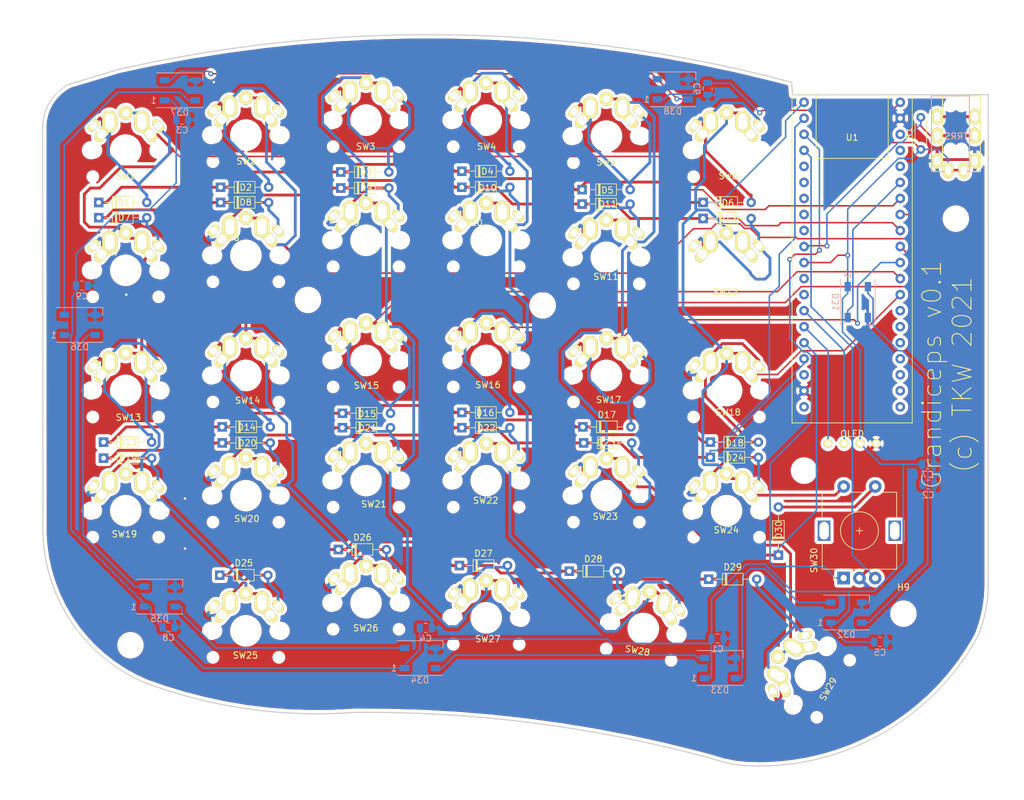
<source format=kicad_pcb>
(kicad_pcb (version 20171130) (host pcbnew 5.1.5+dfsg1-2build2)
  (layers (0 F.Cu signal) (31 B.Cu signal) (34 B.Paste user) (35 F.Paste user) (36 B.SilkS user) (37 F.SilkS user) (38 B.Mask user) (39 F.Mask user) (44 Edge.Cuts user))
  (net 0 "")
  (net 1 GND)
  (net 2 +5V)
  (net 3 "Net-(D1-Pad2)")
  (net 4 row0)
  (net 5 "Net-(D2-Pad2)")
  (net 6 "Net-(D3-Pad2)")
  (net 7 "Net-(D4-Pad2)")
  (net 8 "Net-(D5-Pad2)")
  (net 9 "Net-(D6-Pad2)")
  (net 10 "Net-(D7-Pad2)")
  (net 11 row4)
  (net 12 "Net-(D8-Pad2)")
  (net 13 "Net-(D9-Pad2)")
  (net 14 "Net-(D12-Pad2)")
  (net 15 RGB)
  (net 16 "Net-(D17-Pad2)")
  (net 17 row1)
  (net 18 "Net-(D18-Pad2)")
  (net 19 "Net-(D19-Pad2)")
  (net 20 "Net-(D20-Pad2)")
  (net 21 "Net-(D21-Pad2)")
  (net 22 "Net-(D22-Pad2)")
  (net 23 "Net-(D23-Pad2)")
  (net 24 "Net-(D33-Pad2)")
  (net 25 row2)
  (net 26 "Net-(D34-Pad2)")
  (net 27 "Net-(D35-Pad2)")
  (net 28 "Net-(D36-Pad2)")
  (net 29 "Net-(D37-Pad2)")
  (net 30 "Net-(D38-Pad2)")
  (net 31 row3)
  (net 32 col0)
  (net 33 col1)
  (net 34 col2)
  (net 35 col3)
  (net 36 col4)
  (net 37 col5)
  (net 38 ROT1A)
  (net 39 ROT1B)
  (net 40 "Net-(D10-Pad2)")
  (net 41 "Net-(D11-Pad2)")
  (net 42 "Net-(D13-Pad2)")
  (net 43 "Net-(D14-Pad2)")
  (net 44 "Net-(D15-Pad2)")
  (net 45 "Net-(D16-Pad2)")
  (net 46 "Net-(D24-Pad2)")
  (net 47 "Net-(D25-Pad2)")
  (net 48 "Net-(D26-Pad2)")
  (net 49 "Net-(D27-Pad2)")
  (net 50 "Net-(D28-Pad2)")
  (net 51 "Net-(D29-Pad2)")
  (net 52 "Net-(D30-Pad2)")
  (net 53 "Net-(D31-Pad2)")
  (net 54 "Net-(D32-Pad2)")
  (net 55 "Net-(U1-Pad36)")
  (net 56 "Net-(U1-Pad35)")
  (net 57 "Net-(U1-Pad34)")
  (net 58 "Net-(U1-Pad33)")
  (net 59 "Net-(U1-Pad32)")
  (net 60 "Net-(U1-Pad23)")
  (net 61 "Net-(U1-Pad21)")
  (net 62 "Net-(U1-Pad20)")
  (net 63 "Net-(U1-Pad5)")
  (net 64 "Net-(U1-Pad3)")
  (net 65 "Net-(J1-PadC)")
  (net 66 "Net-(J1-PadB)")
  (net 67 "Net-(U1-Pad29)")
  (net 68 "Net-(U1-Pad28)")
  (net 69 "Net-(U1-Pad19)")
  (net 70 "Net-(U1-Pad18)")
  (net 71 "Net-(U1-Pad17)")
  (net 72 "Net-(U1-Pad15)")
  (net 73 "Net-(U1-Pad14)")
  (net 74 SCL)
  (net 75 SDA)
  (net 76 "Net-(U1-Pad4)")
  (module foostan:MX_ALPS_PG1350_noLed (layer F.Cu) (at 65.009 58.8726)
    (fp_text reference SW1 (at -0.0358 4.094) (layer F.SilkS))
    (fp_text value ESC)
    (pad "" np_thru_hole circle (at -5.22 4.2) (size 1 1) (drill 1) (layers *.Cu *.Mask F.SilkS))
    (pad "" np_thru_hole circle (at 5.22 4.2) (size 1 1) (drill 1) (layers *.Cu *.Mask F.SilkS))
    (pad "" np_thru_hole circle (at -5.08 0) (size 1.7 1.7) (drill 1.7) (layers *.Cu *.Mask F.SilkS))
    (pad "" np_thru_hole circle (at 5.08 0) (size 1.7 1.7) (drill 1.7) (layers *.Cu *.Mask F.SilkS))
    (pad 1 thru_hole circle (at -2.54 -4.5) (size 2.4 2.4) (drill 1.5) (layers *.Cu *.Mask F.SilkS) (net 3 "Net-(D1-Pad2)"))
    (pad 1 thru_hole circle (at -2.54 -4) (size 2.4 2.4) (drill 1.5) (layers *.Cu *.Mask F.SilkS) (net 3 "Net-(D1-Pad2)"))
    (pad 2 thru_hole circle (at 2.54 -4) (size 2.4 2.4) (drill 1.5) (layers *.Cu *.Mask F.SilkS) (net 32 col0))
    (pad 2 thru_hole circle (at 2.54 -4.5) (size 2.4 2.4) (drill 1.5) (layers *.Cu *.Mask F.SilkS) (net 32 col0))
    (pad 2 thru_hole oval (at 3.81 -2.54 310) (size 2.8 1.55) (drill 1.5) (layers *.Cu *.Mask F.SilkS) (net 32 col0))
    (pad 1 thru_hole circle (at -2.54 -5.08) (size 2.4 2.4) (drill 1.5) (layers *.Cu *.Mask F.SilkS) (net 3 "Net-(D1-Pad2)"))
    (pad 1 thru_hole oval (at -3.81 -2.54 50) (size 2.8 1.55) (drill 1.5) (layers *.Cu *.Mask F.SilkS) (net 3 "Net-(D1-Pad2)"))
    (pad 2 thru_hole circle (at 2.54 -5.08) (size 2.4 2.4) (drill 1.5) (layers *.Cu *.Mask F.SilkS) (net 32 col0))
    (pad 2 thru_hole circle (at 0 -5.9 90) (size 2.2 2.2) (drill 1.2) (layers *.Cu *.Mask F.SilkS) (net 32 col0))
    (pad 1 thru_hole oval (at -5.1 -3.9 50) (size 2.2 1.25) (drill 1.2) (layers *.Cu *.Mask F.SilkS) (net 3 "Net-(D1-Pad2)"))
    (pad "" np_thru_hole circle (at 5.5 0 90) (size 1.9 1.9) (drill 1.9) (layers *.Cu *.Mask F.SilkS))
    (pad "" np_thru_hole circle (at -5.5 0 90) (size 1.9 1.9) (drill 1.9) (layers *.Cu *.Mask F.SilkS))
    (pad "" np_thru_hole circle (at 0 0 90) (size 4 4) (drill 4) (layers *.Cu *.Mask F.SilkS))
    (pad 1 thru_hole oval (at 5.1 -3.9 310) (size 2.2 1.25) (drill 1.2) (layers *.Cu *.Mask F.SilkS) (net 3 "Net-(D1-Pad2)"))
  )
  (module Resistor_THT:R_Axial_DIN0204_L3.6mm_D1.6mm_P5.08mm_Horizontal (layer F.Cu) (at 190.983 58.7502 90)
    (fp_text reference R1 (at 2.54 -1.92 90) (layer F.SilkS))
    (fp_text value 10K)
    (pad 2 thru_hole oval (at 5.08 0 90) (size 1.4 1.4) (drill 0.7) (layers *.Cu *.Mask) (net 65 "Net-(J1-PadC)"))
    (pad 1 thru_hole circle (at 0 0 90) (size 1.4 1.4) (drill 0.7) (layers *.Cu *.Mask) (net 2 +5V))
  )
  (module tkw:Blackpill (layer F.Cu) (at 180.111 56.3626)
    (fp_text reference U1 (at 0 0.5) (layer F.SilkS))
    (fp_text value WeActBlackPill)
    (pad 40 thru_hole circle (at -7.62 -5.08) (size 1.524 1.524) (drill 0.762) (layers *.Cu *.Mask) (net 4 row0))
    (pad 39 thru_hole circle (at -7.62 -2.54) (size 1.524 1.524) (drill 0.762) (layers *.Cu *.Mask) (net 25 row2))
    (pad 38 thru_hole circle (at -7.62 0) (size 1.524 1.524) (drill 0.762) (layers *.Cu *.Mask) (net 38 ROT1A))
    (pad 37 thru_hole circle (at -7.62 2.54) (size 1.524 1.524) (drill 0.762) (layers *.Cu *.Mask) (net 39 ROT1B))
    (pad 36 thru_hole circle (at -7.62 5.08) (size 1.524 1.524) (drill 0.762) (layers *.Cu *.Mask) (net 55 "Net-(U1-Pad36)"))
    (pad 35 thru_hole circle (at -7.62 7.62) (size 1.524 1.524) (drill 0.762) (layers *.Cu *.Mask) (net 56 "Net-(U1-Pad35)"))
    (pad 34 thru_hole circle (at -7.62 10.16) (size 1.524 1.524) (drill 0.762) (layers *.Cu *.Mask) (net 57 "Net-(U1-Pad34)"))
    (pad 33 thru_hole circle (at -7.62 12.7) (size 1.524 1.524) (drill 0.762) (layers *.Cu *.Mask) (net 58 "Net-(U1-Pad33)"))
    (pad 32 thru_hole circle (at -7.62 15.24) (size 1.524 1.524) (drill 0.762) (layers *.Cu *.Mask) (net 59 "Net-(U1-Pad32)"))
    (pad 31 thru_hole circle (at -7.62 17.78) (size 1.524 1.524) (drill 0.762) (layers *.Cu *.Mask) (net 65 "Net-(J1-PadC)"))
    (pad 30 thru_hole circle (at -7.62 20.32) (size 1.524 1.524) (drill 0.762) (layers *.Cu *.Mask) (net 2 +5V))
    (pad 29 thru_hole circle (at -7.62 22.86) (size 1.524 1.524) (drill 0.762) (layers *.Cu *.Mask) (net 67 "Net-(U1-Pad29)"))
    (pad 28 thru_hole circle (at -7.62 25.4) (size 1.524 1.524) (drill 0.762) (layers *.Cu *.Mask) (net 68 "Net-(U1-Pad28)"))
    (pad 27 thru_hole circle (at -7.62 27.94) (size 1.524 1.524) (drill 0.762) (layers *.Cu *.Mask) (net 74 SCL))
    (pad 26 thru_hole circle (at -7.62 30.48) (size 1.524 1.524) (drill 0.762) (layers *.Cu *.Mask) (net 75 SDA))
    (pad 25 thru_hole circle (at -7.62 33.02) (size 1.524 1.524) (drill 0.762) (layers *.Cu *.Mask) (net 11 row4))
    (pad 24 thru_hole circle (at -7.62 35.56) (size 1.524 1.524) (drill 0.762) (layers *.Cu *.Mask) (net 31 row3))
    (pad 23 thru_hole circle (at -7.62 38.1) (size 1.524 1.524) (drill 0.762) (layers *.Cu *.Mask) (net 60 "Net-(U1-Pad23)"))
    (pad 22 thru_hole circle (at -7.62 40.64) (size 1.524 1.524) (drill 0.762) (layers *.Cu *.Mask) (net 1 GND))
    (pad 21 thru_hole circle (at -7.62 43.18) (size 1.524 1.524) (drill 0.762) (layers *.Cu *.Mask) (net 61 "Net-(U1-Pad21)"))
    (pad 20 thru_hole circle (at 7.62 43.18) (size 1.524 1.524) (drill 0.762) (layers *.Cu *.Mask) (net 62 "Net-(U1-Pad20)"))
    (pad 19 thru_hole circle (at 7.62 40.64) (size 1.524 1.524) (drill 0.762) (layers *.Cu *.Mask) (net 69 "Net-(U1-Pad19)"))
    (pad 18 thru_hole circle (at 7.62 38.1) (size 1.524 1.524) (drill 0.762) (layers *.Cu *.Mask) (net 70 "Net-(U1-Pad18)"))
    (pad 17 thru_hole circle (at 7.62 35.56) (size 1.524 1.524) (drill 0.762) (layers *.Cu *.Mask) (net 71 "Net-(U1-Pad17)"))
    (pad 16 thru_hole circle (at 7.62 33.02) (size 1.524 1.524) (drill 0.762) (layers *.Cu *.Mask))
    (pad 15 thru_hole circle (at 7.62 30.48) (size 1.524 1.524) (drill 0.762) (layers *.Cu *.Mask) (net 72 "Net-(U1-Pad15)"))
    (pad 14 thru_hole circle (at 7.62 27.94) (size 1.524 1.524) (drill 0.762) (layers *.Cu *.Mask) (net 73 "Net-(U1-Pad14)"))
    (pad 13 thru_hole circle (at 7.62 25.4) (size 1.524 1.524) (drill 0.762) (layers *.Cu *.Mask) (net 37 col5))
    (pad 12 thru_hole circle (at 7.62 22.86) (size 1.524 1.524) (drill 0.762) (layers *.Cu *.Mask) (net 34 col2))
    (pad 11 thru_hole circle (at 7.62 20.32) (size 1.524 1.524) (drill 0.762) (layers *.Cu *.Mask) (net 36 col4))
    (pad 10 thru_hole circle (at 7.62 17.78) (size 1.524 1.524) (drill 0.762) (layers *.Cu *.Mask) (net 35 col3))
    (pad 9 thru_hole circle (at 7.62 15.24) (size 1.524 1.524) (drill 0.762) (layers *.Cu *.Mask) (net 17 row1))
    (pad 8 thru_hole circle (at 7.62 12.7) (size 1.524 1.524) (drill 0.762) (layers *.Cu *.Mask) (net 33 col1))
    (pad 7 thru_hole circle (at 7.62 10.16) (size 1.524 1.524) (drill 0.762) (layers *.Cu *.Mask) (net 32 col0))
    (pad 6 thru_hole circle (at 7.62 7.62) (size 1.524 1.524) (drill 0.762) (layers *.Cu *.Mask) (net 15 RGB))
    (pad 5 thru_hole circle (at 7.62 5.08) (size 1.524 1.524) (drill 0.762) (layers *.Cu *.Mask) (net 63 "Net-(U1-Pad5)"))
    (pad 4 thru_hole circle (at 7.62 2.54) (size 1.524 1.524) (drill 0.762) (layers *.Cu *.Mask) (net 76 "Net-(U1-Pad4)"))
    (pad 3 thru_hole circle (at 7.62 0) (size 1.524 1.524) (drill 0.762) (layers *.Cu *.Mask) (net 64 "Net-(U1-Pad3)"))
    (pad 2 thru_hole circle (at 7.62 -2.54) (size 1.524 1.524) (drill 0.762) (layers *.Cu *.Mask) (net 1 GND))
    (pad 1 thru_hole circle (at 7.62 -5.08) (size 1.524 1.524) (drill 0.762) (layers *.Cu *.Mask) (net 2 +5V))
  )
  (module Diode_THT:D_DO-34_SOD68_P7.62mm_Horizontal (layer F.Cu) (at 99.085 64.8716)
    (fp_text reference D9 (at 4.0136 -0.0254) (layer F.SilkS))
    (fp_text value D_Small)
    (pad 2 thru_hole oval (at 7.62 0) (size 1.5 1.5) (drill 0.75) (layers *.Cu *.Mask) (net 13 "Net-(D9-Pad2)"))
    (pad 1 thru_hole rect (at 0 0) (size 1.5 1.5) (drill 0.75) (layers *.Cu *.Mask) (net 17 row1))
  )
  (module foostan:OLED_v2 (layer F.Cu) (at 180.111 105.359)
    (fp_text reference OL1)
    (fp_text value OLED hide)
    (fp_text user OLED (at 0 -1.55) (layer F.SilkS))
    (pad 4 thru_hole circle (at 3.81 0) (size 1.397 1.397) (drill 0.8128) (layers *.Cu F.SilkS B.Mask) (net 1 GND))
    (pad 3 thru_hole circle (at 1.27 0) (size 1.397 1.397) (drill 0.8128) (layers *.Cu F.SilkS B.Mask) (net 2 +5V))
    (pad 2 thru_hole circle (at -1.27 0) (size 1.397 1.397) (drill 0.8128) (layers *.Cu F.SilkS B.Mask) (net 74 SCL))
    (pad 1 thru_hole circle (at -3.81 0) (size 1.397 1.397) (drill 0.8128) (layers *.Cu F.SilkS B.Mask) (net 75 SDA))
  )
  (module foostan:MJ-4PP-9 (layer F.Cu) (at 197.434 50.2666)
    (fp_text reference J1)
    (fp_text value MJ-4PP-9 hide)
    (fp_text user TRRS (at -0.8255 6.4135) (layer B.SilkS) (effects (justify mirror)))
    (fp_text user TRRS (at -0.8255 6.4135) (layer B.SilkS) (effects (justify mirror)))
    (pad A thru_hole oval (at -2.1 11.8) (size 1.7 2.5) (drill oval 1 1.5) (layers *.Cu *.Mask F.SilkS) (net 2 +5V) (clearance 0.15))
    (pad D thru_hole oval (at 2.1 10.3) (size 1.7 2.5) (drill oval 1 1.5) (layers *.Cu *.Mask F.SilkS) (net 1 GND) (clearance 0.15))
    (pad C thru_hole oval (at 2.1 6.3) (size 1.7 2.5) (drill oval 1 1.5) (layers *.Cu *.Mask F.SilkS) (net 65 "Net-(J1-PadC)"))
    (pad B thru_hole oval (at 2.1 3.3) (size 1.7 2.5) (drill oval 1 1.5) (layers *.Cu *.Mask F.SilkS) (net 66 "Net-(J1-PadB)"))
    (pad "" np_thru_hole circle (at 0 8.5) (size 1.2 1.2) (drill 1.2) (layers *.Cu *.Mask F.SilkS))
    (pad "" np_thru_hole circle (at 0 1.5) (size 1.2 1.2) (drill 1.2) (layers *.Cu *.Mask F.SilkS))
    (pad C thru_hole oval (at -3.85 6.3) (size 1.7 2.5) (drill oval 1 1.5) (layers *.Cu *.Mask F.SilkS) (net 65 "Net-(J1-PadC)"))
    (pad B thru_hole oval (at -3.85 3.3) (size 1.7 2.5) (drill oval 1 1.5) (layers *.Cu *.Mask F.SilkS) (net 66 "Net-(J1-PadB)"))
    (pad A thru_hole oval (at 0.35 11.8) (size 1.7 2.5) (drill oval 1 1.5) (layers *.Cu *.Mask F.SilkS) (net 2 +5V) (clearance 0.15))
    (pad D thru_hole oval (at -3.85 10.3) (size 1.7 2.5) (drill oval 1 1.5) (layers *.Cu *.Mask F.SilkS) (net 1 GND) (clearance 0.15))
    (pad "" np_thru_hole circle (at -1.75 1.5) (size 1.2 1.2) (drill 1.2) (layers *.Cu *.Mask F.SilkS))
    (pad "" np_thru_hole circle (at -1.75 8.5) (size 1.2 1.2) (drill 1.2) (layers *.Cu *.Mask F.SilkS))
  )
  (module foostan:MX_ALPS_PG1350_noLed (layer F.Cu) (at 173.482 142.113 60)
    (fp_text reference SW29 (at -0.447349 3.543169 60) (layer F.SilkS))
    (fp_text value C)
    (pad "" np_thru_hole circle (at -5.22 4.2 60) (size 1 1) (drill 1) (layers *.Cu *.Mask F.SilkS))
    (pad "" np_thru_hole circle (at 5.22 4.2 60) (size 1 1) (drill 1) (layers *.Cu *.Mask F.SilkS))
    (pad "" np_thru_hole circle (at -5.08 0 60) (size 1.7 1.7) (drill 1.7) (layers *.Cu *.Mask F.SilkS))
    (pad "" np_thru_hole circle (at 5.08 0 60) (size 1.7 1.7) (drill 1.7) (layers *.Cu *.Mask F.SilkS))
    (pad 1 thru_hole circle (at -2.54 -4.5 60) (size 2.4 2.4) (drill 1.5) (layers *.Cu *.Mask F.SilkS) (net 51 "Net-(D29-Pad2)"))
    (pad 1 thru_hole circle (at -2.54 -4 60) (size 2.4 2.4) (drill 1.5) (layers *.Cu *.Mask F.SilkS) (net 51 "Net-(D29-Pad2)"))
    (pad 2 thru_hole circle (at 2.54 -4 60) (size 2.4 2.4) (drill 1.5) (layers *.Cu *.Mask F.SilkS) (net 36 col4))
    (pad 2 thru_hole circle (at 2.54 -4.5 60) (size 2.4 2.4) (drill 1.5) (layers *.Cu *.Mask F.SilkS) (net 36 col4))
    (pad 2 thru_hole oval (at 3.81 -2.54 10) (size 2.8 1.55) (drill 1.5) (layers *.Cu *.Mask F.SilkS) (net 36 col4))
    (pad 1 thru_hole circle (at -2.54 -5.08 60) (size 2.4 2.4) (drill 1.5) (layers *.Cu *.Mask F.SilkS) (net 51 "Net-(D29-Pad2)"))
    (pad 1 thru_hole oval (at -3.81 -2.54 110) (size 2.8 1.55) (drill 1.5) (layers *.Cu *.Mask F.SilkS) (net 51 "Net-(D29-Pad2)"))
    (pad 2 thru_hole circle (at 2.54 -5.08 60) (size 2.4 2.4) (drill 1.5) (layers *.Cu *.Mask F.SilkS) (net 36 col4))
    (pad 2 thru_hole circle (at 0 -5.9 150) (size 2.2 2.2) (drill 1.2) (layers *.Cu *.Mask F.SilkS) (net 36 col4))
    (pad 1 thru_hole oval (at -5.1 -3.9 110) (size 2.2 1.25) (drill 1.2) (layers *.Cu *.Mask F.SilkS) (net 51 "Net-(D29-Pad2)"))
    (pad "" np_thru_hole circle (at 5.5 0 150) (size 1.9 1.9) (drill 1.9) (layers *.Cu *.Mask F.SilkS))
    (pad "" np_thru_hole circle (at -5.5 0 150) (size 1.9 1.9) (drill 1.9) (layers *.Cu *.Mask F.SilkS))
    (pad "" np_thru_hole circle (at 0 0 150) (size 4 4) (drill 4) (layers *.Cu *.Mask F.SilkS))
    (pad 1 thru_hole oval (at 5.1 -3.9 10) (size 2.2 1.25) (drill 1.2) (layers *.Cu *.Mask F.SilkS) (net 51 "Net-(D29-Pad2)"))
  )
  (module foostan:MX_ALPS_PG1350_noLed (layer F.Cu) (at 147.015 134.671 350)
    (fp_text reference SW28 (at -0.291674 3.6105 170) (layer F.SilkS))
    (fp_text value X)
    (pad "" np_thru_hole circle (at -5.22 4.2 350) (size 1 1) (drill 1) (layers *.Cu *.Mask F.SilkS))
    (pad "" np_thru_hole circle (at 5.22 4.2 350) (size 1 1) (drill 1) (layers *.Cu *.Mask F.SilkS))
    (pad "" np_thru_hole circle (at -5.08 0 350) (size 1.7 1.7) (drill 1.7) (layers *.Cu *.Mask F.SilkS))
    (pad "" np_thru_hole circle (at 5.08 0 350) (size 1.7 1.7) (drill 1.7) (layers *.Cu *.Mask F.SilkS))
    (pad 1 thru_hole circle (at -2.54 -4.5 350) (size 2.4 2.4) (drill 1.5) (layers *.Cu *.Mask F.SilkS) (net 50 "Net-(D28-Pad2)"))
    (pad 1 thru_hole circle (at -2.54 -4 350) (size 2.4 2.4) (drill 1.5) (layers *.Cu *.Mask F.SilkS) (net 50 "Net-(D28-Pad2)"))
    (pad 2 thru_hole circle (at 2.54 -4 350) (size 2.4 2.4) (drill 1.5) (layers *.Cu *.Mask F.SilkS) (net 35 col3))
    (pad 2 thru_hole circle (at 2.54 -4.5 350) (size 2.4 2.4) (drill 1.5) (layers *.Cu *.Mask F.SilkS) (net 35 col3))
    (pad 2 thru_hole oval (at 3.81 -2.54 300) (size 2.8 1.55) (drill 1.5) (layers *.Cu *.Mask F.SilkS) (net 35 col3))
    (pad 1 thru_hole circle (at -2.54 -5.08 350) (size 2.4 2.4) (drill 1.5) (layers *.Cu *.Mask F.SilkS) (net 50 "Net-(D28-Pad2)"))
    (pad 1 thru_hole oval (at -3.81 -2.54 40) (size 2.8 1.55) (drill 1.5) (layers *.Cu *.Mask F.SilkS) (net 50 "Net-(D28-Pad2)"))
    (pad 2 thru_hole circle (at 2.54 -5.08 350) (size 2.4 2.4) (drill 1.5) (layers *.Cu *.Mask F.SilkS) (net 35 col3))
    (pad 2 thru_hole circle (at 0 -5.9 80) (size 2.2 2.2) (drill 1.2) (layers *.Cu *.Mask F.SilkS) (net 35 col3))
    (pad 1 thru_hole oval (at -5.1 -3.9 40) (size 2.2 1.25) (drill 1.2) (layers *.Cu *.Mask F.SilkS) (net 50 "Net-(D28-Pad2)"))
    (pad "" np_thru_hole circle (at 5.5 0 80) (size 1.9 1.9) (drill 1.9) (layers *.Cu *.Mask F.SilkS))
    (pad "" np_thru_hole circle (at -5.5 0 80) (size 1.9 1.9) (drill 1.9) (layers *.Cu *.Mask F.SilkS))
    (pad "" np_thru_hole circle (at 0 0 80) (size 4 4) (drill 4) (layers *.Cu *.Mask F.SilkS))
    (pad 1 thru_hole oval (at 5.1 -3.9 300) (size 2.2 1.25) (drill 1.2) (layers *.Cu *.Mask F.SilkS) (net 50 "Net-(D28-Pad2)"))
  )
  (module foostan:MX_ALPS_PG1350_noLed (layer F.Cu) (at 122.129 132.973)
    (fp_text reference SW27 (at 0.2482 3.3488) (layer F.SilkS))
    (fp_text value ALT)
    (pad "" np_thru_hole circle (at -5.22 4.2) (size 1 1) (drill 1) (layers *.Cu *.Mask F.SilkS))
    (pad "" np_thru_hole circle (at 5.22 4.2) (size 1 1) (drill 1) (layers *.Cu *.Mask F.SilkS))
    (pad "" np_thru_hole circle (at -5.08 0) (size 1.7 1.7) (drill 1.7) (layers *.Cu *.Mask F.SilkS))
    (pad "" np_thru_hole circle (at 5.08 0) (size 1.7 1.7) (drill 1.7) (layers *.Cu *.Mask F.SilkS))
    (pad 1 thru_hole circle (at -2.54 -4.5) (size 2.4 2.4) (drill 1.5) (layers *.Cu *.Mask F.SilkS) (net 49 "Net-(D27-Pad2)"))
    (pad 1 thru_hole circle (at -2.54 -4) (size 2.4 2.4) (drill 1.5) (layers *.Cu *.Mask F.SilkS) (net 49 "Net-(D27-Pad2)"))
    (pad 2 thru_hole circle (at 2.54 -4) (size 2.4 2.4) (drill 1.5) (layers *.Cu *.Mask F.SilkS) (net 34 col2))
    (pad 2 thru_hole circle (at 2.54 -4.5) (size 2.4 2.4) (drill 1.5) (layers *.Cu *.Mask F.SilkS) (net 34 col2))
    (pad 2 thru_hole oval (at 3.81 -2.54 310) (size 2.8 1.55) (drill 1.5) (layers *.Cu *.Mask F.SilkS) (net 34 col2))
    (pad 1 thru_hole circle (at -2.54 -5.08) (size 2.4 2.4) (drill 1.5) (layers *.Cu *.Mask F.SilkS) (net 49 "Net-(D27-Pad2)"))
    (pad 1 thru_hole oval (at -3.81 -2.54 50) (size 2.8 1.55) (drill 1.5) (layers *.Cu *.Mask F.SilkS) (net 49 "Net-(D27-Pad2)"))
    (pad 2 thru_hole circle (at 2.54 -5.08) (size 2.4 2.4) (drill 1.5) (layers *.Cu *.Mask F.SilkS) (net 34 col2))
    (pad 2 thru_hole circle (at 0 -5.9 90) (size 2.2 2.2) (drill 1.2) (layers *.Cu *.Mask F.SilkS) (net 34 col2))
    (pad 1 thru_hole oval (at -5.1 -3.9 50) (size 2.2 1.25) (drill 1.2) (layers *.Cu *.Mask F.SilkS) (net 49 "Net-(D27-Pad2)"))
    (pad "" np_thru_hole circle (at 5.5 0 90) (size 1.9 1.9) (drill 1.9) (layers *.Cu *.Mask F.SilkS))
    (pad "" np_thru_hole circle (at -5.5 0 90) (size 1.9 1.9) (drill 1.9) (layers *.Cu *.Mask F.SilkS))
    (pad "" np_thru_hole circle (at 0 0 90) (size 4 4) (drill 4) (layers *.Cu *.Mask F.SilkS))
    (pad 1 thru_hole oval (at 5.1 -3.9 310) (size 2.2 1.25) (drill 1.2) (layers *.Cu *.Mask F.SilkS) (net 49 "Net-(D27-Pad2)"))
  )
  (module foostan:MX_ALPS_PG1350_noLed (layer F.Cu) (at 103.089 130.593)
    (fp_text reference SW26 (at -0.0412 4.0016) (layer F.SilkS))
    (fp_text value SUPER)
    (pad "" np_thru_hole circle (at -5.22 4.2) (size 1 1) (drill 1) (layers *.Cu *.Mask F.SilkS))
    (pad "" np_thru_hole circle (at 5.22 4.2) (size 1 1) (drill 1) (layers *.Cu *.Mask F.SilkS))
    (pad "" np_thru_hole circle (at -5.08 0) (size 1.7 1.7) (drill 1.7) (layers *.Cu *.Mask F.SilkS))
    (pad "" np_thru_hole circle (at 5.08 0) (size 1.7 1.7) (drill 1.7) (layers *.Cu *.Mask F.SilkS))
    (pad 1 thru_hole circle (at -2.54 -4.5) (size 2.4 2.4) (drill 1.5) (layers *.Cu *.Mask F.SilkS) (net 48 "Net-(D26-Pad2)"))
    (pad 1 thru_hole circle (at -2.54 -4) (size 2.4 2.4) (drill 1.5) (layers *.Cu *.Mask F.SilkS) (net 48 "Net-(D26-Pad2)"))
    (pad 2 thru_hole circle (at 2.54 -4) (size 2.4 2.4) (drill 1.5) (layers *.Cu *.Mask F.SilkS) (net 33 col1))
    (pad 2 thru_hole circle (at 2.54 -4.5) (size 2.4 2.4) (drill 1.5) (layers *.Cu *.Mask F.SilkS) (net 33 col1))
    (pad 2 thru_hole oval (at 3.81 -2.54 310) (size 2.8 1.55) (drill 1.5) (layers *.Cu *.Mask F.SilkS) (net 33 col1))
    (pad 1 thru_hole circle (at -2.54 -5.08) (size 2.4 2.4) (drill 1.5) (layers *.Cu *.Mask F.SilkS) (net 48 "Net-(D26-Pad2)"))
    (pad 1 thru_hole oval (at -3.81 -2.54 50) (size 2.8 1.55) (drill 1.5) (layers *.Cu *.Mask F.SilkS) (net 48 "Net-(D26-Pad2)"))
    (pad 2 thru_hole circle (at 2.54 -5.08) (size 2.4 2.4) (drill 1.5) (layers *.Cu *.Mask F.SilkS) (net 33 col1))
    (pad 2 thru_hole circle (at 0 -5.9 90) (size 2.2 2.2) (drill 1.2) (layers *.Cu *.Mask F.SilkS) (net 33 col1))
    (pad 1 thru_hole oval (at -5.1 -3.9 50) (size 2.2 1.25) (drill 1.2) (layers *.Cu *.Mask F.SilkS) (net 48 "Net-(D26-Pad2)"))
    (pad "" np_thru_hole circle (at 5.5 0 90) (size 1.9 1.9) (drill 1.9) (layers *.Cu *.Mask F.SilkS))
    (pad "" np_thru_hole circle (at -5.5 0 90) (size 1.9 1.9) (drill 1.9) (layers *.Cu *.Mask F.SilkS))
    (pad "" np_thru_hole circle (at 0 0 90) (size 4 4) (drill 4) (layers *.Cu *.Mask F.SilkS))
    (pad 1 thru_hole oval (at 5.1 -3.9 310) (size 2.2 1.25) (drill 1.2) (layers *.Cu *.Mask F.SilkS) (net 48 "Net-(D26-Pad2)"))
  )
  (module foostan:MX_ALPS_PG1350_noLed (layer F.Cu) (at 84.049 135.033)
    (fp_text reference SW25 (at -0.0766 3.8796) (layer F.SilkS))
    (fp_text value CTRL)
    (pad "" np_thru_hole circle (at -5.22 4.2) (size 1 1) (drill 1) (layers *.Cu *.Mask F.SilkS))
    (pad "" np_thru_hole circle (at 5.22 4.2) (size 1 1) (drill 1) (layers *.Cu *.Mask F.SilkS))
    (pad "" np_thru_hole circle (at -5.08 0) (size 1.7 1.7) (drill 1.7) (layers *.Cu *.Mask F.SilkS))
    (pad "" np_thru_hole circle (at 5.08 0) (size 1.7 1.7) (drill 1.7) (layers *.Cu *.Mask F.SilkS))
    (pad 1 thru_hole circle (at -2.54 -4.5) (size 2.4 2.4) (drill 1.5) (layers *.Cu *.Mask F.SilkS) (net 47 "Net-(D25-Pad2)"))
    (pad 1 thru_hole circle (at -2.54 -4) (size 2.4 2.4) (drill 1.5) (layers *.Cu *.Mask F.SilkS) (net 47 "Net-(D25-Pad2)"))
    (pad 2 thru_hole circle (at 2.54 -4) (size 2.4 2.4) (drill 1.5) (layers *.Cu *.Mask F.SilkS) (net 32 col0))
    (pad 2 thru_hole circle (at 2.54 -4.5) (size 2.4 2.4) (drill 1.5) (layers *.Cu *.Mask F.SilkS) (net 32 col0))
    (pad 2 thru_hole oval (at 3.81 -2.54 310) (size 2.8 1.55) (drill 1.5) (layers *.Cu *.Mask F.SilkS) (net 32 col0))
    (pad 1 thru_hole circle (at -2.54 -5.08) (size 2.4 2.4) (drill 1.5) (layers *.Cu *.Mask F.SilkS) (net 47 "Net-(D25-Pad2)"))
    (pad 1 thru_hole oval (at -3.81 -2.54 50) (size 2.8 1.55) (drill 1.5) (layers *.Cu *.Mask F.SilkS) (net 47 "Net-(D25-Pad2)"))
    (pad 2 thru_hole circle (at 2.54 -5.08) (size 2.4 2.4) (drill 1.5) (layers *.Cu *.Mask F.SilkS) (net 32 col0))
    (pad 2 thru_hole circle (at 0 -5.9 90) (size 2.2 2.2) (drill 1.2) (layers *.Cu *.Mask F.SilkS) (net 32 col0))
    (pad 1 thru_hole oval (at -5.1 -3.9 50) (size 2.2 1.25) (drill 1.2) (layers *.Cu *.Mask F.SilkS) (net 47 "Net-(D25-Pad2)"))
    (pad "" np_thru_hole circle (at 5.5 0 90) (size 1.9 1.9) (drill 1.9) (layers *.Cu *.Mask F.SilkS))
    (pad "" np_thru_hole circle (at -5.5 0 90) (size 1.9 1.9) (drill 1.9) (layers *.Cu *.Mask F.SilkS))
    (pad "" np_thru_hole circle (at 0 0 90) (size 4 4) (drill 4) (layers *.Cu *.Mask F.SilkS))
    (pad 1 thru_hole oval (at 5.1 -3.9 310) (size 2.2 1.25) (drill 1.2) (layers *.Cu *.Mask F.SilkS) (net 47 "Net-(D25-Pad2)"))
  )
  (module foostan:MX_ALPS_PG1350_noLed (layer F.Cu) (at 160.209 115.993)
    (fp_text reference SW24 (at -0.0366 3.0568) (layer F.SilkS))
    (fp_text value V)
    (pad "" np_thru_hole circle (at -5.22 4.2) (size 1 1) (drill 1) (layers *.Cu *.Mask F.SilkS))
    (pad "" np_thru_hole circle (at 5.22 4.2) (size 1 1) (drill 1) (layers *.Cu *.Mask F.SilkS))
    (pad "" np_thru_hole circle (at -5.08 0) (size 1.7 1.7) (drill 1.7) (layers *.Cu *.Mask F.SilkS))
    (pad "" np_thru_hole circle (at 5.08 0) (size 1.7 1.7) (drill 1.7) (layers *.Cu *.Mask F.SilkS))
    (pad 1 thru_hole circle (at -2.54 -4.5) (size 2.4 2.4) (drill 1.5) (layers *.Cu *.Mask F.SilkS) (net 46 "Net-(D24-Pad2)"))
    (pad 1 thru_hole circle (at -2.54 -4) (size 2.4 2.4) (drill 1.5) (layers *.Cu *.Mask F.SilkS) (net 46 "Net-(D24-Pad2)"))
    (pad 2 thru_hole circle (at 2.54 -4) (size 2.4 2.4) (drill 1.5) (layers *.Cu *.Mask F.SilkS) (net 37 col5))
    (pad 2 thru_hole circle (at 2.54 -4.5) (size 2.4 2.4) (drill 1.5) (layers *.Cu *.Mask F.SilkS) (net 37 col5))
    (pad 2 thru_hole oval (at 3.81 -2.54 310) (size 2.8 1.55) (drill 1.5) (layers *.Cu *.Mask F.SilkS) (net 37 col5))
    (pad 1 thru_hole circle (at -2.54 -5.08) (size 2.4 2.4) (drill 1.5) (layers *.Cu *.Mask F.SilkS) (net 46 "Net-(D24-Pad2)"))
    (pad 1 thru_hole oval (at -3.81 -2.54 50) (size 2.8 1.55) (drill 1.5) (layers *.Cu *.Mask F.SilkS) (net 46 "Net-(D24-Pad2)"))
    (pad 2 thru_hole circle (at 2.54 -5.08) (size 2.4 2.4) (drill 1.5) (layers *.Cu *.Mask F.SilkS) (net 37 col5))
    (pad 2 thru_hole circle (at 0 -5.9 90) (size 2.2 2.2) (drill 1.2) (layers *.Cu *.Mask F.SilkS) (net 37 col5))
    (pad 1 thru_hole oval (at -5.1 -3.9 50) (size 2.2 1.25) (drill 1.2) (layers *.Cu *.Mask F.SilkS) (net 46 "Net-(D24-Pad2)"))
    (pad "" np_thru_hole circle (at 5.5 0 90) (size 1.9 1.9) (drill 1.9) (layers *.Cu *.Mask F.SilkS))
    (pad "" np_thru_hole circle (at -5.5 0 90) (size 1.9 1.9) (drill 1.9) (layers *.Cu *.Mask F.SilkS))
    (pad "" np_thru_hole circle (at 0 0 90) (size 4 4) (drill 4) (layers *.Cu *.Mask F.SilkS))
    (pad 1 thru_hole oval (at 5.1 -3.9 310) (size 2.2 1.25) (drill 1.2) (layers *.Cu *.Mask F.SilkS) (net 46 "Net-(D24-Pad2)"))
  )
  (module foostan:MX_ALPS_PG1350_noLed (layer F.Cu) (at 141.169 113.613)
    (fp_text reference SW23 (at -0.1736 3.3032) (layer F.SilkS))
    (fp_text value C)
    (pad "" np_thru_hole circle (at -5.22 4.2) (size 1 1) (drill 1) (layers *.Cu *.Mask F.SilkS))
    (pad "" np_thru_hole circle (at 5.22 4.2) (size 1 1) (drill 1) (layers *.Cu *.Mask F.SilkS))
    (pad "" np_thru_hole circle (at -5.08 0) (size 1.7 1.7) (drill 1.7) (layers *.Cu *.Mask F.SilkS))
    (pad "" np_thru_hole circle (at 5.08 0) (size 1.7 1.7) (drill 1.7) (layers *.Cu *.Mask F.SilkS))
    (pad 1 thru_hole circle (at -2.54 -4.5) (size 2.4 2.4) (drill 1.5) (layers *.Cu *.Mask F.SilkS) (net 23 "Net-(D23-Pad2)"))
    (pad 1 thru_hole circle (at -2.54 -4) (size 2.4 2.4) (drill 1.5) (layers *.Cu *.Mask F.SilkS) (net 23 "Net-(D23-Pad2)"))
    (pad 2 thru_hole circle (at 2.54 -4) (size 2.4 2.4) (drill 1.5) (layers *.Cu *.Mask F.SilkS) (net 36 col4))
    (pad 2 thru_hole circle (at 2.54 -4.5) (size 2.4 2.4) (drill 1.5) (layers *.Cu *.Mask F.SilkS) (net 36 col4))
    (pad 2 thru_hole oval (at 3.81 -2.54 310) (size 2.8 1.55) (drill 1.5) (layers *.Cu *.Mask F.SilkS) (net 36 col4))
    (pad 1 thru_hole circle (at -2.54 -5.08) (size 2.4 2.4) (drill 1.5) (layers *.Cu *.Mask F.SilkS) (net 23 "Net-(D23-Pad2)"))
    (pad 1 thru_hole oval (at -3.81 -2.54 50) (size 2.8 1.55) (drill 1.5) (layers *.Cu *.Mask F.SilkS) (net 23 "Net-(D23-Pad2)"))
    (pad 2 thru_hole circle (at 2.54 -5.08) (size 2.4 2.4) (drill 1.5) (layers *.Cu *.Mask F.SilkS) (net 36 col4))
    (pad 2 thru_hole circle (at 0 -5.9 90) (size 2.2 2.2) (drill 1.2) (layers *.Cu *.Mask F.SilkS) (net 36 col4))
    (pad 1 thru_hole oval (at -5.1 -3.9 50) (size 2.2 1.25) (drill 1.2) (layers *.Cu *.Mask F.SilkS) (net 23 "Net-(D23-Pad2)"))
    (pad "" np_thru_hole circle (at 5.5 0 90) (size 1.9 1.9) (drill 1.9) (layers *.Cu *.Mask F.SilkS))
    (pad "" np_thru_hole circle (at -5.5 0 90) (size 1.9 1.9) (drill 1.9) (layers *.Cu *.Mask F.SilkS))
    (pad "" np_thru_hole circle (at 0 0 90) (size 4 4) (drill 4) (layers *.Cu *.Mask F.SilkS))
    (pad 1 thru_hole oval (at 5.1 -3.9 310) (size 2.2 1.25) (drill 1.2) (layers *.Cu *.Mask F.SilkS) (net 23 "Net-(D23-Pad2)"))
  )
  (module foostan:MX_ALPS_PG1350_noLed (layer F.Cu) (at 122.129 111.233)
    (fp_text reference SW22 (at -0.082 3.1432) (layer F.SilkS))
    (fp_text value X)
    (pad "" np_thru_hole circle (at -5.22 4.2) (size 1 1) (drill 1) (layers *.Cu *.Mask F.SilkS))
    (pad "" np_thru_hole circle (at 5.22 4.2) (size 1 1) (drill 1) (layers *.Cu *.Mask F.SilkS))
    (pad "" np_thru_hole circle (at -5.08 0) (size 1.7 1.7) (drill 1.7) (layers *.Cu *.Mask F.SilkS))
    (pad "" np_thru_hole circle (at 5.08 0) (size 1.7 1.7) (drill 1.7) (layers *.Cu *.Mask F.SilkS))
    (pad 1 thru_hole circle (at -2.54 -4.5) (size 2.4 2.4) (drill 1.5) (layers *.Cu *.Mask F.SilkS) (net 22 "Net-(D22-Pad2)"))
    (pad 1 thru_hole circle (at -2.54 -4) (size 2.4 2.4) (drill 1.5) (layers *.Cu *.Mask F.SilkS) (net 22 "Net-(D22-Pad2)"))
    (pad 2 thru_hole circle (at 2.54 -4) (size 2.4 2.4) (drill 1.5) (layers *.Cu *.Mask F.SilkS) (net 35 col3))
    (pad 2 thru_hole circle (at 2.54 -4.5) (size 2.4 2.4) (drill 1.5) (layers *.Cu *.Mask F.SilkS) (net 35 col3))
    (pad 2 thru_hole oval (at 3.81 -2.54 310) (size 2.8 1.55) (drill 1.5) (layers *.Cu *.Mask F.SilkS) (net 35 col3))
    (pad 1 thru_hole circle (at -2.54 -5.08) (size 2.4 2.4) (drill 1.5) (layers *.Cu *.Mask F.SilkS) (net 22 "Net-(D22-Pad2)"))
    (pad 1 thru_hole oval (at -3.81 -2.54 50) (size 2.8 1.55) (drill 1.5) (layers *.Cu *.Mask F.SilkS) (net 22 "Net-(D22-Pad2)"))
    (pad 2 thru_hole circle (at 2.54 -5.08) (size 2.4 2.4) (drill 1.5) (layers *.Cu *.Mask F.SilkS) (net 35 col3))
    (pad 2 thru_hole circle (at 0 -5.9 90) (size 2.2 2.2) (drill 1.2) (layers *.Cu *.Mask F.SilkS) (net 35 col3))
    (pad 1 thru_hole oval (at -5.1 -3.9 50) (size 2.2 1.25) (drill 1.2) (layers *.Cu *.Mask F.SilkS) (net 22 "Net-(D22-Pad2)"))
    (pad "" np_thru_hole circle (at 5.5 0 90) (size 1.9 1.9) (drill 1.9) (layers *.Cu *.Mask F.SilkS))
    (pad "" np_thru_hole circle (at -5.5 0 90) (size 1.9 1.9) (drill 1.9) (layers *.Cu *.Mask F.SilkS))
    (pad "" np_thru_hole circle (at 0 0 90) (size 4 4) (drill 4) (layers *.Cu *.Mask F.SilkS))
    (pad 1 thru_hole oval (at 5.1 -3.9 310) (size 2.2 1.25) (drill 1.2) (layers *.Cu *.Mask F.SilkS) (net 22 "Net-(D22-Pad2)"))
  )
  (module foostan:MX_ALPS_PG1350_noLed (layer F.Cu) (at 103.089 111.233)
    (fp_text reference SW21 (at 1.2288 3.7274) (layer F.SilkS))
    (fp_text value Z)
    (pad "" np_thru_hole circle (at -5.22 4.2) (size 1 1) (drill 1) (layers *.Cu *.Mask F.SilkS))
    (pad "" np_thru_hole circle (at 5.22 4.2) (size 1 1) (drill 1) (layers *.Cu *.Mask F.SilkS))
    (pad "" np_thru_hole circle (at -5.08 0) (size 1.7 1.7) (drill 1.7) (layers *.Cu *.Mask F.SilkS))
    (pad "" np_thru_hole circle (at 5.08 0) (size 1.7 1.7) (drill 1.7) (layers *.Cu *.Mask F.SilkS))
    (pad 1 thru_hole circle (at -2.54 -4.5) (size 2.4 2.4) (drill 1.5) (layers *.Cu *.Mask F.SilkS) (net 21 "Net-(D21-Pad2)"))
    (pad 1 thru_hole circle (at -2.54 -4) (size 2.4 2.4) (drill 1.5) (layers *.Cu *.Mask F.SilkS) (net 21 "Net-(D21-Pad2)"))
    (pad 2 thru_hole circle (at 2.54 -4) (size 2.4 2.4) (drill 1.5) (layers *.Cu *.Mask F.SilkS) (net 34 col2))
    (pad 2 thru_hole circle (at 2.54 -4.5) (size 2.4 2.4) (drill 1.5) (layers *.Cu *.Mask F.SilkS) (net 34 col2))
    (pad 2 thru_hole oval (at 3.81 -2.54 310) (size 2.8 1.55) (drill 1.5) (layers *.Cu *.Mask F.SilkS) (net 34 col2))
    (pad 1 thru_hole circle (at -2.54 -5.08) (size 2.4 2.4) (drill 1.5) (layers *.Cu *.Mask F.SilkS) (net 21 "Net-(D21-Pad2)"))
    (pad 1 thru_hole oval (at -3.81 -2.54 50) (size 2.8 1.55) (drill 1.5) (layers *.Cu *.Mask F.SilkS) (net 21 "Net-(D21-Pad2)"))
    (pad 2 thru_hole circle (at 2.54 -5.08) (size 2.4 2.4) (drill 1.5) (layers *.Cu *.Mask F.SilkS) (net 34 col2))
    (pad 2 thru_hole circle (at 0 -5.9 90) (size 2.2 2.2) (drill 1.2) (layers *.Cu *.Mask F.SilkS) (net 34 col2))
    (pad 1 thru_hole oval (at -5.1 -3.9 50) (size 2.2 1.25) (drill 1.2) (layers *.Cu *.Mask F.SilkS) (net 21 "Net-(D21-Pad2)"))
    (pad "" np_thru_hole circle (at 5.5 0 90) (size 1.9 1.9) (drill 1.9) (layers *.Cu *.Mask F.SilkS))
    (pad "" np_thru_hole circle (at -5.5 0 90) (size 1.9 1.9) (drill 1.9) (layers *.Cu *.Mask F.SilkS))
    (pad "" np_thru_hole circle (at 0 0 90) (size 4 4) (drill 4) (layers *.Cu *.Mask F.SilkS))
    (pad 1 thru_hole oval (at 5.1 -3.9 310) (size 2.2 1.25) (drill 1.2) (layers *.Cu *.Mask F.SilkS) (net 21 "Net-(D21-Pad2)"))
  )
  (module foostan:MX_ALPS_PG1350_noLed (layer F.Cu) (at 84.049 113.613)
    (fp_text reference SW20 (at 0.152 3.6588) (layer F.SilkS))
    (fp_text value <)
    (pad "" np_thru_hole circle (at -5.22 4.2) (size 1 1) (drill 1) (layers *.Cu *.Mask F.SilkS))
    (pad "" np_thru_hole circle (at 5.22 4.2) (size 1 1) (drill 1) (layers *.Cu *.Mask F.SilkS))
    (pad "" np_thru_hole circle (at -5.08 0) (size 1.7 1.7) (drill 1.7) (layers *.Cu *.Mask F.SilkS))
    (pad "" np_thru_hole circle (at 5.08 0) (size 1.7 1.7) (drill 1.7) (layers *.Cu *.Mask F.SilkS))
    (pad 1 thru_hole circle (at -2.54 -4.5) (size 2.4 2.4) (drill 1.5) (layers *.Cu *.Mask F.SilkS) (net 20 "Net-(D20-Pad2)"))
    (pad 1 thru_hole circle (at -2.54 -4) (size 2.4 2.4) (drill 1.5) (layers *.Cu *.Mask F.SilkS) (net 20 "Net-(D20-Pad2)"))
    (pad 2 thru_hole circle (at 2.54 -4) (size 2.4 2.4) (drill 1.5) (layers *.Cu *.Mask F.SilkS) (net 33 col1))
    (pad 2 thru_hole circle (at 2.54 -4.5) (size 2.4 2.4) (drill 1.5) (layers *.Cu *.Mask F.SilkS) (net 33 col1))
    (pad 2 thru_hole oval (at 3.81 -2.54 310) (size 2.8 1.55) (drill 1.5) (layers *.Cu *.Mask F.SilkS) (net 33 col1))
    (pad 1 thru_hole circle (at -2.54 -5.08) (size 2.4 2.4) (drill 1.5) (layers *.Cu *.Mask F.SilkS) (net 20 "Net-(D20-Pad2)"))
    (pad 1 thru_hole oval (at -3.81 -2.54 50) (size 2.8 1.55) (drill 1.5) (layers *.Cu *.Mask F.SilkS) (net 20 "Net-(D20-Pad2)"))
    (pad 2 thru_hole circle (at 2.54 -5.08) (size 2.4 2.4) (drill 1.5) (layers *.Cu *.Mask F.SilkS) (net 33 col1))
    (pad 2 thru_hole circle (at 0 -5.9 90) (size 2.2 2.2) (drill 1.2) (layers *.Cu *.Mask F.SilkS) (net 33 col1))
    (pad 1 thru_hole oval (at -5.1 -3.9 50) (size 2.2 1.25) (drill 1.2) (layers *.Cu *.Mask F.SilkS) (net 20 "Net-(D20-Pad2)"))
    (pad "" np_thru_hole circle (at 5.5 0 90) (size 1.9 1.9) (drill 1.9) (layers *.Cu *.Mask F.SilkS))
    (pad "" np_thru_hole circle (at -5.5 0 90) (size 1.9 1.9) (drill 1.9) (layers *.Cu *.Mask F.SilkS))
    (pad "" np_thru_hole circle (at 0 0 90) (size 4 4) (drill 4) (layers *.Cu *.Mask F.SilkS))
    (pad 1 thru_hole oval (at 5.1 -3.9 310) (size 2.2 1.25) (drill 1.2) (layers *.Cu *.Mask F.SilkS) (net 20 "Net-(D20-Pad2)"))
  )
  (module foostan:MX_ALPS_PG1350_noLed (layer F.Cu) (at 65.009 115.993)
    (fp_text reference SW19 (at -0.2136 3.7172) (layer F.SilkS))
    (fp_text value SHIFT)
    (pad "" np_thru_hole circle (at -5.22 4.2) (size 1 1) (drill 1) (layers *.Cu *.Mask F.SilkS))
    (pad "" np_thru_hole circle (at 5.22 4.2) (size 1 1) (drill 1) (layers *.Cu *.Mask F.SilkS))
    (pad "" np_thru_hole circle (at -5.08 0) (size 1.7 1.7) (drill 1.7) (layers *.Cu *.Mask F.SilkS))
    (pad "" np_thru_hole circle (at 5.08 0) (size 1.7 1.7) (drill 1.7) (layers *.Cu *.Mask F.SilkS))
    (pad 1 thru_hole circle (at -2.54 -4.5) (size 2.4 2.4) (drill 1.5) (layers *.Cu *.Mask F.SilkS) (net 19 "Net-(D19-Pad2)"))
    (pad 1 thru_hole circle (at -2.54 -4) (size 2.4 2.4) (drill 1.5) (layers *.Cu *.Mask F.SilkS) (net 19 "Net-(D19-Pad2)"))
    (pad 2 thru_hole circle (at 2.54 -4) (size 2.4 2.4) (drill 1.5) (layers *.Cu *.Mask F.SilkS) (net 32 col0))
    (pad 2 thru_hole circle (at 2.54 -4.5) (size 2.4 2.4) (drill 1.5) (layers *.Cu *.Mask F.SilkS) (net 32 col0))
    (pad 2 thru_hole oval (at 3.81 -2.54 310) (size 2.8 1.55) (drill 1.5) (layers *.Cu *.Mask F.SilkS) (net 32 col0))
    (pad 1 thru_hole circle (at -2.54 -5.08) (size 2.4 2.4) (drill 1.5) (layers *.Cu *.Mask F.SilkS) (net 19 "Net-(D19-Pad2)"))
    (pad 1 thru_hole oval (at -3.81 -2.54 50) (size 2.8 1.55) (drill 1.5) (layers *.Cu *.Mask F.SilkS) (net 19 "Net-(D19-Pad2)"))
    (pad 2 thru_hole circle (at 2.54 -5.08) (size 2.4 2.4) (drill 1.5) (layers *.Cu *.Mask F.SilkS) (net 32 col0))
    (pad 2 thru_hole circle (at 0 -5.9 90) (size 2.2 2.2) (drill 1.2) (layers *.Cu *.Mask F.SilkS) (net 32 col0))
    (pad 1 thru_hole oval (at -5.1 -3.9 50) (size 2.2 1.25) (drill 1.2) (layers *.Cu *.Mask F.SilkS) (net 19 "Net-(D19-Pad2)"))
    (pad "" np_thru_hole circle (at 5.5 0 90) (size 1.9 1.9) (drill 1.9) (layers *.Cu *.Mask F.SilkS))
    (pad "" np_thru_hole circle (at -5.5 0 90) (size 1.9 1.9) (drill 1.9) (layers *.Cu *.Mask F.SilkS))
    (pad "" np_thru_hole circle (at 0 0 90) (size 4 4) (drill 4) (layers *.Cu *.Mask F.SilkS))
    (pad 1 thru_hole oval (at 5.1 -3.9 310) (size 2.2 1.25) (drill 1.2) (layers *.Cu *.Mask F.SilkS) (net 19 "Net-(D19-Pad2)"))
  )
  (module foostan:MX_ALPS_PG1350_noLed (layer F.Cu) (at 160.209 96.9526)
    (fp_text reference SW18 (at 0.2428 3.4536) (layer F.SilkS))
    (fp_text value G)
    (pad "" np_thru_hole circle (at -5.22 4.2) (size 1 1) (drill 1) (layers *.Cu *.Mask F.SilkS))
    (pad "" np_thru_hole circle (at 5.22 4.2) (size 1 1) (drill 1) (layers *.Cu *.Mask F.SilkS))
    (pad "" np_thru_hole circle (at -5.08 0) (size 1.7 1.7) (drill 1.7) (layers *.Cu *.Mask F.SilkS))
    (pad "" np_thru_hole circle (at 5.08 0) (size 1.7 1.7) (drill 1.7) (layers *.Cu *.Mask F.SilkS))
    (pad 1 thru_hole circle (at -2.54 -4.5) (size 2.4 2.4) (drill 1.5) (layers *.Cu *.Mask F.SilkS) (net 18 "Net-(D18-Pad2)"))
    (pad 1 thru_hole circle (at -2.54 -4) (size 2.4 2.4) (drill 1.5) (layers *.Cu *.Mask F.SilkS) (net 18 "Net-(D18-Pad2)"))
    (pad 2 thru_hole circle (at 2.54 -4) (size 2.4 2.4) (drill 1.5) (layers *.Cu *.Mask F.SilkS) (net 37 col5))
    (pad 2 thru_hole circle (at 2.54 -4.5) (size 2.4 2.4) (drill 1.5) (layers *.Cu *.Mask F.SilkS) (net 37 col5))
    (pad 2 thru_hole oval (at 3.81 -2.54 310) (size 2.8 1.55) (drill 1.5) (layers *.Cu *.Mask F.SilkS) (net 37 col5))
    (pad 1 thru_hole circle (at -2.54 -5.08) (size 2.4 2.4) (drill 1.5) (layers *.Cu *.Mask F.SilkS) (net 18 "Net-(D18-Pad2)"))
    (pad 1 thru_hole oval (at -3.81 -2.54 50) (size 2.8 1.55) (drill 1.5) (layers *.Cu *.Mask F.SilkS) (net 18 "Net-(D18-Pad2)"))
    (pad 2 thru_hole circle (at 2.54 -5.08) (size 2.4 2.4) (drill 1.5) (layers *.Cu *.Mask F.SilkS) (net 37 col5))
    (pad 2 thru_hole circle (at 0 -5.9 90) (size 2.2 2.2) (drill 1.2) (layers *.Cu *.Mask F.SilkS) (net 37 col5))
    (pad 1 thru_hole oval (at -5.1 -3.9 50) (size 2.2 1.25) (drill 1.2) (layers *.Cu *.Mask F.SilkS) (net 18 "Net-(D18-Pad2)"))
    (pad "" np_thru_hole circle (at 5.5 0 90) (size 1.9 1.9) (drill 1.9) (layers *.Cu *.Mask F.SilkS))
    (pad "" np_thru_hole circle (at -5.5 0 90) (size 1.9 1.9) (drill 1.9) (layers *.Cu *.Mask F.SilkS))
    (pad "" np_thru_hole circle (at 0 0 90) (size 4 4) (drill 4) (layers *.Cu *.Mask F.SilkS))
    (pad 1 thru_hole oval (at 5.1 -3.9 310) (size 2.2 1.25) (drill 1.2) (layers *.Cu *.Mask F.SilkS) (net 18 "Net-(D18-Pad2)"))
  )
  (module foostan:MX_ALPS_PG1350_noLed (layer F.Cu) (at 141.169 94.5726)
    (fp_text reference SW17 (at 0.3598 3.8524) (layer F.SilkS))
    (fp_text value F)
    (pad "" np_thru_hole circle (at -5.22 4.2) (size 1 1) (drill 1) (layers *.Cu *.Mask F.SilkS))
    (pad "" np_thru_hole circle (at 5.22 4.2) (size 1 1) (drill 1) (layers *.Cu *.Mask F.SilkS))
    (pad "" np_thru_hole circle (at -5.08 0) (size 1.7 1.7) (drill 1.7) (layers *.Cu *.Mask F.SilkS))
    (pad "" np_thru_hole circle (at 5.08 0) (size 1.7 1.7) (drill 1.7) (layers *.Cu *.Mask F.SilkS))
    (pad 1 thru_hole circle (at -2.54 -4.5) (size 2.4 2.4) (drill 1.5) (layers *.Cu *.Mask F.SilkS) (net 16 "Net-(D17-Pad2)"))
    (pad 1 thru_hole circle (at -2.54 -4) (size 2.4 2.4) (drill 1.5) (layers *.Cu *.Mask F.SilkS) (net 16 "Net-(D17-Pad2)"))
    (pad 2 thru_hole circle (at 2.54 -4) (size 2.4 2.4) (drill 1.5) (layers *.Cu *.Mask F.SilkS) (net 36 col4))
    (pad 2 thru_hole circle (at 2.54 -4.5) (size 2.4 2.4) (drill 1.5) (layers *.Cu *.Mask F.SilkS) (net 36 col4))
    (pad 2 thru_hole oval (at 3.81 -2.54 310) (size 2.8 1.55) (drill 1.5) (layers *.Cu *.Mask F.SilkS) (net 36 col4))
    (pad 1 thru_hole circle (at -2.54 -5.08) (size 2.4 2.4) (drill 1.5) (layers *.Cu *.Mask F.SilkS) (net 16 "Net-(D17-Pad2)"))
    (pad 1 thru_hole oval (at -3.81 -2.54 50) (size 2.8 1.55) (drill 1.5) (layers *.Cu *.Mask F.SilkS) (net 16 "Net-(D17-Pad2)"))
    (pad 2 thru_hole circle (at 2.54 -5.08) (size 2.4 2.4) (drill 1.5) (layers *.Cu *.Mask F.SilkS) (net 36 col4))
    (pad 2 thru_hole circle (at 0 -5.9 90) (size 2.2 2.2) (drill 1.2) (layers *.Cu *.Mask F.SilkS) (net 36 col4))
    (pad 1 thru_hole oval (at -5.1 -3.9 50) (size 2.2 1.25) (drill 1.2) (layers *.Cu *.Mask F.SilkS) (net 16 "Net-(D17-Pad2)"))
    (pad "" np_thru_hole circle (at 5.5 0 90) (size 1.9 1.9) (drill 1.9) (layers *.Cu *.Mask F.SilkS))
    (pad "" np_thru_hole circle (at -5.5 0 90) (size 1.9 1.9) (drill 1.9) (layers *.Cu *.Mask F.SilkS))
    (pad "" np_thru_hole circle (at 0 0 90) (size 4 4) (drill 4) (layers *.Cu *.Mask F.SilkS))
    (pad 1 thru_hole oval (at 5.1 -3.9 310) (size 2.2 1.25) (drill 1.2) (layers *.Cu *.Mask F.SilkS) (net 16 "Net-(D17-Pad2)"))
  )
  (module foostan:MX_ALPS_PG1350_noLed (layer F.Cu) (at 122.129 92.1926)
    (fp_text reference SW16 (at 0.2736 3.8702) (layer F.SilkS))
    (fp_text value D)
    (pad "" np_thru_hole circle (at -5.22 4.2) (size 1 1) (drill 1) (layers *.Cu *.Mask F.SilkS))
    (pad "" np_thru_hole circle (at 5.22 4.2) (size 1 1) (drill 1) (layers *.Cu *.Mask F.SilkS))
    (pad "" np_thru_hole circle (at -5.08 0) (size 1.7 1.7) (drill 1.7) (layers *.Cu *.Mask F.SilkS))
    (pad "" np_thru_hole circle (at 5.08 0) (size 1.7 1.7) (drill 1.7) (layers *.Cu *.Mask F.SilkS))
    (pad 1 thru_hole circle (at -2.54 -4.5) (size 2.4 2.4) (drill 1.5) (layers *.Cu *.Mask F.SilkS) (net 45 "Net-(D16-Pad2)"))
    (pad 1 thru_hole circle (at -2.54 -4) (size 2.4 2.4) (drill 1.5) (layers *.Cu *.Mask F.SilkS) (net 45 "Net-(D16-Pad2)"))
    (pad 2 thru_hole circle (at 2.54 -4) (size 2.4 2.4) (drill 1.5) (layers *.Cu *.Mask F.SilkS) (net 35 col3))
    (pad 2 thru_hole circle (at 2.54 -4.5) (size 2.4 2.4) (drill 1.5) (layers *.Cu *.Mask F.SilkS) (net 35 col3))
    (pad 2 thru_hole oval (at 3.81 -2.54 310) (size 2.8 1.55) (drill 1.5) (layers *.Cu *.Mask F.SilkS) (net 35 col3))
    (pad 1 thru_hole circle (at -2.54 -5.08) (size 2.4 2.4) (drill 1.5) (layers *.Cu *.Mask F.SilkS) (net 45 "Net-(D16-Pad2)"))
    (pad 1 thru_hole oval (at -3.81 -2.54 50) (size 2.8 1.55) (drill 1.5) (layers *.Cu *.Mask F.SilkS) (net 45 "Net-(D16-Pad2)"))
    (pad 2 thru_hole circle (at 2.54 -5.08) (size 2.4 2.4) (drill 1.5) (layers *.Cu *.Mask F.SilkS) (net 35 col3))
    (pad 2 thru_hole circle (at 0 -5.9 90) (size 2.2 2.2) (drill 1.2) (layers *.Cu *.Mask F.SilkS) (net 35 col3))
    (pad 1 thru_hole oval (at -5.1 -3.9 50) (size 2.2 1.25) (drill 1.2) (layers *.Cu *.Mask F.SilkS) (net 45 "Net-(D16-Pad2)"))
    (pad "" np_thru_hole circle (at 5.5 0 90) (size 1.9 1.9) (drill 1.9) (layers *.Cu *.Mask F.SilkS))
    (pad "" np_thru_hole circle (at -5.5 0 90) (size 1.9 1.9) (drill 1.9) (layers *.Cu *.Mask F.SilkS))
    (pad "" np_thru_hole circle (at 0 0 90) (size 4 4) (drill 4) (layers *.Cu *.Mask F.SilkS))
    (pad 1 thru_hole oval (at 5.1 -3.9 310) (size 2.2 1.25) (drill 1.2) (layers *.Cu *.Mask F.SilkS) (net 45 "Net-(D16-Pad2)"))
  )
  (module foostan:MX_ALPS_PG1350_noLed (layer F.Cu) (at 103.089 92.1926)
    (fp_text reference SW15 (at 0.0604 3.9718) (layer F.SilkS))
    (fp_text value S)
    (pad "" np_thru_hole circle (at -5.22 4.2) (size 1 1) (drill 1) (layers *.Cu *.Mask F.SilkS))
    (pad "" np_thru_hole circle (at 5.22 4.2) (size 1 1) (drill 1) (layers *.Cu *.Mask F.SilkS))
    (pad "" np_thru_hole circle (at -5.08 0) (size 1.7 1.7) (drill 1.7) (layers *.Cu *.Mask F.SilkS))
    (pad "" np_thru_hole circle (at 5.08 0) (size 1.7 1.7) (drill 1.7) (layers *.Cu *.Mask F.SilkS))
    (pad 1 thru_hole circle (at -2.54 -4.5) (size 2.4 2.4) (drill 1.5) (layers *.Cu *.Mask F.SilkS) (net 44 "Net-(D15-Pad2)"))
    (pad 1 thru_hole circle (at -2.54 -4) (size 2.4 2.4) (drill 1.5) (layers *.Cu *.Mask F.SilkS) (net 44 "Net-(D15-Pad2)"))
    (pad 2 thru_hole circle (at 2.54 -4) (size 2.4 2.4) (drill 1.5) (layers *.Cu *.Mask F.SilkS) (net 34 col2))
    (pad 2 thru_hole circle (at 2.54 -4.5) (size 2.4 2.4) (drill 1.5) (layers *.Cu *.Mask F.SilkS) (net 34 col2))
    (pad 2 thru_hole oval (at 3.81 -2.54 310) (size 2.8 1.55) (drill 1.5) (layers *.Cu *.Mask F.SilkS) (net 34 col2))
    (pad 1 thru_hole circle (at -2.54 -5.08) (size 2.4 2.4) (drill 1.5) (layers *.Cu *.Mask F.SilkS) (net 44 "Net-(D15-Pad2)"))
    (pad 1 thru_hole oval (at -3.81 -2.54 50) (size 2.8 1.55) (drill 1.5) (layers *.Cu *.Mask F.SilkS) (net 44 "Net-(D15-Pad2)"))
    (pad 2 thru_hole circle (at 2.54 -5.08) (size 2.4 2.4) (drill 1.5) (layers *.Cu *.Mask F.SilkS) (net 34 col2))
    (pad 2 thru_hole circle (at 0 -5.9 90) (size 2.2 2.2) (drill 1.2) (layers *.Cu *.Mask F.SilkS) (net 34 col2))
    (pad 1 thru_hole oval (at -5.1 -3.9 50) (size 2.2 1.25) (drill 1.2) (layers *.Cu *.Mask F.SilkS) (net 44 "Net-(D15-Pad2)"))
    (pad "" np_thru_hole circle (at 5.5 0 90) (size 1.9 1.9) (drill 1.9) (layers *.Cu *.Mask F.SilkS))
    (pad "" np_thru_hole circle (at -5.5 0 90) (size 1.9 1.9) (drill 1.9) (layers *.Cu *.Mask F.SilkS))
    (pad "" np_thru_hole circle (at 0 0 90) (size 4 4) (drill 4) (layers *.Cu *.Mask F.SilkS))
    (pad 1 thru_hole oval (at 5.1 -3.9 310) (size 2.2 1.25) (drill 1.2) (layers *.Cu *.Mask F.SilkS) (net 44 "Net-(D15-Pad2)"))
  )
  (module foostan:MX_ALPS_PG1350_noLed (layer F.Cu) (at 84.049 94.5726)
    (fp_text reference SW14 (at 0.279 3.954) (layer F.SilkS))
    (fp_text value A)
    (pad "" np_thru_hole circle (at -5.22 4.2) (size 1 1) (drill 1) (layers *.Cu *.Mask F.SilkS))
    (pad "" np_thru_hole circle (at 5.22 4.2) (size 1 1) (drill 1) (layers *.Cu *.Mask F.SilkS))
    (pad "" np_thru_hole circle (at -5.08 0) (size 1.7 1.7) (drill 1.7) (layers *.Cu *.Mask F.SilkS))
    (pad "" np_thru_hole circle (at 5.08 0) (size 1.7 1.7) (drill 1.7) (layers *.Cu *.Mask F.SilkS))
    (pad 1 thru_hole circle (at -2.54 -4.5) (size 2.4 2.4) (drill 1.5) (layers *.Cu *.Mask F.SilkS) (net 43 "Net-(D14-Pad2)"))
    (pad 1 thru_hole circle (at -2.54 -4) (size 2.4 2.4) (drill 1.5) (layers *.Cu *.Mask F.SilkS) (net 43 "Net-(D14-Pad2)"))
    (pad 2 thru_hole circle (at 2.54 -4) (size 2.4 2.4) (drill 1.5) (layers *.Cu *.Mask F.SilkS) (net 33 col1))
    (pad 2 thru_hole circle (at 2.54 -4.5) (size 2.4 2.4) (drill 1.5) (layers *.Cu *.Mask F.SilkS) (net 33 col1))
    (pad 2 thru_hole oval (at 3.81 -2.54 310) (size 2.8 1.55) (drill 1.5) (layers *.Cu *.Mask F.SilkS) (net 33 col1))
    (pad 1 thru_hole circle (at -2.54 -5.08) (size 2.4 2.4) (drill 1.5) (layers *.Cu *.Mask F.SilkS) (net 43 "Net-(D14-Pad2)"))
    (pad 1 thru_hole oval (at -3.81 -2.54 50) (size 2.8 1.55) (drill 1.5) (layers *.Cu *.Mask F.SilkS) (net 43 "Net-(D14-Pad2)"))
    (pad 2 thru_hole circle (at 2.54 -5.08) (size 2.4 2.4) (drill 1.5) (layers *.Cu *.Mask F.SilkS) (net 33 col1))
    (pad 2 thru_hole circle (at 0 -5.9 90) (size 2.2 2.2) (drill 1.2) (layers *.Cu *.Mask F.SilkS) (net 33 col1))
    (pad 1 thru_hole oval (at -5.1 -3.9 50) (size 2.2 1.25) (drill 1.2) (layers *.Cu *.Mask F.SilkS) (net 43 "Net-(D14-Pad2)"))
    (pad "" np_thru_hole circle (at 5.5 0 90) (size 1.9 1.9) (drill 1.9) (layers *.Cu *.Mask F.SilkS))
    (pad "" np_thru_hole circle (at -5.5 0 90) (size 1.9 1.9) (drill 1.9) (layers *.Cu *.Mask F.SilkS))
    (pad "" np_thru_hole circle (at 0 0 90) (size 4 4) (drill 4) (layers *.Cu *.Mask F.SilkS))
    (pad 1 thru_hole oval (at 5.1 -3.9 310) (size 2.2 1.25) (drill 1.2) (layers *.Cu *.Mask F.SilkS) (net 43 "Net-(D14-Pad2)"))
  )
  (module foostan:MX_ALPS_PG1350_noLed (layer F.Cu) (at 65.009 96.9526)
    (fp_text reference SW13 (at 0.4214 4.2664) (layer F.SilkS))
    (fp_text value CAPS)
    (pad "" np_thru_hole circle (at -5.22 4.2) (size 1 1) (drill 1) (layers *.Cu *.Mask F.SilkS))
    (pad "" np_thru_hole circle (at 5.22 4.2) (size 1 1) (drill 1) (layers *.Cu *.Mask F.SilkS))
    (pad "" np_thru_hole circle (at -5.08 0) (size 1.7 1.7) (drill 1.7) (layers *.Cu *.Mask F.SilkS))
    (pad "" np_thru_hole circle (at 5.08 0) (size 1.7 1.7) (drill 1.7) (layers *.Cu *.Mask F.SilkS))
    (pad 1 thru_hole circle (at -2.54 -4.5) (size 2.4 2.4) (drill 1.5) (layers *.Cu *.Mask F.SilkS) (net 42 "Net-(D13-Pad2)"))
    (pad 1 thru_hole circle (at -2.54 -4) (size 2.4 2.4) (drill 1.5) (layers *.Cu *.Mask F.SilkS) (net 42 "Net-(D13-Pad2)"))
    (pad 2 thru_hole circle (at 2.54 -4) (size 2.4 2.4) (drill 1.5) (layers *.Cu *.Mask F.SilkS) (net 32 col0))
    (pad 2 thru_hole circle (at 2.54 -4.5) (size 2.4 2.4) (drill 1.5) (layers *.Cu *.Mask F.SilkS) (net 32 col0))
    (pad 2 thru_hole oval (at 3.81 -2.54 310) (size 2.8 1.55) (drill 1.5) (layers *.Cu *.Mask F.SilkS) (net 32 col0))
    (pad 1 thru_hole circle (at -2.54 -5.08) (size 2.4 2.4) (drill 1.5) (layers *.Cu *.Mask F.SilkS) (net 42 "Net-(D13-Pad2)"))
    (pad 1 thru_hole oval (at -3.81 -2.54 50) (size 2.8 1.55) (drill 1.5) (layers *.Cu *.Mask F.SilkS) (net 42 "Net-(D13-Pad2)"))
    (pad 2 thru_hole circle (at 2.54 -5.08) (size 2.4 2.4) (drill 1.5) (layers *.Cu *.Mask F.SilkS) (net 32 col0))
    (pad 2 thru_hole circle (at 0 -5.9 90) (size 2.2 2.2) (drill 1.2) (layers *.Cu *.Mask F.SilkS) (net 32 col0))
    (pad 1 thru_hole oval (at -5.1 -3.9 50) (size 2.2 1.25) (drill 1.2) (layers *.Cu *.Mask F.SilkS) (net 42 "Net-(D13-Pad2)"))
    (pad "" np_thru_hole circle (at 5.5 0 90) (size 1.9 1.9) (drill 1.9) (layers *.Cu *.Mask F.SilkS))
    (pad "" np_thru_hole circle (at -5.5 0 90) (size 1.9 1.9) (drill 1.9) (layers *.Cu *.Mask F.SilkS))
    (pad "" np_thru_hole circle (at 0 0 90) (size 4 4) (drill 4) (layers *.Cu *.Mask F.SilkS))
    (pad 1 thru_hole oval (at 5.1 -3.9 310) (size 2.2 1.25) (drill 1.2) (layers *.Cu *.Mask F.SilkS) (net 42 "Net-(D13-Pad2)"))
  )
  (module foostan:MX_ALPS_PG1350_noLed (layer F.Cu) (at 160.209 77.9126)
    (fp_text reference SW12 (at -0.1636 3.4182) (layer F.SilkS))
    (fp_text value T)
    (pad "" np_thru_hole circle (at -5.22 4.2) (size 1 1) (drill 1) (layers *.Cu *.Mask F.SilkS))
    (pad "" np_thru_hole circle (at 5.22 4.2) (size 1 1) (drill 1) (layers *.Cu *.Mask F.SilkS))
    (pad "" np_thru_hole circle (at -5.08 0) (size 1.7 1.7) (drill 1.7) (layers *.Cu *.Mask F.SilkS))
    (pad "" np_thru_hole circle (at 5.08 0) (size 1.7 1.7) (drill 1.7) (layers *.Cu *.Mask F.SilkS))
    (pad 1 thru_hole circle (at -2.54 -4.5) (size 2.4 2.4) (drill 1.5) (layers *.Cu *.Mask F.SilkS) (net 14 "Net-(D12-Pad2)"))
    (pad 1 thru_hole circle (at -2.54 -4) (size 2.4 2.4) (drill 1.5) (layers *.Cu *.Mask F.SilkS) (net 14 "Net-(D12-Pad2)"))
    (pad 2 thru_hole circle (at 2.54 -4) (size 2.4 2.4) (drill 1.5) (layers *.Cu *.Mask F.SilkS) (net 37 col5))
    (pad 2 thru_hole circle (at 2.54 -4.5) (size 2.4 2.4) (drill 1.5) (layers *.Cu *.Mask F.SilkS) (net 37 col5))
    (pad 2 thru_hole oval (at 3.81 -2.54 310) (size 2.8 1.55) (drill 1.5) (layers *.Cu *.Mask F.SilkS) (net 37 col5))
    (pad 1 thru_hole circle (at -2.54 -5.08) (size 2.4 2.4) (drill 1.5) (layers *.Cu *.Mask F.SilkS) (net 14 "Net-(D12-Pad2)"))
    (pad 1 thru_hole oval (at -3.81 -2.54 50) (size 2.8 1.55) (drill 1.5) (layers *.Cu *.Mask F.SilkS) (net 14 "Net-(D12-Pad2)"))
    (pad 2 thru_hole circle (at 2.54 -5.08) (size 2.4 2.4) (drill 1.5) (layers *.Cu *.Mask F.SilkS) (net 37 col5))
    (pad 2 thru_hole circle (at 0 -5.9 90) (size 2.2 2.2) (drill 1.2) (layers *.Cu *.Mask F.SilkS) (net 37 col5))
    (pad 1 thru_hole oval (at -5.1 -3.9 50) (size 2.2 1.25) (drill 1.2) (layers *.Cu *.Mask F.SilkS) (net 14 "Net-(D12-Pad2)"))
    (pad "" np_thru_hole circle (at 5.5 0 90) (size 1.9 1.9) (drill 1.9) (layers *.Cu *.Mask F.SilkS))
    (pad "" np_thru_hole circle (at -5.5 0 90) (size 1.9 1.9) (drill 1.9) (layers *.Cu *.Mask F.SilkS))
    (pad "" np_thru_hole circle (at 0 0 90) (size 4 4) (drill 4) (layers *.Cu *.Mask F.SilkS))
    (pad 1 thru_hole oval (at 5.1 -3.9 310) (size 2.2 1.25) (drill 1.2) (layers *.Cu *.Mask F.SilkS) (net 14 "Net-(D12-Pad2)"))
  )
  (module foostan:MX_ALPS_PG1350_noLed (layer F.Cu) (at 141.169 75.8526)
    (fp_text reference SW11 (at -0.072 3.0652) (layer F.SilkS))
    (fp_text value R)
    (pad "" np_thru_hole circle (at -5.22 4.2) (size 1 1) (drill 1) (layers *.Cu *.Mask F.SilkS))
    (pad "" np_thru_hole circle (at 5.22 4.2) (size 1 1) (drill 1) (layers *.Cu *.Mask F.SilkS))
    (pad "" np_thru_hole circle (at -5.08 0) (size 1.7 1.7) (drill 1.7) (layers *.Cu *.Mask F.SilkS))
    (pad "" np_thru_hole circle (at 5.08 0) (size 1.7 1.7) (drill 1.7) (layers *.Cu *.Mask F.SilkS))
    (pad 1 thru_hole circle (at -2.54 -4.5) (size 2.4 2.4) (drill 1.5) (layers *.Cu *.Mask F.SilkS) (net 41 "Net-(D11-Pad2)"))
    (pad 1 thru_hole circle (at -2.54 -4) (size 2.4 2.4) (drill 1.5) (layers *.Cu *.Mask F.SilkS) (net 41 "Net-(D11-Pad2)"))
    (pad 2 thru_hole circle (at 2.54 -4) (size 2.4 2.4) (drill 1.5) (layers *.Cu *.Mask F.SilkS) (net 36 col4))
    (pad 2 thru_hole circle (at 2.54 -4.5) (size 2.4 2.4) (drill 1.5) (layers *.Cu *.Mask F.SilkS) (net 36 col4))
    (pad 2 thru_hole oval (at 3.81 -2.54 310) (size 2.8 1.55) (drill 1.5) (layers *.Cu *.Mask F.SilkS) (net 36 col4))
    (pad 1 thru_hole circle (at -2.54 -5.08) (size 2.4 2.4) (drill 1.5) (layers *.Cu *.Mask F.SilkS) (net 41 "Net-(D11-Pad2)"))
    (pad 1 thru_hole oval (at -3.81 -2.54 50) (size 2.8 1.55) (drill 1.5) (layers *.Cu *.Mask F.SilkS) (net 41 "Net-(D11-Pad2)"))
    (pad 2 thru_hole circle (at 2.54 -5.08) (size 2.4 2.4) (drill 1.5) (layers *.Cu *.Mask F.SilkS) (net 36 col4))
    (pad 2 thru_hole circle (at 0 -5.9 90) (size 2.2 2.2) (drill 1.2) (layers *.Cu *.Mask F.SilkS) (net 36 col4))
    (pad 1 thru_hole oval (at -5.1 -3.9 50) (size 2.2 1.25) (drill 1.2) (layers *.Cu *.Mask F.SilkS) (net 41 "Net-(D11-Pad2)"))
    (pad "" np_thru_hole circle (at 5.5 0 90) (size 1.9 1.9) (drill 1.9) (layers *.Cu *.Mask F.SilkS))
    (pad "" np_thru_hole circle (at -5.5 0 90) (size 1.9 1.9) (drill 1.9) (layers *.Cu *.Mask F.SilkS))
    (pad "" np_thru_hole circle (at 0 0 90) (size 4 4) (drill 4) (layers *.Cu *.Mask F.SilkS))
    (pad 1 thru_hole oval (at 5.1 -3.9 310) (size 2.2 1.25) (drill 1.2) (layers *.Cu *.Mask F.SilkS) (net 41 "Net-(D11-Pad2)"))
  )
  (module foostan:MX_ALPS_PG1350_noLed (layer F.Cu) (at 122.129 73.1526)
    (fp_text reference SW10 (at -2.54 -2.794) (layer F.SilkS))
    (fp_text value E)
    (pad "" np_thru_hole circle (at -5.22 4.2) (size 1 1) (drill 1) (layers *.Cu *.Mask F.SilkS))
    (pad "" np_thru_hole circle (at 5.22 4.2) (size 1 1) (drill 1) (layers *.Cu *.Mask F.SilkS))
    (pad "" np_thru_hole circle (at -5.08 0) (size 1.7 1.7) (drill 1.7) (layers *.Cu *.Mask F.SilkS))
    (pad "" np_thru_hole circle (at 5.08 0) (size 1.7 1.7) (drill 1.7) (layers *.Cu *.Mask F.SilkS))
    (pad 1 thru_hole circle (at -2.54 -4.5) (size 2.4 2.4) (drill 1.5) (layers *.Cu *.Mask F.SilkS) (net 40 "Net-(D10-Pad2)"))
    (pad 1 thru_hole circle (at -2.54 -4) (size 2.4 2.4) (drill 1.5) (layers *.Cu *.Mask F.SilkS) (net 40 "Net-(D10-Pad2)"))
    (pad 2 thru_hole circle (at 2.54 -4) (size 2.4 2.4) (drill 1.5) (layers *.Cu *.Mask F.SilkS) (net 35 col3))
    (pad 2 thru_hole circle (at 2.54 -4.5) (size 2.4 2.4) (drill 1.5) (layers *.Cu *.Mask F.SilkS) (net 35 col3))
    (pad 2 thru_hole oval (at 3.81 -2.54 310) (size 2.8 1.55) (drill 1.5) (layers *.Cu *.Mask F.SilkS) (net 35 col3))
    (pad 1 thru_hole circle (at -2.54 -5.08) (size 2.4 2.4) (drill 1.5) (layers *.Cu *.Mask F.SilkS) (net 40 "Net-(D10-Pad2)"))
    (pad 1 thru_hole oval (at -3.81 -2.54 50) (size 2.8 1.55) (drill 1.5) (layers *.Cu *.Mask F.SilkS) (net 40 "Net-(D10-Pad2)"))
    (pad 2 thru_hole circle (at 2.54 -5.08) (size 2.4 2.4) (drill 1.5) (layers *.Cu *.Mask F.SilkS) (net 35 col3))
    (pad 2 thru_hole circle (at 0 -5.9 90) (size 2.2 2.2) (drill 1.2) (layers *.Cu *.Mask F.SilkS) (net 35 col3))
    (pad 1 thru_hole oval (at -5.1 -3.9 50) (size 2.2 1.25) (drill 1.2) (layers *.Cu *.Mask F.SilkS) (net 40 "Net-(D10-Pad2)"))
    (pad "" np_thru_hole circle (at 5.5 0 90) (size 1.9 1.9) (drill 1.9) (layers *.Cu *.Mask F.SilkS))
    (pad "" np_thru_hole circle (at -5.5 0 90) (size 1.9 1.9) (drill 1.9) (layers *.Cu *.Mask F.SilkS))
    (pad "" np_thru_hole circle (at 0 0 90) (size 4 4) (drill 4) (layers *.Cu *.Mask F.SilkS))
    (pad 1 thru_hole oval (at 5.1 -3.9 310) (size 2.2 1.25) (drill 1.2) (layers *.Cu *.Mask F.SilkS) (net 40 "Net-(D10-Pad2)"))
  )
  (module foostan:MX_ALPS_PG1350_noLed (layer F.Cu) (at 103.089 73.1526)
    (fp_text reference SW9 (at -2.54 -2.794) (layer F.SilkS))
    (fp_text value W)
    (pad "" np_thru_hole circle (at -5.22 4.2) (size 1 1) (drill 1) (layers *.Cu *.Mask F.SilkS))
    (pad "" np_thru_hole circle (at 5.22 4.2) (size 1 1) (drill 1) (layers *.Cu *.Mask F.SilkS))
    (pad "" np_thru_hole circle (at -5.08 0) (size 1.7 1.7) (drill 1.7) (layers *.Cu *.Mask F.SilkS))
    (pad "" np_thru_hole circle (at 5.08 0) (size 1.7 1.7) (drill 1.7) (layers *.Cu *.Mask F.SilkS))
    (pad 1 thru_hole circle (at -2.54 -4.5) (size 2.4 2.4) (drill 1.5) (layers *.Cu *.Mask F.SilkS) (net 13 "Net-(D9-Pad2)"))
    (pad 1 thru_hole circle (at -2.54 -4) (size 2.4 2.4) (drill 1.5) (layers *.Cu *.Mask F.SilkS) (net 13 "Net-(D9-Pad2)"))
    (pad 2 thru_hole circle (at 2.54 -4) (size 2.4 2.4) (drill 1.5) (layers *.Cu *.Mask F.SilkS) (net 34 col2))
    (pad 2 thru_hole circle (at 2.54 -4.5) (size 2.4 2.4) (drill 1.5) (layers *.Cu *.Mask F.SilkS) (net 34 col2))
    (pad 2 thru_hole oval (at 3.81 -2.54 310) (size 2.8 1.55) (drill 1.5) (layers *.Cu *.Mask F.SilkS) (net 34 col2))
    (pad 1 thru_hole circle (at -2.54 -5.08) (size 2.4 2.4) (drill 1.5) (layers *.Cu *.Mask F.SilkS) (net 13 "Net-(D9-Pad2)"))
    (pad 1 thru_hole oval (at -3.81 -2.54 50) (size 2.8 1.55) (drill 1.5) (layers *.Cu *.Mask F.SilkS) (net 13 "Net-(D9-Pad2)"))
    (pad 2 thru_hole circle (at 2.54 -5.08) (size 2.4 2.4) (drill 1.5) (layers *.Cu *.Mask F.SilkS) (net 34 col2))
    (pad 2 thru_hole circle (at 0 -5.9 90) (size 2.2 2.2) (drill 1.2) (layers *.Cu *.Mask F.SilkS) (net 34 col2))
    (pad 1 thru_hole oval (at -5.1 -3.9 50) (size 2.2 1.25) (drill 1.2) (layers *.Cu *.Mask F.SilkS) (net 13 "Net-(D9-Pad2)"))
    (pad "" np_thru_hole circle (at 5.5 0 90) (size 1.9 1.9) (drill 1.9) (layers *.Cu *.Mask F.SilkS))
    (pad "" np_thru_hole circle (at -5.5 0 90) (size 1.9 1.9) (drill 1.9) (layers *.Cu *.Mask F.SilkS))
    (pad "" np_thru_hole circle (at 0 0 90) (size 4 4) (drill 4) (layers *.Cu *.Mask F.SilkS))
    (pad 1 thru_hole oval (at 5.1 -3.9 310) (size 2.2 1.25) (drill 1.2) (layers *.Cu *.Mask F.SilkS) (net 13 "Net-(D9-Pad2)"))
  )
  (module foostan:MX_ALPS_PG1350_noLed (layer F.Cu) (at 84.049 75.5326)
    (fp_text reference SW8 (at -2.54 -2.794) (layer F.SilkS))
    (fp_text value Q)
    (pad "" np_thru_hole circle (at -5.22 4.2) (size 1 1) (drill 1) (layers *.Cu *.Mask F.SilkS))
    (pad "" np_thru_hole circle (at 5.22 4.2) (size 1 1) (drill 1) (layers *.Cu *.Mask F.SilkS))
    (pad "" np_thru_hole circle (at -5.08 0) (size 1.7 1.7) (drill 1.7) (layers *.Cu *.Mask F.SilkS))
    (pad "" np_thru_hole circle (at 5.08 0) (size 1.7 1.7) (drill 1.7) (layers *.Cu *.Mask F.SilkS))
    (pad 1 thru_hole circle (at -2.54 -4.5) (size 2.4 2.4) (drill 1.5) (layers *.Cu *.Mask F.SilkS) (net 12 "Net-(D8-Pad2)"))
    (pad 1 thru_hole circle (at -2.54 -4) (size 2.4 2.4) (drill 1.5) (layers *.Cu *.Mask F.SilkS) (net 12 "Net-(D8-Pad2)"))
    (pad 2 thru_hole circle (at 2.54 -4) (size 2.4 2.4) (drill 1.5) (layers *.Cu *.Mask F.SilkS) (net 33 col1))
    (pad 2 thru_hole circle (at 2.54 -4.5) (size 2.4 2.4) (drill 1.5) (layers *.Cu *.Mask F.SilkS) (net 33 col1))
    (pad 2 thru_hole oval (at 3.81 -2.54 310) (size 2.8 1.55) (drill 1.5) (layers *.Cu *.Mask F.SilkS) (net 33 col1))
    (pad 1 thru_hole circle (at -2.54 -5.08) (size 2.4 2.4) (drill 1.5) (layers *.Cu *.Mask F.SilkS) (net 12 "Net-(D8-Pad2)"))
    (pad 1 thru_hole oval (at -3.81 -2.54 50) (size 2.8 1.55) (drill 1.5) (layers *.Cu *.Mask F.SilkS) (net 12 "Net-(D8-Pad2)"))
    (pad 2 thru_hole circle (at 2.54 -5.08) (size 2.4 2.4) (drill 1.5) (layers *.Cu *.Mask F.SilkS) (net 33 col1))
    (pad 2 thru_hole circle (at 0 -5.9 90) (size 2.2 2.2) (drill 1.2) (layers *.Cu *.Mask F.SilkS) (net 33 col1))
    (pad 1 thru_hole oval (at -5.1 -3.9 50) (size 2.2 1.25) (drill 1.2) (layers *.Cu *.Mask F.SilkS) (net 12 "Net-(D8-Pad2)"))
    (pad "" np_thru_hole circle (at 5.5 0 90) (size 1.9 1.9) (drill 1.9) (layers *.Cu *.Mask F.SilkS))
    (pad "" np_thru_hole circle (at -5.5 0 90) (size 1.9 1.9) (drill 1.9) (layers *.Cu *.Mask F.SilkS))
    (pad "" np_thru_hole circle (at 0 0 90) (size 4 4) (drill 4) (layers *.Cu *.Mask F.SilkS))
    (pad 1 thru_hole oval (at 5.1 -3.9 310) (size 2.2 1.25) (drill 1.2) (layers *.Cu *.Mask F.SilkS) (net 12 "Net-(D8-Pad2)"))
  )
  (module foostan:MX_ALPS_PG1350_noLed (layer F.Cu) (at 65.009 77.9126)
    (fp_text reference SW7 (at -2.54 -2.794) (layer F.SilkS))
    (fp_text value TAB)
    (pad "" np_thru_hole circle (at -5.22 4.2) (size 1 1) (drill 1) (layers *.Cu *.Mask F.SilkS))
    (pad "" np_thru_hole circle (at 5.22 4.2) (size 1 1) (drill 1) (layers *.Cu *.Mask F.SilkS))
    (pad "" np_thru_hole circle (at -5.08 0) (size 1.7 1.7) (drill 1.7) (layers *.Cu *.Mask F.SilkS))
    (pad "" np_thru_hole circle (at 5.08 0) (size 1.7 1.7) (drill 1.7) (layers *.Cu *.Mask F.SilkS))
    (pad 1 thru_hole circle (at -2.54 -4.5) (size 2.4 2.4) (drill 1.5) (layers *.Cu *.Mask F.SilkS) (net 10 "Net-(D7-Pad2)"))
    (pad 1 thru_hole circle (at -2.54 -4) (size 2.4 2.4) (drill 1.5) (layers *.Cu *.Mask F.SilkS) (net 10 "Net-(D7-Pad2)"))
    (pad 2 thru_hole circle (at 2.54 -4) (size 2.4 2.4) (drill 1.5) (layers *.Cu *.Mask F.SilkS) (net 32 col0))
    (pad 2 thru_hole circle (at 2.54 -4.5) (size 2.4 2.4) (drill 1.5) (layers *.Cu *.Mask F.SilkS) (net 32 col0))
    (pad 2 thru_hole oval (at 3.81 -2.54 310) (size 2.8 1.55) (drill 1.5) (layers *.Cu *.Mask F.SilkS) (net 32 col0))
    (pad 1 thru_hole circle (at -2.54 -5.08) (size 2.4 2.4) (drill 1.5) (layers *.Cu *.Mask F.SilkS) (net 10 "Net-(D7-Pad2)"))
    (pad 1 thru_hole oval (at -3.81 -2.54 50) (size 2.8 1.55) (drill 1.5) (layers *.Cu *.Mask F.SilkS) (net 10 "Net-(D7-Pad2)"))
    (pad 2 thru_hole circle (at 2.54 -5.08) (size 2.4 2.4) (drill 1.5) (layers *.Cu *.Mask F.SilkS) (net 32 col0))
    (pad 2 thru_hole circle (at 0 -5.9 90) (size 2.2 2.2) (drill 1.2) (layers *.Cu *.Mask F.SilkS) (net 32 col0))
    (pad 1 thru_hole oval (at -5.1 -3.9 50) (size 2.2 1.25) (drill 1.2) (layers *.Cu *.Mask F.SilkS) (net 10 "Net-(D7-Pad2)"))
    (pad "" np_thru_hole circle (at 5.5 0 90) (size 1.9 1.9) (drill 1.9) (layers *.Cu *.Mask F.SilkS))
    (pad "" np_thru_hole circle (at -5.5 0 90) (size 1.9 1.9) (drill 1.9) (layers *.Cu *.Mask F.SilkS))
    (pad "" np_thru_hole circle (at 0 0 90) (size 4 4) (drill 4) (layers *.Cu *.Mask F.SilkS))
    (pad 1 thru_hole oval (at 5.1 -3.9 310) (size 2.2 1.25) (drill 1.2) (layers *.Cu *.Mask F.SilkS) (net 10 "Net-(D7-Pad2)"))
  )
  (module foostan:MX_ALPS_PG1350_noLed (layer F.Cu) (at 160.209 58.8726)
    (fp_text reference SW6 (at 0.2682 4.094) (layer F.SilkS))
    (fp_text value 5)
    (pad "" np_thru_hole circle (at -5.22 4.2) (size 1 1) (drill 1) (layers *.Cu *.Mask F.SilkS))
    (pad "" np_thru_hole circle (at 5.22 4.2) (size 1 1) (drill 1) (layers *.Cu *.Mask F.SilkS))
    (pad "" np_thru_hole circle (at -5.08 0) (size 1.7 1.7) (drill 1.7) (layers *.Cu *.Mask F.SilkS))
    (pad "" np_thru_hole circle (at 5.08 0) (size 1.7 1.7) (drill 1.7) (layers *.Cu *.Mask F.SilkS))
    (pad 1 thru_hole circle (at -2.54 -4.5) (size 2.4 2.4) (drill 1.5) (layers *.Cu *.Mask F.SilkS) (net 9 "Net-(D6-Pad2)"))
    (pad 1 thru_hole circle (at -2.54 -4) (size 2.4 2.4) (drill 1.5) (layers *.Cu *.Mask F.SilkS) (net 9 "Net-(D6-Pad2)"))
    (pad 2 thru_hole circle (at 2.54 -4) (size 2.4 2.4) (drill 1.5) (layers *.Cu *.Mask F.SilkS) (net 37 col5))
    (pad 2 thru_hole circle (at 2.54 -4.5) (size 2.4 2.4) (drill 1.5) (layers *.Cu *.Mask F.SilkS) (net 37 col5))
    (pad 2 thru_hole oval (at 3.81 -2.54 310) (size 2.8 1.55) (drill 1.5) (layers *.Cu *.Mask F.SilkS) (net 37 col5))
    (pad 1 thru_hole circle (at -2.54 -5.08) (size 2.4 2.4) (drill 1.5) (layers *.Cu *.Mask F.SilkS) (net 9 "Net-(D6-Pad2)"))
    (pad 1 thru_hole oval (at -3.81 -2.54 50) (size 2.8 1.55) (drill 1.5) (layers *.Cu *.Mask F.SilkS) (net 9 "Net-(D6-Pad2)"))
    (pad 2 thru_hole circle (at 2.54 -5.08) (size 2.4 2.4) (drill 1.5) (layers *.Cu *.Mask F.SilkS) (net 37 col5))
    (pad 2 thru_hole circle (at 0 -5.9 90) (size 2.2 2.2) (drill 1.2) (layers *.Cu *.Mask F.SilkS) (net 37 col5))
    (pad 1 thru_hole oval (at -5.1 -3.9 50) (size 2.2 1.25) (drill 1.2) (layers *.Cu *.Mask F.SilkS) (net 9 "Net-(D6-Pad2)"))
    (pad "" np_thru_hole circle (at 5.5 0 90) (size 1.9 1.9) (drill 1.9) (layers *.Cu *.Mask F.SilkS))
    (pad "" np_thru_hole circle (at -5.5 0 90) (size 1.9 1.9) (drill 1.9) (layers *.Cu *.Mask F.SilkS))
    (pad "" np_thru_hole circle (at 0 0 90) (size 4 4) (drill 4) (layers *.Cu *.Mask F.SilkS))
    (pad 1 thru_hole oval (at 5.1 -3.9 310) (size 2.2 1.25) (drill 1.2) (layers *.Cu *.Mask F.SilkS) (net 9 "Net-(D6-Pad2)"))
  )
  (module foostan:MX_ALPS_PG1350_noLed (layer F.Cu) (at 141.169 56.6526)
    (fp_text reference SW5 (at -0.0466 4.155) (layer F.SilkS))
    (fp_text value 4)
    (pad "" np_thru_hole circle (at -5.22 4.2) (size 1 1) (drill 1) (layers *.Cu *.Mask F.SilkS))
    (pad "" np_thru_hole circle (at 5.22 4.2) (size 1 1) (drill 1) (layers *.Cu *.Mask F.SilkS))
    (pad "" np_thru_hole circle (at -5.08 0) (size 1.7 1.7) (drill 1.7) (layers *.Cu *.Mask F.SilkS))
    (pad "" np_thru_hole circle (at 5.08 0) (size 1.7 1.7) (drill 1.7) (layers *.Cu *.Mask F.SilkS))
    (pad 1 thru_hole circle (at -2.54 -4.5) (size 2.4 2.4) (drill 1.5) (layers *.Cu *.Mask F.SilkS) (net 8 "Net-(D5-Pad2)"))
    (pad 1 thru_hole circle (at -2.54 -4) (size 2.4 2.4) (drill 1.5) (layers *.Cu *.Mask F.SilkS) (net 8 "Net-(D5-Pad2)"))
    (pad 2 thru_hole circle (at 2.54 -4) (size 2.4 2.4) (drill 1.5) (layers *.Cu *.Mask F.SilkS) (net 36 col4))
    (pad 2 thru_hole circle (at 2.54 -4.5) (size 2.4 2.4) (drill 1.5) (layers *.Cu *.Mask F.SilkS) (net 36 col4))
    (pad 2 thru_hole oval (at 3.81 -2.54 310) (size 2.8 1.55) (drill 1.5) (layers *.Cu *.Mask F.SilkS) (net 36 col4))
    (pad 1 thru_hole circle (at -2.54 -5.08) (size 2.4 2.4) (drill 1.5) (layers *.Cu *.Mask F.SilkS) (net 8 "Net-(D5-Pad2)"))
    (pad 1 thru_hole oval (at -3.81 -2.54 50) (size 2.8 1.55) (drill 1.5) (layers *.Cu *.Mask F.SilkS) (net 8 "Net-(D5-Pad2)"))
    (pad 2 thru_hole circle (at 2.54 -5.08) (size 2.4 2.4) (drill 1.5) (layers *.Cu *.Mask F.SilkS) (net 36 col4))
    (pad 2 thru_hole circle (at 0 -5.9 90) (size 2.2 2.2) (drill 1.2) (layers *.Cu *.Mask F.SilkS) (net 36 col4))
    (pad 1 thru_hole oval (at -5.1 -3.9 50) (size 2.2 1.25) (drill 1.2) (layers *.Cu *.Mask F.SilkS) (net 8 "Net-(D5-Pad2)"))
    (pad "" np_thru_hole circle (at 5.5 0 90) (size 1.9 1.9) (drill 1.9) (layers *.Cu *.Mask F.SilkS))
    (pad "" np_thru_hole circle (at -5.5 0 90) (size 1.9 1.9) (drill 1.9) (layers *.Cu *.Mask F.SilkS))
    (pad "" np_thru_hole circle (at 0 0 90) (size 4 4) (drill 4) (layers *.Cu *.Mask F.SilkS))
    (pad 1 thru_hole oval (at 5.1 -3.9 310) (size 2.2 1.25) (drill 1.2) (layers *.Cu *.Mask F.SilkS) (net 8 "Net-(D5-Pad2)"))
  )
  (module foostan:MX_ALPS_PG1350_noLed (layer F.Cu) (at 122.129 54.1126)
    (fp_text reference SW4 (at 0.0704 4.1804) (layer F.SilkS))
    (fp_text value 3)
    (pad "" np_thru_hole circle (at -5.22 4.2) (size 1 1) (drill 1) (layers *.Cu *.Mask F.SilkS))
    (pad "" np_thru_hole circle (at 5.22 4.2) (size 1 1) (drill 1) (layers *.Cu *.Mask F.SilkS))
    (pad "" np_thru_hole circle (at -5.08 0) (size 1.7 1.7) (drill 1.7) (layers *.Cu *.Mask F.SilkS))
    (pad "" np_thru_hole circle (at 5.08 0) (size 1.7 1.7) (drill 1.7) (layers *.Cu *.Mask F.SilkS))
    (pad 1 thru_hole circle (at -2.54 -4.5) (size 2.4 2.4) (drill 1.5) (layers *.Cu *.Mask F.SilkS) (net 7 "Net-(D4-Pad2)"))
    (pad 1 thru_hole circle (at -2.54 -4) (size 2.4 2.4) (drill 1.5) (layers *.Cu *.Mask F.SilkS) (net 7 "Net-(D4-Pad2)"))
    (pad 2 thru_hole circle (at 2.54 -4) (size 2.4 2.4) (drill 1.5) (layers *.Cu *.Mask F.SilkS) (net 35 col3))
    (pad 2 thru_hole circle (at 2.54 -4.5) (size 2.4 2.4) (drill 1.5) (layers *.Cu *.Mask F.SilkS) (net 35 col3))
    (pad 2 thru_hole oval (at 3.81 -2.54 310) (size 2.8 1.55) (drill 1.5) (layers *.Cu *.Mask F.SilkS) (net 35 col3))
    (pad 1 thru_hole circle (at -2.54 -5.08) (size 2.4 2.4) (drill 1.5) (layers *.Cu *.Mask F.SilkS) (net 7 "Net-(D4-Pad2)"))
    (pad 1 thru_hole oval (at -3.81 -2.54 50) (size 2.8 1.55) (drill 1.5) (layers *.Cu *.Mask F.SilkS) (net 7 "Net-(D4-Pad2)"))
    (pad 2 thru_hole circle (at 2.54 -5.08) (size 2.4 2.4) (drill 1.5) (layers *.Cu *.Mask F.SilkS) (net 35 col3))
    (pad 2 thru_hole circle (at 0 -5.9 90) (size 2.2 2.2) (drill 1.2) (layers *.Cu *.Mask F.SilkS) (net 35 col3))
    (pad 1 thru_hole oval (at -5.1 -3.9 50) (size 2.2 1.25) (drill 1.2) (layers *.Cu *.Mask F.SilkS) (net 7 "Net-(D4-Pad2)"))
    (pad "" np_thru_hole circle (at 5.5 0 90) (size 1.9 1.9) (drill 1.9) (layers *.Cu *.Mask F.SilkS))
    (pad "" np_thru_hole circle (at -5.5 0 90) (size 1.9 1.9) (drill 1.9) (layers *.Cu *.Mask F.SilkS))
    (pad "" np_thru_hole circle (at 0 0 90) (size 4 4) (drill 4) (layers *.Cu *.Mask F.SilkS))
    (pad 1 thru_hole oval (at 5.1 -3.9 310) (size 2.2 1.25) (drill 1.2) (layers *.Cu *.Mask F.SilkS) (net 7 "Net-(D4-Pad2)"))
  )
  (module foostan:MX_ALPS_PG1350_noLed (layer F.Cu) (at 103.089 54.1126)
    (fp_text reference SW3 (at -0.0666 4.1804) (layer F.SilkS))
    (fp_text value 2)
    (pad "" np_thru_hole circle (at -5.22 4.2) (size 1 1) (drill 1) (layers *.Cu *.Mask F.SilkS))
    (pad "" np_thru_hole circle (at 5.22 4.2) (size 1 1) (drill 1) (layers *.Cu *.Mask F.SilkS))
    (pad "" np_thru_hole circle (at -5.08 0) (size 1.7 1.7) (drill 1.7) (layers *.Cu *.Mask F.SilkS))
    (pad "" np_thru_hole circle (at 5.08 0) (size 1.7 1.7) (drill 1.7) (layers *.Cu *.Mask F.SilkS))
    (pad 1 thru_hole circle (at -2.54 -4.5) (size 2.4 2.4) (drill 1.5) (layers *.Cu *.Mask F.SilkS) (net 6 "Net-(D3-Pad2)"))
    (pad 1 thru_hole circle (at -2.54 -4) (size 2.4 2.4) (drill 1.5) (layers *.Cu *.Mask F.SilkS) (net 6 "Net-(D3-Pad2)"))
    (pad 2 thru_hole circle (at 2.54 -4) (size 2.4 2.4) (drill 1.5) (layers *.Cu *.Mask F.SilkS) (net 34 col2))
    (pad 2 thru_hole circle (at 2.54 -4.5) (size 2.4 2.4) (drill 1.5) (layers *.Cu *.Mask F.SilkS) (net 34 col2))
    (pad 2 thru_hole oval (at 3.81 -2.54 310) (size 2.8 1.55) (drill 1.5) (layers *.Cu *.Mask F.SilkS) (net 34 col2))
    (pad 1 thru_hole circle (at -2.54 -5.08) (size 2.4 2.4) (drill 1.5) (layers *.Cu *.Mask F.SilkS) (net 6 "Net-(D3-Pad2)"))
    (pad 1 thru_hole oval (at -3.81 -2.54 50) (size 2.8 1.55) (drill 1.5) (layers *.Cu *.Mask F.SilkS) (net 6 "Net-(D3-Pad2)"))
    (pad 2 thru_hole circle (at 2.54 -5.08) (size 2.4 2.4) (drill 1.5) (layers *.Cu *.Mask F.SilkS) (net 34 col2))
    (pad 2 thru_hole circle (at 0 -5.9 90) (size 2.2 2.2) (drill 1.2) (layers *.Cu *.Mask F.SilkS) (net 34 col2))
    (pad 1 thru_hole oval (at -5.1 -3.9 50) (size 2.2 1.25) (drill 1.2) (layers *.Cu *.Mask F.SilkS) (net 6 "Net-(D3-Pad2)"))
    (pad "" np_thru_hole circle (at 5.5 0 90) (size 1.9 1.9) (drill 1.9) (layers *.Cu *.Mask F.SilkS))
    (pad "" np_thru_hole circle (at -5.5 0 90) (size 1.9 1.9) (drill 1.9) (layers *.Cu *.Mask F.SilkS))
    (pad "" np_thru_hole circle (at 0 0 90) (size 4 4) (drill 4) (layers *.Cu *.Mask F.SilkS))
    (pad 1 thru_hole oval (at 5.1 -3.9 310) (size 2.2 1.25) (drill 1.2) (layers *.Cu *.Mask F.SilkS) (net 6 "Net-(D3-Pad2)"))
  )
  (module foostan:MX_ALPS_PG1350_noLed (layer F.Cu) (at 84.049 56.4926)
    (fp_text reference SW2 (at 0.025 4.1372) (layer F.SilkS))
    (fp_text value 1)
    (pad "" np_thru_hole circle (at -5.22 4.2) (size 1 1) (drill 1) (layers *.Cu *.Mask F.SilkS))
    (pad "" np_thru_hole circle (at 5.22 4.2) (size 1 1) (drill 1) (layers *.Cu *.Mask F.SilkS))
    (pad "" np_thru_hole circle (at -5.08 0) (size 1.7 1.7) (drill 1.7) (layers *.Cu *.Mask F.SilkS))
    (pad "" np_thru_hole circle (at 5.08 0) (size 1.7 1.7) (drill 1.7) (layers *.Cu *.Mask F.SilkS))
    (pad 1 thru_hole circle (at -2.54 -4.5) (size 2.4 2.4) (drill 1.5) (layers *.Cu *.Mask F.SilkS) (net 5 "Net-(D2-Pad2)"))
    (pad 1 thru_hole circle (at -2.54 -4) (size 2.4 2.4) (drill 1.5) (layers *.Cu *.Mask F.SilkS) (net 5 "Net-(D2-Pad2)"))
    (pad 2 thru_hole circle (at 2.54 -4) (size 2.4 2.4) (drill 1.5) (layers *.Cu *.Mask F.SilkS) (net 33 col1))
    (pad 2 thru_hole circle (at 2.54 -4.5) (size 2.4 2.4) (drill 1.5) (layers *.Cu *.Mask F.SilkS) (net 33 col1))
    (pad 2 thru_hole oval (at 3.81 -2.54 310) (size 2.8 1.55) (drill 1.5) (layers *.Cu *.Mask F.SilkS) (net 33 col1))
    (pad 1 thru_hole circle (at -2.54 -5.08) (size 2.4 2.4) (drill 1.5) (layers *.Cu *.Mask F.SilkS) (net 5 "Net-(D2-Pad2)"))
    (pad 1 thru_hole oval (at -3.81 -2.54 50) (size 2.8 1.55) (drill 1.5) (layers *.Cu *.Mask F.SilkS) (net 5 "Net-(D2-Pad2)"))
    (pad 2 thru_hole circle (at 2.54 -5.08) (size 2.4 2.4) (drill 1.5) (layers *.Cu *.Mask F.SilkS) (net 33 col1))
    (pad 2 thru_hole circle (at 0 -5.9 90) (size 2.2 2.2) (drill 1.2) (layers *.Cu *.Mask F.SilkS) (net 33 col1))
    (pad 1 thru_hole oval (at -5.1 -3.9 50) (size 2.2 1.25) (drill 1.2) (layers *.Cu *.Mask F.SilkS) (net 5 "Net-(D2-Pad2)"))
    (pad "" np_thru_hole circle (at 5.5 0 90) (size 1.9 1.9) (drill 1.9) (layers *.Cu *.Mask F.SilkS))
    (pad "" np_thru_hole circle (at -5.5 0 90) (size 1.9 1.9) (drill 1.9) (layers *.Cu *.Mask F.SilkS))
    (pad "" np_thru_hole circle (at 0 0 90) (size 4 4) (drill 4) (layers *.Cu *.Mask F.SilkS))
    (pad 1 thru_hole oval (at 5.1 -3.9 310) (size 2.2 1.25) (drill 1.2) (layers *.Cu *.Mask F.SilkS) (net 5 "Net-(D2-Pad2)"))
  )
  (module Rotary_Encoder:RotaryEncoder_Alps_EC11E-Switch_Vertical_H20mm (layer F.Cu) (at 178.765 126.67 90)
    (fp_text reference SW30 (at 2.8 -4.7 90) (layer F.SilkS))
    (fp_text value Rotary_Encoder_Switch)
    (pad A thru_hole rect (at 0 0 90) (size 2 2) (drill 1) (layers *.Cu *.Mask) (net 38 ROT1A))
    (pad C thru_hole circle (at 0 2.5 90) (size 2 2) (drill 1) (layers *.Cu *.Mask) (net 1 GND))
    (pad B thru_hole circle (at 0 5 90) (size 2 2) (drill 1) (layers *.Cu *.Mask) (net 39 ROT1B))
    (pad MP thru_hole rect (at 7.5 -3.1 90) (size 3.2 2) (drill oval 2.8 1.5) (layers *.Cu *.Mask))
    (pad MP thru_hole rect (at 7.5 8.1 90) (size 3.2 2) (drill oval 2.8 1.5) (layers *.Cu *.Mask))
    (pad S2 thru_hole circle (at 14.5 0 90) (size 2 2) (drill 1) (layers *.Cu *.Mask) (net 37 col5))
    (pad S1 thru_hole circle (at 14.5 5 90) (size 2 2) (drill 1) (layers *.Cu *.Mask) (net 52 "Net-(D30-Pad2)"))
  )
  (module MountingHole:MountingHole_3.2mm_M3 (layer F.Cu) (at 196.545 69.723)
    (fp_text reference H11 hide)
    (fp_text value MountingHole)
    (pad 1 np_thru_hole circle (at 0 0) (size 3.2 3.2) (drill 3.2) (layers *.Cu *.Mask))
  )
  (module MountingHole:MountingHole_3.2mm_M3 (layer F.Cu) (at 131.064 83.4644)
    (fp_text reference H6 hide)
    (fp_text value MountingHole)
    (pad 1 np_thru_hole circle (at 0 0) (size 3.2 3.2) (drill 3.2) (layers *.Cu *.Mask))
  )
  (module MountingHole:MountingHole_3.2mm_M3 (layer F.Cu) (at 65.761 137.313)
    (fp_text reference H10 hide)
    (fp_text value MountingHole)
    (pad 1 np_thru_hole circle (at 0 0) (size 3.2 3.2) (drill 3.2) (layers *.Cu *.Mask))
  )
  (module MountingHole:MountingHole_3.2mm_M3 (layer F.Cu) (at 188.239 132.309)
    (fp_text reference H9 (at 0 -4.2) (layer F.SilkS))
    (fp_text value MountingHole)
    (pad 1 np_thru_hole circle (at 0 0) (size 3.2 3.2) (drill 3.2) (layers *.Cu *.Mask))
  )
  (module MountingHole:MountingHole_3.2mm_M3 (layer F.Cu) (at 172.491 109.652)
    (fp_text reference H3 hide)
    (fp_text value MountingHole)
    (pad 1 np_thru_hole circle (at 0 0) (size 3.2 3.2) (drill 3.2) (layers *.Cu *.Mask))
  )
  (module MountingHole:MountingHole_3.2mm_M3 (layer F.Cu) (at 93.878 82.6008)
    (fp_text reference H2 hide)
    (fp_text value MountingHole)
    (pad 1 np_thru_hole circle (at 0 0) (size 3.2 3.2) (drill 3.2) (layers *.Cu *.Mask))
  )
  (module LED_SMD:LED_WS2812B_PLCC4_5.0x5.0mm_P3.2mm (layer B.Cu) (at 151.688 49.2252)
    (fp_text reference D38 (at 0 3.5) (layer B.SilkS) (effects (justify mirror)))
    (fp_text value WS2812B)
    (fp_text user 1 (at -4.15 1.6) (layer B.SilkS) (effects (justify mirror)))
    (pad 1 smd rect (at -2.45 1.6) (size 1.5 1) (layers B.Cu B.Paste B.Mask) (net 2 +5V))
    (pad 2 smd rect (at -2.45 -1.6) (size 1.5 1) (layers B.Cu B.Paste B.Mask) (net 30 "Net-(D38-Pad2)"))
    (pad 4 smd rect (at 2.45 1.6) (size 1.5 1) (layers B.Cu B.Paste B.Mask) (net 29 "Net-(D37-Pad2)"))
    (pad 3 smd rect (at 2.45 -1.6) (size 1.5 1) (layers B.Cu B.Paste B.Mask) (net 1 GND))
  )
  (module LED_SMD:LED_WS2812B_PLCC4_5.0x5.0mm_P3.2mm (layer B.Cu) (at 73.57 49.3774)
    (fp_text reference D37 (at 0 3.5) (layer B.SilkS) (effects (justify mirror)))
    (fp_text value WS2812B)
    (fp_text user 1 (at -4.15 1.6) (layer B.SilkS) (effects (justify mirror)))
    (pad 1 smd rect (at -2.45 1.6) (size 1.5 1) (layers B.Cu B.Paste B.Mask) (net 2 +5V))
    (pad 2 smd rect (at -2.45 -1.6) (size 1.5 1) (layers B.Cu B.Paste B.Mask) (net 29 "Net-(D37-Pad2)"))
    (pad 4 smd rect (at 2.45 1.6) (size 1.5 1) (layers B.Cu B.Paste B.Mask) (net 28 "Net-(D36-Pad2)"))
    (pad 3 smd rect (at 2.45 -1.6) (size 1.5 1) (layers B.Cu B.Paste B.Mask) (net 1 GND))
  )
  (module LED_SMD:LED_WS2812B_PLCC4_5.0x5.0mm_P3.2mm (layer B.Cu) (at 57.709 86.5632)
    (fp_text reference D36 (at 0 3.5) (layer B.SilkS) (effects (justify mirror)))
    (fp_text value WS2812B)
    (fp_text user 1 (at -4.15 1.6) (layer B.SilkS) (effects (justify mirror)))
    (pad 1 smd rect (at -2.45 1.6) (size 1.5 1) (layers B.Cu B.Paste B.Mask) (net 2 +5V))
    (pad 2 smd rect (at -2.45 -1.6) (size 1.5 1) (layers B.Cu B.Paste B.Mask) (net 28 "Net-(D36-Pad2)"))
    (pad 4 smd rect (at 2.45 1.6) (size 1.5 1) (layers B.Cu B.Paste B.Mask) (net 27 "Net-(D35-Pad2)"))
    (pad 3 smd rect (at 2.45 -1.6) (size 1.5 1) (layers B.Cu B.Paste B.Mask) (net 1 GND))
  )
  (module Diode_THT:D_DO-34_SOD68_P7.62mm_Horizontal (layer F.Cu) (at 117.881 124.689)
    (fp_text reference D27 (at 3.81 -1.92) (layer F.SilkS))
    (fp_text value D_Small)
    (pad 2 thru_hole oval (at 7.62 0) (size 1.5 1.5) (drill 0.75) (layers *.Cu *.Mask) (net 49 "Net-(D27-Pad2)"))
    (pad 1 thru_hole rect (at 0 0) (size 1.5 1.5) (drill 0.75) (layers *.Cu *.Mask) (net 11 row4))
  )
  (module Diode_THT:D_DO-34_SOD68_P7.62mm_Horizontal (layer F.Cu) (at 98.704 122.149)
    (fp_text reference D26 (at 3.81 -1.92) (layer F.SilkS))
    (fp_text value D_Small)
    (pad 2 thru_hole oval (at 7.62 0) (size 1.5 1.5) (drill 0.75) (layers *.Cu *.Mask) (net 48 "Net-(D26-Pad2)"))
    (pad 1 thru_hole rect (at 0 0) (size 1.5 1.5) (drill 0.75) (layers *.Cu *.Mask) (net 11 row4))
  )
  (module Diode_THT:D_DO-34_SOD68_P7.62mm_Horizontal (layer F.Cu) (at 79.908 126.213)
    (fp_text reference D25 (at 3.81 -1.92) (layer F.SilkS))
    (fp_text value D_Small)
    (pad 2 thru_hole oval (at 7.62 0) (size 1.5 1.5) (drill 0.75) (layers *.Cu *.Mask) (net 47 "Net-(D25-Pad2)"))
    (pad 1 thru_hole rect (at 0 0) (size 1.5 1.5) (drill 0.75) (layers *.Cu *.Mask) (net 11 row4))
  )
  (module LED_SMD:LED_WS2812B_PLCC4_5.0x5.0mm_P3.2mm (layer B.Cu) (at 70.383 129.617)
    (fp_text reference D35 (at 0 3.5) (layer B.SilkS) (effects (justify mirror)))
    (fp_text value WS2812B)
    (fp_text user 1 (at -4.15 1.6) (layer B.SilkS) (effects (justify mirror)))
    (pad 1 smd rect (at -2.45 1.6) (size 1.5 1) (layers B.Cu B.Paste B.Mask) (net 2 +5V))
    (pad 2 smd rect (at -2.45 -1.6) (size 1.5 1) (layers B.Cu B.Paste B.Mask) (net 27 "Net-(D35-Pad2)"))
    (pad 4 smd rect (at 2.45 1.6) (size 1.5 1) (layers B.Cu B.Paste B.Mask) (net 26 "Net-(D34-Pad2)"))
    (pad 3 smd rect (at 2.45 -1.6) (size 1.5 1) (layers B.Cu B.Paste B.Mask) (net 1 GND))
  )
  (module Diode_THT:D_DO-34_SOD68_P7.62mm_Horizontal (layer F.Cu) (at 157.632 107.544)
    (fp_text reference D24 (at 3.8866 0.0504) (layer F.SilkS))
    (fp_text value D_Small)
    (pad 2 thru_hole oval (at 7.62 0) (size 1.5 1.5) (drill 0.75) (layers *.Cu *.Mask) (net 46 "Net-(D24-Pad2)"))
    (pad 1 thru_hole rect (at 0 0) (size 1.5 1.5) (drill 0.75) (layers *.Cu *.Mask) (net 31 row3))
  )
  (module Diode_THT:D_DO-34_SOD68_P7.62mm_Horizontal (layer F.Cu) (at 137.566 105.258)
    (fp_text reference D23 (at 3.5818 -0.0258) (layer F.SilkS))
    (fp_text value D_Small)
    (pad 2 thru_hole oval (at 7.62 0) (size 1.5 1.5) (drill 0.75) (layers *.Cu *.Mask) (net 23 "Net-(D23-Pad2)"))
    (pad 1 thru_hole rect (at 0 0) (size 1.5 1.5) (drill 0.75) (layers *.Cu *.Mask) (net 31 row3))
  )
  (module Diode_THT:D_DO-34_SOD68_P7.62mm_Horizontal (layer F.Cu) (at 118.262 102.845)
    (fp_text reference D22 (at 3.8866 0.0504) (layer F.SilkS))
    (fp_text value D_Small)
    (pad 2 thru_hole oval (at 7.62 0) (size 1.5 1.5) (drill 0.75) (layers *.Cu *.Mask) (net 22 "Net-(D22-Pad2)"))
    (pad 1 thru_hole rect (at 0 0) (size 1.5 1.5) (drill 0.75) (layers *.Cu *.Mask) (net 31 row3))
  )
  (module Diode_THT:D_DO-34_SOD68_P7.62mm_Horizontal (layer F.Cu) (at 99.339 102.845)
    (fp_text reference D21 (at 3.9882 0.0758) (layer F.SilkS))
    (fp_text value D_Small)
    (pad 2 thru_hole oval (at 7.62 0) (size 1.5 1.5) (drill 0.75) (layers *.Cu *.Mask) (net 21 "Net-(D21-Pad2)"))
    (pad 1 thru_hole rect (at 0 0) (size 1.5 1.5) (drill 0.75) (layers *.Cu *.Mask) (net 31 row3))
  )
  (module Diode_THT:D_DO-34_SOD68_P7.62mm_Horizontal (layer F.Cu) (at 80.289 105.258)
    (fp_text reference D20 (at 3.9882 0.025) (layer F.SilkS))
    (fp_text value D_Small)
    (pad 2 thru_hole oval (at 7.62 0) (size 1.5 1.5) (drill 0.75) (layers *.Cu *.Mask) (net 20 "Net-(D20-Pad2)"))
    (pad 1 thru_hole rect (at 0 0) (size 1.5 1.5) (drill 0.75) (layers *.Cu *.Mask) (net 31 row3))
  )
  (module Diode_THT:D_DO-34_SOD68_P7.62mm_Horizontal (layer F.Cu) (at 61.493 107.671)
    (fp_text reference D19 (at 3.8866 0.025) (layer F.SilkS))
    (fp_text value D_Small)
    (pad 2 thru_hole oval (at 7.62 0) (size 1.5 1.5) (drill 0.75) (layers *.Cu *.Mask) (net 19 "Net-(D19-Pad2)"))
    (pad 1 thru_hole rect (at 0 0) (size 1.5 1.5) (drill 0.75) (layers *.Cu *.Mask) (net 31 row3))
  )
  (module LED_SMD:LED_WS2812B_PLCC4_5.0x5.0mm_P3.2mm (layer B.Cu) (at 111.633 139.345)
    (fp_text reference D34 (at 0 3.5) (layer B.SilkS) (effects (justify mirror)))
    (fp_text value WS2812B)
    (fp_text user 1 (at -4.15 1.6) (layer B.SilkS) (effects (justify mirror)))
    (pad 1 smd rect (at -2.45 1.6) (size 1.5 1) (layers B.Cu B.Paste B.Mask) (net 2 +5V))
    (pad 2 smd rect (at -2.45 -1.6) (size 1.5 1) (layers B.Cu B.Paste B.Mask) (net 26 "Net-(D34-Pad2)"))
    (pad 4 smd rect (at 2.45 1.6) (size 1.5 1) (layers B.Cu B.Paste B.Mask) (net 24 "Net-(D33-Pad2)"))
    (pad 3 smd rect (at 2.45 -1.6) (size 1.5 1) (layers B.Cu B.Paste B.Mask) (net 1 GND))
  )
  (module LED_SMD:LED_WS2812B_PLCC4_5.0x5.0mm_P3.2mm (layer B.Cu) (at 159.17 140.92)
    (fp_text reference D33 (at 0 3.5) (layer B.SilkS) (effects (justify mirror)))
    (fp_text value WS2812B)
    (fp_text user 1 (at -4.15 1.6) (layer B.SilkS) (effects (justify mirror)))
    (pad 1 smd rect (at -2.45 1.6) (size 1.5 1) (layers B.Cu B.Paste B.Mask) (net 2 +5V))
    (pad 2 smd rect (at -2.45 -1.6) (size 1.5 1) (layers B.Cu B.Paste B.Mask) (net 24 "Net-(D33-Pad2)"))
    (pad 4 smd rect (at 2.45 1.6) (size 1.5 1) (layers B.Cu B.Paste B.Mask) (net 54 "Net-(D32-Pad2)"))
    (pad 3 smd rect (at 2.45 -1.6) (size 1.5 1) (layers B.Cu B.Paste B.Mask) (net 1 GND))
  )
  (module Diode_THT:D_DO-34_SOD68_P7.62mm_Horizontal (layer F.Cu) (at 157.632 105.131)
    (fp_text reference D18 (at 3.8358 0.152) (layer F.SilkS))
    (fp_text value D_Small)
    (pad 2 thru_hole oval (at 7.62 0) (size 1.5 1.5) (drill 0.75) (layers *.Cu *.Mask) (net 18 "Net-(D18-Pad2)"))
    (pad 1 thru_hole rect (at 0 0) (size 1.5 1.5) (drill 0.75) (layers *.Cu *.Mask) (net 25 row2))
  )
  (module Diode_THT:D_DO-34_SOD68_P7.62mm_Horizontal (layer F.Cu) (at 137.439 102.718)
    (fp_text reference D17 (at 3.81 -1.92) (layer F.SilkS))
    (fp_text value D_Small)
    (pad 2 thru_hole oval (at 7.62 0) (size 1.5 1.5) (drill 0.75) (layers *.Cu *.Mask) (net 16 "Net-(D17-Pad2)"))
    (pad 1 thru_hole rect (at 0 0) (size 1.5 1.5) (drill 0.75) (layers *.Cu *.Mask) (net 25 row2))
  )
  (module Diode_THT:D_DO-34_SOD68_P7.62mm_Horizontal (layer F.Cu) (at 118.262 100.432)
    (fp_text reference D16 (at 3.7088 0.0504) (layer F.SilkS))
    (fp_text value D_Small)
    (pad 2 thru_hole oval (at 7.62 0) (size 1.5 1.5) (drill 0.75) (layers *.Cu *.Mask) (net 45 "Net-(D16-Pad2)"))
    (pad 1 thru_hole rect (at 0 0) (size 1.5 1.5) (drill 0.75) (layers *.Cu *.Mask) (net 25 row2))
  )
  (module Diode_THT:D_DO-34_SOD68_P7.62mm_Horizontal (layer F.Cu) (at 99.339 100.559)
    (fp_text reference D15 (at 3.912 0.1012) (layer F.SilkS))
    (fp_text value D_Small)
    (pad 2 thru_hole oval (at 7.62 0) (size 1.5 1.5) (drill 0.75) (layers *.Cu *.Mask) (net 44 "Net-(D15-Pad2)"))
    (pad 1 thru_hole rect (at 0 0) (size 1.5 1.5) (drill 0.75) (layers *.Cu *.Mask) (net 25 row2))
  )
  (module Diode_THT:D_DO-34_SOD68_P7.62mm_Horizontal (layer F.Cu) (at 80.289 102.718)
    (fp_text reference D14 (at 3.8866 0.0504) (layer F.SilkS))
    (fp_text value D_Small)
    (pad 2 thru_hole oval (at 7.62 0) (size 1.5 1.5) (drill 0.75) (layers *.Cu *.Mask) (net 43 "Net-(D14-Pad2)"))
    (pad 1 thru_hole rect (at 0 0) (size 1.5 1.5) (drill 0.75) (layers *.Cu *.Mask) (net 25 row2))
  )
  (module Diode_THT:D_DO-34_SOD68_P7.62mm_Horizontal (layer F.Cu) (at 61.493 105.131)
    (fp_text reference D13 (at 3.8612 0.025) (layer F.SilkS))
    (fp_text value D_Small)
    (pad 2 thru_hole oval (at 7.62 0) (size 1.5 1.5) (drill 0.75) (layers *.Cu *.Mask) (net 42 "Net-(D13-Pad2)"))
    (pad 1 thru_hole rect (at 0 0) (size 1.5 1.5) (drill 0.75) (layers *.Cu *.Mask) (net 25 row2))
  )
  (module Diode_THT:D_DO-34_SOD68_P7.62mm_Horizontal (layer F.Cu) (at 156.489 69.6976)
    (fp_text reference D12 (at 3.912 0) (layer F.SilkS))
    (fp_text value D_Small)
    (pad 2 thru_hole oval (at 7.62 0) (size 1.5 1.5) (drill 0.75) (layers *.Cu *.Mask) (net 14 "Net-(D12-Pad2)"))
    (pad 1 thru_hole rect (at 0 0) (size 1.5 1.5) (drill 0.75) (layers *.Cu *.Mask) (net 17 row1))
  )
  (module Diode_THT:D_DO-34_SOD68_P7.62mm_Horizontal (layer F.Cu) (at 137.312 67.4116)
    (fp_text reference D11 (at 4.0644 0) (layer F.SilkS))
    (fp_text value D_Small)
    (pad 2 thru_hole oval (at 7.62 0) (size 1.5 1.5) (drill 0.75) (layers *.Cu *.Mask) (net 41 "Net-(D11-Pad2)"))
    (pad 1 thru_hole rect (at 0 0) (size 1.5 1.5) (drill 0.75) (layers *.Cu *.Mask) (net 17 row1))
  )
  (module Diode_THT:D_DO-34_SOD68_P7.62mm_Horizontal (layer F.Cu) (at 118.262 64.7446)
    (fp_text reference D10 (at 4.0644 0.1016) (layer F.SilkS))
    (fp_text value D_Small)
    (pad 2 thru_hole oval (at 7.62 0) (size 1.5 1.5) (drill 0.75) (layers *.Cu *.Mask) (net 40 "Net-(D10-Pad2)"))
    (pad 1 thru_hole rect (at 0 0) (size 1.5 1.5) (drill 0.75) (layers *.Cu *.Mask) (net 17 row1))
  )
  (module Diode_THT:D_DO-34_SOD68_P7.62mm_Horizontal (layer F.Cu) (at 80.035 67.1576)
    (fp_text reference D8 (at 3.9628 -0.0254) (layer F.SilkS))
    (fp_text value D_Small)
    (pad 2 thru_hole oval (at 7.62 0) (size 1.5 1.5) (drill 0.75) (layers *.Cu *.Mask) (net 12 "Net-(D8-Pad2)"))
    (pad 1 thru_hole rect (at 0 0) (size 1.5 1.5) (drill 0.75) (layers *.Cu *.Mask) (net 17 row1))
  )
  (module LED_SMD:LED_WS2812B_PLCC4_5.0x5.0mm_P3.2mm (layer B.Cu) (at 179.183 132.131)
    (fp_text reference D32 (at 0 3.5 -180) (layer B.SilkS) (effects (justify mirror)))
    (fp_text value WS2812B)
    (fp_text user 1 (at -4.15 1.6 -180) (layer B.SilkS) (effects (justify mirror)))
    (pad 1 smd rect (at -2.45 1.6) (size 1.5 1) (layers B.Cu B.Paste B.Mask) (net 2 +5V))
    (pad 2 smd rect (at -2.45 -1.6) (size 1.5 1) (layers B.Cu B.Paste B.Mask) (net 54 "Net-(D32-Pad2)"))
    (pad 4 smd rect (at 2.45 1.6) (size 1.5 1) (layers B.Cu B.Paste B.Mask) (net 53 "Net-(D31-Pad2)"))
    (pad 3 smd rect (at 2.45 -1.6) (size 1.5 1) (layers B.Cu B.Paste B.Mask) (net 1 GND))
  )
  (module Diode_THT:D_DO-34_SOD68_P7.62mm_Horizontal (layer F.Cu) (at 60.731 69.5706)
    (fp_text reference D7 (at 4.039 -0.0254) (layer F.SilkS))
    (fp_text value D_Small)
    (pad 2 thru_hole oval (at 7.62 0) (size 1.5 1.5) (drill 0.75) (layers *.Cu *.Mask) (net 10 "Net-(D7-Pad2)"))
    (pad 1 thru_hole rect (at 0 0) (size 1.5 1.5) (drill 0.75) (layers *.Cu *.Mask) (net 17 row1))
  )
  (module LED_SMD:LED_WS2812B_PLCC4_5.0x5.0mm_P3.2mm (layer B.Cu) (at 181 82.9448 270)
    (fp_text reference D31 (at 0 3.5 270) (layer B.SilkS) (effects (justify mirror)))
    (fp_text value WS2812B)
    (fp_text user 1 (at -4.15 1.6 270) (layer B.SilkS) (effects (justify mirror)))
    (pad 1 smd rect (at -2.45 1.6 270) (size 1.5 1) (layers B.Cu B.Paste B.Mask) (net 2 +5V))
    (pad 2 smd rect (at -2.45 -1.6 270) (size 1.5 1) (layers B.Cu B.Paste B.Mask) (net 53 "Net-(D31-Pad2)"))
    (pad 4 smd rect (at 2.45 1.6 270) (size 1.5 1) (layers B.Cu B.Paste B.Mask) (net 15 RGB))
    (pad 3 smd rect (at 2.45 -1.6 270) (size 1.5 1) (layers B.Cu B.Paste B.Mask) (net 1 GND))
  )
  (module Diode_THT:D_DO-34_SOD68_P7.62mm_Horizontal (layer F.Cu) (at 168.427 123.038 90)
    (fp_text reference D30 (at 3.9882 0.0512 90) (layer F.SilkS))
    (fp_text value D_Small)
    (pad 2 thru_hole oval (at 7.62 0 90) (size 1.5 1.5) (drill 0.75) (layers *.Cu *.Mask) (net 52 "Net-(D30-Pad2)"))
    (pad 1 thru_hole rect (at 0 0 90) (size 1.5 1.5) (drill 0.75) (layers *.Cu *.Mask) (net 11 row4))
  )
  (module Diode_THT:D_DO-34_SOD68_P7.62mm_Horizontal (layer F.Cu) (at 157.378 126.848)
    (fp_text reference D29 (at 3.81 -1.92) (layer F.SilkS))
    (fp_text value D_Small)
    (pad 2 thru_hole oval (at 7.62 0) (size 1.5 1.5) (drill 0.75) (layers *.Cu *.Mask) (net 51 "Net-(D29-Pad2)"))
    (pad 1 thru_hole rect (at 0 0) (size 1.5 1.5) (drill 0.75) (layers *.Cu *.Mask) (net 11 row4))
  )
  (module Diode_THT:D_DO-34_SOD68_P7.62mm_Horizontal (layer F.Cu) (at 135.28 125.578)
    (fp_text reference D28 (at 3.81 -1.92) (layer F.SilkS))
    (fp_text value D_Small)
    (pad 2 thru_hole oval (at 7.62 0) (size 1.5 1.5) (drill 0.75) (layers *.Cu *.Mask) (net 50 "Net-(D28-Pad2)"))
    (pad 1 thru_hole rect (at 0 0) (size 1.5 1.5) (drill 0.75) (layers *.Cu *.Mask) (net 11 row4))
  )
  (module Diode_THT:D_DO-34_SOD68_P7.62mm_Horizontal (layer F.Cu) (at 156.489 67.1576)
    (fp_text reference D6 (at 3.9374 0.1016) (layer F.SilkS))
    (fp_text value D_Small)
    (pad 2 thru_hole oval (at 7.62 0) (size 1.5 1.5) (drill 0.75) (layers *.Cu *.Mask) (net 9 "Net-(D6-Pad2)"))
    (pad 1 thru_hole rect (at 0 0) (size 1.5 1.5) (drill 0.75) (layers *.Cu *.Mask) (net 4 row0))
  )
  (module Diode_THT:D_DO-34_SOD68_P7.62mm_Horizontal (layer F.Cu) (at 137.312 65.1256)
    (fp_text reference D5 (at 4.0136 0.1016) (layer F.SilkS))
    (fp_text value D_Small)
    (pad 2 thru_hole oval (at 7.62 0) (size 1.5 1.5) (drill 0.75) (layers *.Cu *.Mask) (net 8 "Net-(D5-Pad2)"))
    (pad 1 thru_hole rect (at 0 0) (size 1.5 1.5) (drill 0.75) (layers *.Cu *.Mask) (net 4 row0))
  )
  (module Diode_THT:D_DO-34_SOD68_P7.62mm_Horizontal (layer F.Cu) (at 118.262 62.2046)
    (fp_text reference D4 (at 4.039 0.0254) (layer F.SilkS))
    (fp_text value D_Small)
    (pad 2 thru_hole oval (at 7.62 0) (size 1.5 1.5) (drill 0.75) (layers *.Cu *.Mask) (net 7 "Net-(D4-Pad2)"))
    (pad 1 thru_hole rect (at 0 0) (size 1.5 1.5) (drill 0.75) (layers *.Cu *.Mask) (net 4 row0))
  )
  (module Diode_THT:D_DO-34_SOD68_P7.62mm_Horizontal (layer F.Cu) (at 99.085 62.3316)
    (fp_text reference D3 (at 3.9882 0.0508) (layer F.SilkS))
    (fp_text value D_Small)
    (pad 2 thru_hole oval (at 7.62 0) (size 1.5 1.5) (drill 0.75) (layers *.Cu *.Mask) (net 6 "Net-(D3-Pad2)"))
    (pad 1 thru_hole rect (at 0 0) (size 1.5 1.5) (drill 0.75) (layers *.Cu *.Mask) (net 4 row0))
  )
  (module Diode_THT:D_DO-34_SOD68_P7.62mm_Horizontal (layer F.Cu) (at 80.035 64.7446)
    (fp_text reference D2 (at 3.9882 0.0254) (layer F.SilkS))
    (fp_text value D_Small)
    (pad 2 thru_hole oval (at 7.62 0) (size 1.5 1.5) (drill 0.75) (layers *.Cu *.Mask) (net 5 "Net-(D2-Pad2)"))
    (pad 1 thru_hole rect (at 0 0) (size 1.5 1.5) (drill 0.75) (layers *.Cu *.Mask) (net 4 row0))
  )
  (module Diode_THT:D_DO-34_SOD68_P7.62mm_Horizontal (layer F.Cu) (at 60.731 67.1576)
    (fp_text reference D1 (at 3.9628 0) (layer F.SilkS))
    (fp_text value D_Small)
    (pad 2 thru_hole oval (at 7.62 0) (size 1.5 1.5) (drill 0.75) (layers *.Cu *.Mask) (net 3 "Net-(D1-Pad2)"))
    (pad 1 thru_hole rect (at 0 0) (size 1.5 1.5) (drill 0.75) (layers *.Cu *.Mask) (net 4 row0))
  )
  (module Capacitor_SMD:C_0805_2012Metric (layer B.Cu) (at 58.0621 80.3402)
    (fp_text reference C9 (at 0 1.65) (layer B.SilkS) (effects (justify mirror)))
    (fp_text value 100nF)
    (pad 2 smd roundrect (at 0.9375 0) (size 0.975 1.4) (layers B.Cu B.Paste B.Mask) (net 1 GND))
    (pad 1 smd roundrect (at -0.9375 0) (size 0.975 1.4) (layers B.Cu B.Paste B.Mask) (net 2 +5V))
  )
  (module Capacitor_SMD:C_0805_2012Metric (layer B.Cu) (at 71.783 134.468)
    (fp_text reference C8 (at 0 1.65) (layer B.SilkS) (effects (justify mirror)))
    (fp_text value 100nF)
    (pad 2 smd roundrect (at 0.9375 0) (size 0.975 1.4) (layers B.Cu B.Paste B.Mask) (net 1 GND))
    (pad 1 smd roundrect (at -0.9375 0) (size 0.975 1.4) (layers B.Cu B.Paste B.Mask) (net 2 +5V))
  )
  (module Capacitor_SMD:C_0805_2012Metric (layer B.Cu) (at 192.102 108.636)
    (fp_text reference C7 (at 0 1.65) (layer B.SilkS) (effects (justify mirror)))
    (fp_text value 100nF)
    (pad 2 smd roundrect (at 0.9375 0) (size 0.975 1.4) (layers B.Cu B.Paste B.Mask) (net 1 GND))
    (pad 1 smd roundrect (at -0.9375 0) (size 0.975 1.4) (layers B.Cu B.Paste B.Mask) (net 2 +5V))
  )
  (module Capacitor_SMD:C_0805_2012Metric (layer B.Cu) (at 157.201 49.1259 270)
    (fp_text reference C6 (at 0 1.65 90) (layer B.SilkS) (effects (justify mirror)))
    (fp_text value 100nF)
    (pad 2 smd roundrect (at 0.9375 0 270) (size 0.975 1.4) (layers B.Cu B.Paste B.Mask) (net 1 GND))
    (pad 1 smd roundrect (at -0.9375 0 270) (size 0.975 1.4) (layers B.Cu B.Paste B.Mask) (net 2 +5V))
  )
  (module Capacitor_SMD:C_0805_2012Metric (layer B.Cu) (at 184.5287 136.8044)
    (fp_text reference C5 (at 0 1.65) (layer B.SilkS) (effects (justify mirror)))
    (fp_text value 100nF)
    (pad 2 smd roundrect (at 0.9375 0) (size 0.975 1.4) (layers B.Cu B.Paste B.Mask) (net 1 GND))
    (pad 1 smd roundrect (at -0.9375 0) (size 0.975 1.4) (layers B.Cu B.Paste B.Mask) (net 2 +5V))
  )
  (module Capacitor_SMD:C_0805_2012Metric (layer B.Cu) (at 112.547 134.57)
    (fp_text reference C4 (at 0 1.65) (layer B.SilkS) (effects (justify mirror)))
    (fp_text value 100nF)
    (pad 2 smd roundrect (at 0.9375 0) (size 0.975 1.4) (layers B.Cu B.Paste B.Mask) (net 1 GND))
    (pad 1 smd roundrect (at -0.9375 0) (size 0.975 1.4) (layers B.Cu B.Paste B.Mask) (net 2 +5V))
  )
  (module Capacitor_SMD:C_0805_2012Metric (layer B.Cu) (at 73.942 54.0512)
    (fp_text reference C3 (at 0 1.65 -180) (layer B.SilkS) (effects (justify mirror)))
    (fp_text value 100nF)
    (pad 2 smd roundrect (at 0.9375 0) (size 0.975 1.4) (layers B.Cu B.Paste B.Mask) (net 1 GND))
    (pad 1 smd roundrect (at -0.9375 0) (size 0.975 1.4) (layers B.Cu B.Paste B.Mask) (net 2 +5V))
  )
  (module Capacitor_SMD:C_0805_2012Metric (layer B.Cu) (at 192.178 111.862)
    (fp_text reference C2 (at 0 1.65) (layer B.SilkS) (effects (justify mirror)))
    (fp_text value 100nF)
    (pad 2 smd roundrect (at 0.9375 0) (size 0.975 1.4) (layers B.Cu B.Paste B.Mask) (net 1 GND))
    (pad 1 smd roundrect (at -0.9375 0) (size 0.975 1.4) (layers B.Cu B.Paste B.Mask) (net 2 +5V))
  )
  (module Capacitor_SMD:C_0805_2012Metric (layer B.Cu) (at 158.773 136.246)
    (fp_text reference C1 (at 0 1.65) (layer B.SilkS) (effects (justify mirror)))
    (fp_text value 100nF)
    (pad 2 smd roundrect (at 0.9375 0) (size 0.975 1.4) (layers B.Cu B.Paste B.Mask) (net 1 GND))
    (pad 1 smd roundrect (at -0.9375 0) (size 0.975 1.4) (layers B.Cu B.Paste B.Mask) (net 2 +5V))
  )
  (gr_text "Grandiceps v0.1\n(c) TKW 2021" (at 195.1482 94.4372 90) (layer F.SilkS) (effects (font (size 3 3))))
  (gr_line (start 157.324591 155.128964) (end 159.565748 155.792258) (layer Edge.Cuts) (width 0.2))
  (gr_arc (start 103.084712 356.356971) (end 101.2698 147.955) (angle 15.58420072) (layer Edge.Cuts) (width 0.2))
  (gr_arc (start 78.444569 118.788977) (end 68.227825 143.322947) (angle 70.00586579) (layer Edge.Cuts) (width 0.2))
  (gr_arc (start 164.619832 136.350055) (end 163.258027 156.392223) (angle 10.68466054) (layer Edge.Cuts) (width 0.2))
  (gr_arc (start 180.138684 127.676475) (end 201.672506 127.760993) (angle 21.96588417) (layer Edge.Cuts) (width 0.2))
  (gr_arc (start 95.344687 70.055079) (end 101.2698 147.955) (angle 24.65938011) (layer Edge.Cuts) (width 0.2))
  (gr_line (start 51.843849 55.400295) (end 51.84145 57.34863) (layer Edge.Cuts) (width 0.2))
  (gr_arc (start 113.055066 262.849713) (end 63.930991 46.063662) (angle 27.74731122) (layer Edge.Cuts) (width 0.2))
  (gr_line (start 51.8409 74.679805) (end 51.8414 64.77) (layer Edge.Cuts) (width 0.2))
  (gr_arc (start 165.343732 116.899092) (end 200.077681 135.80968) (angle 64.45739999) (layer Edge.Cuts) (width 0.2))
  (gr_line (start 201.673782 50.076447) (end 201.672506 127.760993) (layer Edge.Cuts) (width 0.2))
  (gr_line (start 201.673782 50.076447) (end 170.685982 50.101847) (layer Edge.Cuts) (width 0.2))
  (gr_line (start 51.8409 74.679805) (end 51.89597 117.576772) (layer Edge.Cuts) (width 0.2))
  (gr_arc (start 59.508837 55.264863) (end 51.843849 55.400295) (angle 64.45117438) (layer Edge.Cuts) (width 0.2))
  (gr_line (start 170.685982 50.101847) (end 170.509523 48.121159) (layer Edge.Cuts) (width 0.2))
  (gr_line (start 63.930991 46.063662) (end 56.080891 48.407781) (layer Edge.Cuts) (width 0.2))
  (gr_line (start 51.8414 64.77) (end 51.84145 57.34863) (layer Edge.Cuts) (width 0.2))
  (segment (start 74.3966 114.071) (end 74.3966 121.996) (width 0.25) (layer F.Cu) (net 1))
  (segment (start 193.584 60.5666) (end 193.79 60.3611) (width 0.45) (layer F.Cu) (net 1))
  (segment (start 193.79 60.3611) (end 199.329 60.3611) (width 0.45) (layer F.Cu) (net 1))
  (segment (start 199.329 60.3611) (end 199.534 60.5666) (width 0.45) (layer F.Cu) (net 1))
  (segment (start 60.159 84.9632) (end 59.0837 84.9632) (width 0.25) (layer B.Cu) (net 1))
  (via (at 74.3966 114.071) (size 0.8) (layers F.Cu B.Cu) (net 1))
  (via (at 74.3966 121.996) (size 0.8) (layers F.Cu B.Cu) (net 1))
  (via (at 78.9686 48.0822) (size 0.8) (layers F.Cu B.Cu) (net 1))
  (via (at 65.1002 81.7626) (size 0.8) (layers F.Cu B.Cu) (net 1))
  (segment (start 190.983 58.7502) (end 189.5606 60.1726) (width 0.25) (layer B.Cu) (net 2))
  (segment (start 189.5606 60.1726) (end 187.4547 60.1726) (width 0.25) (layer B.Cu) (net 2))
  (segment (start 187.4547 60.1726) (end 179.4 68.2273) (width 0.25) (layer B.Cu) (net 2))
  (segment (start 179.4 68.2273) (end 179.4 80.4948) (width 0.25) (layer B.Cu) (net 2))
  (segment (start 179.4 80.4948) (end 179.4 81.5701) (width 0.25) (layer B.Cu) (net 2))
  (segment (start 179.4 81.5701) (end 178.5746 82.3955) (width 0.25) (layer B.Cu) (net 2))
  (segment (start 178.5746 82.3955) (end 178.5746 87.6853) (width 0.25) (layer B.Cu) (net 2))
  (segment (start 178.5746 87.6853) (end 181.381 90.4917) (width 0.25) (layer B.Cu) (net 2))
  (segment (start 181.381 90.4917) (end 181.381 105.359) (width 0.25) (layer B.Cu) (net 2))
  (segment (start 188.198 108.636) (end 184.658 108.636) (width 0.25) (layer B.Cu) (net 2))
  (segment (start 184.658 108.636) (end 181.381 105.359) (width 0.25) (layer B.Cu) (net 2))
  (segment (start 191.164 110.211) (end 191.1645 110.2105) (width 0.25) (layer B.Cu) (net 2))
  (segment (start 191.1645 110.2105) (end 191.1645 108.636) (width 0.25) (layer B.Cu) (net 2))
  (segment (start 191.164 110.211) (end 191.164 108.636) (width 0.25) (layer B.Cu) (net 2))
  (segment (start 191.164 108.636) (end 188.198 108.636) (width 0.25) (layer B.Cu) (net 2))
  (segment (start 191.24 111.862) (end 191.164 111.786) (width 0.25) (layer B.Cu) (net 2))
  (segment (start 191.164 111.786) (end 191.164 110.211) (width 0.25) (layer B.Cu) (net 2))
  (segment (start 111.6095 134.57) (end 111.61 134.57) (width 0.25) (layer B.Cu) (net 2))
  (segment (start 191.2405 111.862) (end 191.24 111.862) (width 0.25) (layer B.Cu) (net 2))
  (segment (start 157.836 136.2465) (end 157.836 136.988) (width 0.25) (layer B.Cu) (net 2))
  (segment (start 157.836 136.988) (end 157.795 137.028) (width 0.25) (layer B.Cu) (net 2))
  (segment (start 157.8355 136.246) (end 157.836 136.2465) (width 0.25) (layer B.Cu) (net 2))
  (segment (start 165.4681 52.9594) (end 165.8749 52.5526) (width 0.25) (layer F.Cu) (net 2))
  (segment (start 186.461 52.5526) (end 187.731 51.2826) (width 0.25) (layer F.Cu) (net 2))
  (segment (start 157.115 48.2745) (end 160.7832 48.2745) (width 0.25) (layer B.Cu) (net 2))
  (segment (start 160.7832 48.2745) (end 165.4681 52.9594) (width 0.25) (layer B.Cu) (net 2))
  (segment (start 157.115 48.2745) (end 157.201 48.1884) (width 0.25) (layer B.Cu) (net 2))
  (segment (start 149.238 50.8252) (end 150.313 50.8252) (width 0.25) (layer B.Cu) (net 2))
  (segment (start 150.313 50.8252) (end 151.139 49.9999) (width 0.25) (layer B.Cu) (net 2))
  (segment (start 151.139 49.9999) (end 155.39 49.9999) (width 0.25) (layer B.Cu) (net 2))
  (segment (start 155.39 49.9999) (end 157.029 48.3606) (width 0.25) (layer B.Cu) (net 2))
  (segment (start 157.029 48.3606) (end 157.115 48.2745) (width 0.25) (layer B.Cu) (net 2))
  (segment (start 195.334 62.0666) (end 195.334 60.2403) (width 0.25) (layer B.Cu) (net 2))
  (segment (start 195.334 60.2403) (end 193.8439 58.7502) (width 0.25) (layer B.Cu) (net 2))
  (segment (start 193.8439 58.7502) (end 190.983 58.7502) (width 0.25) (layer B.Cu) (net 2))
  (segment (start 188.198 108.636) (end 188.198 124.159) (width 0.25) (layer B.Cu) (net 2))
  (segment (start 188.198 124.159) (end 183.592 128.764) (width 0.25) (layer B.Cu) (net 2))
  (segment (start 197.784 62.0666) (end 195.334 62.0666) (width 0.45) (layer F.Cu) (net 2))
  (segment (start 156.72 142.52) (end 157.795 142.52) (width 0.25) (layer B.Cu) (net 2))
  (segment (start 157.795 142.52) (end 157.795 137.028) (width 0.25) (layer B.Cu) (net 2))
  (segment (start 73.0045 54.0512) (end 73.0045 51.7866) (width 0.25) (layer B.Cu) (net 2))
  (segment (start 73.0045 51.7866) (end 72.1953 50.9774) (width 0.25) (layer B.Cu) (net 2))
  (segment (start 72.1953 50.9774) (end 71.12 50.9774) (width 0.25) (layer B.Cu) (net 2))
  (segment (start 56.5315 82.022) (end 56.5315 87.966) (width 0.25) (layer B.Cu) (net 2))
  (segment (start 56.5315 87.966) (end 56.3343 88.1632) (width 0.25) (layer B.Cu) (net 2))
  (segment (start 55.259 88.1632) (end 56.3343 88.1632) (width 0.25) (layer B.Cu) (net 2))
  (segment (start 67.933 131.217) (end 68.4707 131.217) (width 0.25) (layer B.Cu) (net 2))
  (segment (start 68.4707 131.217) (end 69.0083 131.217) (width 0.25) (layer B.Cu) (net 2))
  (segment (start 69.0083 131.217) (end 69.0083 132.631) (width 0.25) (layer B.Cu) (net 2))
  (segment (start 69.0083 132.631) (end 70.8455 134.468) (width 0.25) (layer B.Cu) (net 2))
  (segment (start 68.4707 131.217) (end 56.3343 119.081) (width 0.25) (layer B.Cu) (net 2))
  (segment (start 56.3343 119.081) (end 56.3343 88.1632) (width 0.25) (layer B.Cu) (net 2))
  (segment (start 56.5315 82.022) (end 57.1246 81.4289) (width 0.25) (layer B.Cu) (net 2))
  (segment (start 57.1246 81.4289) (end 57.1246 80.3402) (width 0.25) (layer B.Cu) (net 2))
  (segment (start 57.1246 80.3402) (end 57.1246 75.3366) (width 0.25) (layer B.Cu) (net 2))
  (segment (start 57.1246 75.3366) (end 64.0971 68.3641) (width 0.25) (layer B.Cu) (net 2))
  (segment (start 64.0971 68.3641) (end 68.6902 68.3641) (width 0.25) (layer B.Cu) (net 2))
  (segment (start 68.6902 68.3641) (end 73.0045 64.0498) (width 0.25) (layer B.Cu) (net 2))
  (segment (start 73.0045 64.0498) (end 73.0045 54.0512) (width 0.25) (layer B.Cu) (net 2))
  (segment (start 70.8455 134.468) (end 77.3225 140.945) (width 0.25) (layer B.Cu) (net 2))
  (segment (start 77.3225 140.945) (end 108.645 140.945) (width 0.25) (layer B.Cu) (net 2))
  (segment (start 109.183 140.945) (end 108.645 140.945) (width 0.25) (layer B.Cu) (net 2))
  (segment (start 157.795 137.028) (end 142.118 137.028) (width 0.25) (layer B.Cu) (net 2))
  (segment (start 142.118 137.028) (end 141.436 136.346) (width 0.25) (layer B.Cu) (net 2))
  (segment (start 141.436 136.346) (end 111.61 136.346) (width 0.25) (layer B.Cu) (net 2))
  (segment (start 108.645 140.945) (end 111.61 137.981) (width 0.25) (layer B.Cu) (net 2))
  (segment (start 111.61 137.981) (end 111.61 136.346) (width 0.25) (layer B.Cu) (net 2))
  (segment (start 111.61 136.346) (end 111.61 134.57) (width 0.25) (layer B.Cu) (net 2))
  (via (at 165.4681 52.9594) (size 0.8) (layers F.Cu B.Cu) (net 2))
  (segment (start 177.733 133.731) (end 179.6288 131.8352) (width 0.25) (layer B.Cu) (net 2))
  (segment (start 176.733 133.731) (end 177.733 133.731) (width 0.25) (layer B.Cu) (net 2))
  (segment (start 179.6288 131.8352) (end 179.6288 129.4384) (width 0.25) (layer B.Cu) (net 2))
  (segment (start 179.592 129.4016) (end 179.6288 129.4384) (width 0.25) (layer B.Cu) (net 2))
  (segment (start 179.592 128.764) (end 179.592 129.4016) (width 0.25) (layer B.Cu) (net 2))
  (segment (start 183.592 128.764) (end 179.592 128.764) (width 0.25) (layer B.Cu) (net 2))
  (segment (start 176.733 134.481) (end 176.733 133.731) (width 0.25) (layer B.Cu) (net 2))
  (segment (start 179.0564 136.8044) (end 176.733 134.481) (width 0.25) (layer B.Cu) (net 2))
  (segment (start 183.5912 136.8044) (end 179.0564 136.8044) (width 0.25) (layer B.Cu) (net 2))
  (segment (start 185.9788 57.658) (end 189.8908 57.658) (width 0.25) (layer F.Cu) (net 2))
  (segment (start 185.1406 56.8198) (end 185.9788 57.658) (width 0.25) (layer F.Cu) (net 2))
  (segment (start 185.1406 52.5526) (end 185.1406 56.8198) (width 0.25) (layer F.Cu) (net 2))
  (segment (start 189.8908 57.658) (end 190.983 58.7502) (width 0.25) (layer F.Cu) (net 2))
  (segment (start 165.8749 52.5526) (end 185.1406 52.5526) (width 0.25) (layer F.Cu) (net 2))
  (segment (start 185.1406 52.5526) (end 186.461 52.5526) (width 0.25) (layer F.Cu) (net 2))
  (segment (start 179.5526 128.8034) (end 179.592 128.764) (width 0.25) (layer B.Cu) (net 2))
  (segment (start 170.6372 128.8034) (end 179.5526 128.8034) (width 0.25) (layer B.Cu) (net 2))
  (segment (start 166.2938 124.46) (end 170.6372 128.8034) (width 0.25) (layer B.Cu) (net 2))
  (segment (start 163.322 124.46) (end 166.2938 124.46) (width 0.25) (layer B.Cu) (net 2))
  (segment (start 157.8355 129.9465) (end 163.322 124.46) (width 0.25) (layer B.Cu) (net 2))
  (segment (start 157.8355 136.246) (end 157.8355 129.9465) (width 0.25) (layer B.Cu) (net 2))
  (segment (start 172.491 76.6826) (end 176.6824 76.6826) (width 0.25) (layer F.Cu) (net 2))
  (segment (start 176.6824 76.6826) (end 177.8508 75.5142) (width 0.25) (layer F.Cu) (net 2))
  (segment (start 177.8508 75.5142) (end 179.4002 75.5142) (width 0.25) (layer F.Cu) (net 2))
  (via (at 179.4002 75.5142) (size 0.8) (drill 0.4) (layers F.Cu B.Cu) (net 2))
  (segment (start 62.469 54.8726) (end 62.469 54.3726) (width 0.45) (layer B.Cu) (net 3))
  (segment (start 62.173 56.7895) (end 62.469 56.4929) (width 0.45) (layer B.Cu) (net 3))
  (segment (start 62.469 56.4929) (end 62.469 54.8726) (width 0.45) (layer B.Cu) (net 3))
  (segment (start 62.469 53.7926) (end 62.469 54.3726) (width 0.45) (layer F.Cu) (net 3))
  (segment (start 61.199 56.3326) (end 61.656 56.7895) (width 0.45) (layer B.Cu) (net 3))
  (segment (start 61.656 56.7895) (end 62.173 56.7895) (width 0.45) (layer B.Cu) (net 3))
  (segment (start 67.014 64.3191) (end 62.173 59.4784) (width 0.45) (layer B.Cu) (net 3))
  (segment (start 62.173 59.4784) (end 62.173 56.7895) (width 0.45) (layer B.Cu) (net 3))
  (segment (start 59.909 54.9726) (end 60.914 53.775) (width 0.45) (layer F.Cu) (net 3))
  (segment (start 60.914 53.775) (end 61.299 54.1597) (width 0.45) (layer F.Cu) (net 3))
  (segment (start 61.299 54.1597) (end 61.299 54.8409) (width 0.45) (layer F.Cu) (net 3))
  (segment (start 61.299 54.8409) (end 61.431 54.9726) (width 0.45) (layer F.Cu) (net 3))
  (segment (start 61.431 54.9726) (end 62.369 54.9726) (width 0.45) (layer F.Cu) (net 3))
  (segment (start 62.369 54.9726) (end 62.469 54.8726) (width 0.45) (layer F.Cu) (net 3))
  (segment (start 70.109 54.9726) (end 71.114 56.1702) (width 0.45) (layer B.Cu) (net 3))
  (segment (start 71.114 56.1702) (end 71.923 56.9787) (width 0.45) (layer B.Cu) (net 3))
  (segment (start 71.923 56.9787) (end 71.923 59.4099) (width 0.45) (layer B.Cu) (net 3))
  (segment (start 71.923 59.4099) (end 67.014 64.3191) (width 0.45) (layer B.Cu) (net 3))
  (segment (start 68.351 67.1576) (end 68.351 65.9823) (width 0.45) (layer B.Cu) (net 3))
  (segment (start 68.351 65.9823) (end 67.294 64.925) (width 0.45) (layer B.Cu) (net 3))
  (segment (start 67.294 64.925) (end 67.294 64.5997) (width 0.45) (layer B.Cu) (net 3))
  (segment (start 67.294 64.5997) (end 67.014 64.3191) (width 0.45) (layer B.Cu) (net 3))
  (segment (start 172.491 51.2826) (end 169.5681 54.2055) (width 0.25) (layer B.Cu) (net 4))
  (segment (start 169.5681 54.2055) (end 169.5681 56.8226) (width 0.25) (layer B.Cu) (net 4))
  (segment (start 169.5681 56.8226) (end 159.2331 67.1576) (width 0.25) (layer B.Cu) (net 4))
  (segment (start 159.2331 67.1576) (end 156.489 67.1576) (width 0.25) (layer B.Cu) (net 4))
  (segment (start 156.489 67.1576) (end 154.394 67.1576) (width 0.45) (layer F.Cu) (net 4))
  (segment (start 154.394 67.1576) (end 151.165 63.9286) (width 0.45) (layer F.Cu) (net 4))
  (segment (start 151.165 63.9286) (end 137.922 63.9286) (width 0.45) (layer F.Cu) (net 4))
  (segment (start 137.922 63.9286) (end 136.725 65.1256) (width 0.45) (layer F.Cu) (net 4))
  (segment (start 118.262 62.2046) (end 119.438 62.2046) (width 0.45) (layer F.Cu) (net 4))
  (segment (start 119.438 62.2046) (end 120.613 63.3799) (width 0.45) (layer F.Cu) (net 4))
  (segment (start 120.613 63.3799) (end 134.391 63.3799) (width 0.45) (layer F.Cu) (net 4))
  (segment (start 134.391 63.3799) (end 136.137 65.1256) (width 0.45) (layer F.Cu) (net 4))
  (segment (start 136.137 65.1256) (end 136.725 65.1256) (width 0.45) (layer F.Cu) (net 4))
  (segment (start 99.085 62.3316) (end 100.261 62.3316) (width 0.45) (layer F.Cu) (net 4))
  (segment (start 100.261 62.3316) (end 101.469 61.1229) (width 0.45) (layer F.Cu) (net 4))
  (segment (start 101.469 61.1229) (end 116.005 61.1229) (width 0.45) (layer F.Cu) (net 4))
  (segment (start 116.005 61.1229) (end 117.087 62.2046) (width 0.45) (layer F.Cu) (net 4))
  (segment (start 117.087 62.2046) (end 118.262 62.2046) (width 0.45) (layer F.Cu) (net 4))
  (segment (start 80.035 64.7446) (end 81.211 64.7446) (width 0.45) (layer F.Cu) (net 4))
  (segment (start 81.211 64.7446) (end 83.624 62.3316) (width 0.45) (layer F.Cu) (net 4))
  (segment (start 83.624 62.3316) (end 99.085 62.3316) (width 0.45) (layer F.Cu) (net 4))
  (segment (start 60.731 67.1576) (end 61.907 67.1576) (width 0.45) (layer F.Cu) (net 4))
  (segment (start 61.907 67.1576) (end 64.32 64.7446) (width 0.45) (layer F.Cu) (net 4))
  (segment (start 64.32 64.7446) (end 80.035 64.7446) (width 0.45) (layer F.Cu) (net 4))
  (segment (start 137.312 65.1256) (end 136.725 65.1256) (width 0.45) (layer F.Cu) (net 4))
  (segment (start 81.509 51.4126) (end 81.509 51.9926) (width 0.45) (layer B.Cu) (net 5))
  (segment (start 89.149 52.5926) (end 89.149 51.6119) (width 0.45) (layer B.Cu) (net 5))
  (segment (start 89.149 51.6119) (end 86.595 49.0579) (width 0.45) (layer B.Cu) (net 5))
  (segment (start 86.595 49.0579) (end 83.398 49.0579) (width 0.45) (layer B.Cu) (net 5))
  (segment (start 83.398 49.0579) (end 81.509 50.9462) (width 0.45) (layer B.Cu) (net 5))
  (segment (start 81.509 50.9462) (end 81.509 51.4126) (width 0.45) (layer B.Cu) (net 5))
  (segment (start 81.509 52.4926) (end 81.481 52.5211) (width 0.45) (layer B.Cu) (net 5))
  (segment (start 81.481 52.5211) (end 81.441 52.5211) (width 0.45) (layer B.Cu) (net 5))
  (segment (start 81.441 52.5211) (end 80.239 53.9526) (width 0.45) (layer B.Cu) (net 5))
  (segment (start 81.509 52.4926) (end 81.509 51.9926) (width 0.45) (layer B.Cu) (net 5))
  (segment (start 78.949 52.5926) (end 79.954 51.395) (width 0.45) (layer F.Cu) (net 5))
  (segment (start 79.954 51.395) (end 80.339 51.7797) (width 0.45) (layer F.Cu) (net 5))
  (segment (start 80.339 51.7797) (end 80.339 52.4609) (width 0.45) (layer F.Cu) (net 5))
  (segment (start 80.339 52.4609) (end 80.471 52.5926) (width 0.45) (layer F.Cu) (net 5))
  (segment (start 80.471 52.5926) (end 81.409 52.5926) (width 0.45) (layer F.Cu) (net 5))
  (segment (start 81.409 52.5926) (end 81.509 52.4926) (width 0.45) (layer F.Cu) (net 5))
  (segment (start 87.655 64.7446) (end 87.655 63.5693) (width 0.45) (layer B.Cu) (net 5))
  (segment (start 87.655 63.5693) (end 80.696 56.6102) (width 0.45) (layer B.Cu) (net 5))
  (segment (start 80.696 56.6102) (end 80.696 54.4095) (width 0.45) (layer B.Cu) (net 5))
  (segment (start 80.696 54.4095) (end 80.239 53.9526) (width 0.45) (layer B.Cu) (net 5))
  (segment (start 100.549 50.1126) (end 100.549 49.6126) (width 0.45) (layer B.Cu) (net 6))
  (segment (start 100.253 52.0295) (end 100.549 51.7329) (width 0.45) (layer B.Cu) (net 6))
  (segment (start 100.549 51.7329) (end 100.549 50.1126) (width 0.45) (layer B.Cu) (net 6))
  (segment (start 100.549 49.0326) (end 100.549 49.6126) (width 0.45) (layer F.Cu) (net 6))
  (segment (start 99.279 51.5726) (end 99.736 52.0295) (width 0.45) (layer B.Cu) (net 6))
  (segment (start 99.736 52.0295) (end 100.253 52.0295) (width 0.45) (layer B.Cu) (net 6))
  (segment (start 106.632 58.5819) (end 104.058 58.5819) (width 0.45) (layer B.Cu) (net 6))
  (segment (start 104.058 58.5819) (end 100.253 54.7772) (width 0.45) (layer B.Cu) (net 6))
  (segment (start 100.253 54.7772) (end 100.253 52.0295) (width 0.45) (layer B.Cu) (net 6))
  (segment (start 97.989 50.2126) (end 98.994 49.015) (width 0.45) (layer F.Cu) (net 6))
  (segment (start 98.994 49.015) (end 99.379 49.3997) (width 0.45) (layer F.Cu) (net 6))
  (segment (start 99.379 49.3997) (end 99.379 50.0809) (width 0.45) (layer F.Cu) (net 6))
  (segment (start 99.379 50.0809) (end 99.511 50.2126) (width 0.45) (layer F.Cu) (net 6))
  (segment (start 99.511 50.2126) (end 100.449 50.2126) (width 0.45) (layer F.Cu) (net 6))
  (segment (start 100.449 50.2126) (end 100.549 50.1126) (width 0.45) (layer F.Cu) (net 6))
  (segment (start 108.189 50.2126) (end 109.194 51.4102) (width 0.45) (layer B.Cu) (net 6))
  (segment (start 109.194 51.4102) (end 109.983 52.1989) (width 0.45) (layer B.Cu) (net 6))
  (segment (start 109.983 52.1989) (end 109.983 55.2308) (width 0.45) (layer B.Cu) (net 6))
  (segment (start 109.983 55.2308) (end 106.632 58.5819) (width 0.45) (layer B.Cu) (net 6))
  (segment (start 106.705 62.3316) (end 106.705 61.1563) (width 0.45) (layer B.Cu) (net 6))
  (segment (start 106.705 61.1563) (end 106.632 61.0828) (width 0.45) (layer B.Cu) (net 6))
  (segment (start 106.632 61.0828) (end 106.632 58.5819) (width 0.45) (layer B.Cu) (net 6))
  (segment (start 119.589 49.0326) (end 119.589 49.6126) (width 0.45) (layer B.Cu) (net 7))
  (segment (start 127.229 50.2126) (end 127.229 49.2319) (width 0.45) (layer B.Cu) (net 7))
  (segment (start 127.229 49.2319) (end 124.681 46.6839) (width 0.45) (layer B.Cu) (net 7))
  (segment (start 124.681 46.6839) (end 121.437 46.6839) (width 0.45) (layer B.Cu) (net 7))
  (segment (start 121.437 46.6839) (end 119.589 48.5314) (width 0.45) (layer B.Cu) (net 7))
  (segment (start 119.589 48.5314) (end 119.589 49.0326) (width 0.45) (layer B.Cu) (net 7))
  (segment (start 119.589 50.1126) (end 119.561 50.1411) (width 0.45) (layer B.Cu) (net 7))
  (segment (start 119.561 50.1411) (end 119.521 50.1411) (width 0.45) (layer B.Cu) (net 7))
  (segment (start 119.521 50.1411) (end 118.319 51.5726) (width 0.45) (layer B.Cu) (net 7))
  (segment (start 119.589 50.1126) (end 119.589 49.6126) (width 0.45) (layer B.Cu) (net 7))
  (segment (start 117.029 50.2126) (end 118.034 49.015) (width 0.45) (layer F.Cu) (net 7))
  (segment (start 118.034 49.015) (end 118.419 49.3997) (width 0.45) (layer F.Cu) (net 7))
  (segment (start 118.419 49.3997) (end 118.419 50.0809) (width 0.45) (layer F.Cu) (net 7))
  (segment (start 118.419 50.0809) (end 118.551 50.2126) (width 0.45) (layer F.Cu) (net 7))
  (segment (start 118.551 50.2126) (end 119.489 50.2126) (width 0.45) (layer F.Cu) (net 7))
  (segment (start 119.489 50.2126) (end 119.589 50.1126) (width 0.45) (layer F.Cu) (net 7))
  (segment (start 125.882 62.2046) (end 125.882 61.0293) (width 0.45) (layer B.Cu) (net 7))
  (segment (start 125.882 61.0293) (end 125.589 61.0293) (width 0.45) (layer B.Cu) (net 7))
  (segment (start 125.589 61.0293) (end 118.776 54.217) (width 0.45) (layer B.Cu) (net 7))
  (segment (start 118.776 54.217) (end 118.776 52.0295) (width 0.45) (layer B.Cu) (net 7))
  (segment (start 118.776 52.0295) (end 118.319 51.5726) (width 0.45) (layer B.Cu) (net 7))
  (segment (start 138.629 52.6526) (end 138.629 52.1526) (width 0.45) (layer B.Cu) (net 8))
  (segment (start 138.333 54.5695) (end 138.629 54.2729) (width 0.45) (layer B.Cu) (net 8))
  (segment (start 138.629 54.2729) (end 138.629 52.6526) (width 0.45) (layer B.Cu) (net 8))
  (segment (start 138.629 51.5726) (end 138.629 52.1526) (width 0.45) (layer F.Cu) (net 8))
  (segment (start 137.359 54.1126) (end 137.816 54.5695) (width 0.45) (layer B.Cu) (net 8))
  (segment (start 137.816 54.5695) (end 138.333 54.5695) (width 0.45) (layer B.Cu) (net 8))
  (segment (start 144.932 64.2213) (end 138.333 57.6217) (width 0.45) (layer B.Cu) (net 8))
  (segment (start 138.333 57.6217) (end 138.333 54.5695) (width 0.45) (layer B.Cu) (net 8))
  (segment (start 136.069 52.7526) (end 137.074 51.555) (width 0.45) (layer F.Cu) (net 8))
  (segment (start 137.074 51.555) (end 137.459 51.9397) (width 0.45) (layer F.Cu) (net 8))
  (segment (start 137.459 51.9397) (end 137.459 52.6209) (width 0.45) (layer F.Cu) (net 8))
  (segment (start 137.459 52.6209) (end 137.591 52.7526) (width 0.45) (layer F.Cu) (net 8))
  (segment (start 137.591 52.7526) (end 138.529 52.7526) (width 0.45) (layer F.Cu) (net 8))
  (segment (start 138.529 52.7526) (end 138.629 52.6526) (width 0.45) (layer F.Cu) (net 8))
  (segment (start 144.932 65.1256) (end 144.932 64.2213) (width 0.45) (layer B.Cu) (net 8))
  (segment (start 144.932 64.2213) (end 144.932 63.9503) (width 0.45) (layer B.Cu) (net 8))
  (segment (start 144.932 63.9503) (end 148.063 60.8197) (width 0.45) (layer B.Cu) (net 8))
  (segment (start 148.063 60.8197) (end 148.063 54.7389) (width 0.45) (layer B.Cu) (net 8))
  (segment (start 148.063 54.7389) (end 147.274 53.9502) (width 0.45) (layer B.Cu) (net 8))
  (segment (start 147.274 53.9502) (end 146.269 52.7526) (width 0.45) (layer B.Cu) (net 8))
  (segment (start 157.669 53.7926) (end 157.669 54.3726) (width 0.45) (layer B.Cu) (net 9))
  (segment (start 165.309 54.9726) (end 165.309 54.0014) (width 0.45) (layer B.Cu) (net 9))
  (segment (start 165.309 54.0014) (end 162.7 51.3918) (width 0.45) (layer B.Cu) (net 9))
  (segment (start 162.7 51.3918) (end 159.556 51.3918) (width 0.45) (layer B.Cu) (net 9))
  (segment (start 159.556 51.3918) (end 157.669 53.2789) (width 0.45) (layer B.Cu) (net 9))
  (segment (start 157.669 53.2789) (end 157.669 53.7926) (width 0.45) (layer B.Cu) (net 9))
  (segment (start 157.669 54.8726) (end 157.669 54.3726) (width 0.45) (layer B.Cu) (net 9))
  (segment (start 156.399 56.3326) (end 157.601 54.9011) (width 0.45) (layer B.Cu) (net 9))
  (segment (start 157.601 54.9011) (end 157.314 54.6147) (width 0.45) (layer B.Cu) (net 9))
  (segment (start 157.314 54.6147) (end 156.954 54.6147) (width 0.45) (layer B.Cu) (net 9))
  (segment (start 156.954 54.6147) (end 156.114 53.775) (width 0.45) (layer B.Cu) (net 9))
  (segment (start 156.114 53.775) (end 155.109 54.9726) (width 0.45) (layer B.Cu) (net 9))
  (segment (start 155.109 54.9726) (end 156.114 53.775) (width 0.45) (layer F.Cu) (net 9))
  (segment (start 156.114 53.775) (end 156.499 54.1597) (width 0.45) (layer F.Cu) (net 9))
  (segment (start 156.499 54.1597) (end 156.499 54.8409) (width 0.45) (layer F.Cu) (net 9))
  (segment (start 156.499 54.8409) (end 156.631 54.9726) (width 0.45) (layer F.Cu) (net 9))
  (segment (start 156.631 54.9726) (end 157.569 54.9726) (width 0.45) (layer F.Cu) (net 9))
  (segment (start 157.569 54.9726) (end 157.669 54.8726) (width 0.45) (layer F.Cu) (net 9))
  (segment (start 164.109 67.1576) (end 164.109 65.9823) (width 0.45) (layer F.Cu) (net 9))
  (segment (start 164.109 65.9823) (end 163.889 65.9823) (width 0.45) (layer F.Cu) (net 9))
  (segment (start 163.889 65.9823) (end 156.856 58.9496) (width 0.45) (layer F.Cu) (net 9))
  (segment (start 156.856 58.9496) (end 156.856 56.7895) (width 0.45) (layer F.Cu) (net 9))
  (segment (start 156.856 56.7895) (end 156.399 56.3326) (width 0.45) (layer F.Cu) (net 9))
  (segment (start 62.469 72.8326) (end 62.469 73.4126) (width 0.45) (layer B.Cu) (net 10))
  (segment (start 68.351 70.1582) (end 64.65 70.1582) (width 0.45) (layer B.Cu) (net 10))
  (segment (start 64.65 70.1582) (end 62.469 72.339) (width 0.45) (layer B.Cu) (net 10))
  (segment (start 62.469 72.339) (end 62.469 72.8326) (width 0.45) (layer B.Cu) (net 10))
  (segment (start 62.469 73.9126) (end 62.469 73.4126) (width 0.45) (layer B.Cu) (net 10))
  (segment (start 61.199 75.3726) (end 62.401 73.9411) (width 0.45) (layer B.Cu) (net 10))
  (segment (start 62.401 73.9411) (end 62.114 73.6547) (width 0.45) (layer B.Cu) (net 10))
  (segment (start 62.114 73.6547) (end 61.754 73.6547) (width 0.45) (layer B.Cu) (net 10))
  (segment (start 61.754 73.6547) (end 60.914 72.815) (width 0.45) (layer B.Cu) (net 10))
  (segment (start 60.914 72.815) (end 59.909 74.0126) (width 0.45) (layer B.Cu) (net 10))
  (segment (start 59.909 74.0126) (end 60.914 72.815) (width 0.45) (layer F.Cu) (net 10))
  (segment (start 60.914 72.815) (end 61.299 73.1997) (width 0.45) (layer F.Cu) (net 10))
  (segment (start 61.299 73.1997) (end 61.299 73.8809) (width 0.45) (layer F.Cu) (net 10))
  (segment (start 61.299 73.8809) (end 61.431 74.0126) (width 0.45) (layer F.Cu) (net 10))
  (segment (start 61.431 74.0126) (end 62.369 74.0126) (width 0.45) (layer F.Cu) (net 10))
  (segment (start 62.369 74.0126) (end 62.469 73.9126) (width 0.45) (layer F.Cu) (net 10))
  (segment (start 68.351 69.5706) (end 68.351 70.1582) (width 0.45) (layer B.Cu) (net 10))
  (segment (start 68.351 70.1582) (end 68.351 70.7459) (width 0.45) (layer B.Cu) (net 10))
  (segment (start 68.351 70.7459) (end 70.109 72.5039) (width 0.45) (layer B.Cu) (net 10))
  (segment (start 70.109 72.5039) (end 70.109 74.0126) (width 0.45) (layer B.Cu) (net 10))
  (segment (start 168.427 123.038) (end 168.427 121.9627) (width 0.25) (layer B.Cu) (net 11))
  (segment (start 168.427 121.9627) (end 174.4621 115.9276) (width 0.25) (layer B.Cu) (net 11))
  (segment (start 174.4621 115.9276) (end 174.4621 91.3537) (width 0.25) (layer B.Cu) (net 11))
  (segment (start 174.4621 91.3537) (end 172.491 89.3826) (width 0.25) (layer B.Cu) (net 11))
  (segment (start 117.881 124.689) (end 116.706 124.689) (width 0.45) (layer F.Cu) (net 11))
  (segment (start 116.706 124.689) (end 112.971 120.954) (width 0.45) (layer F.Cu) (net 11))
  (segment (start 112.971 120.954) (end 101.075 120.954) (width 0.45) (layer F.Cu) (net 11))
  (segment (start 101.075 120.954) (end 99.88 122.149) (width 0.45) (layer F.Cu) (net 11))
  (segment (start 99.88 122.149) (end 98.704 122.149) (width 0.45) (layer F.Cu) (net 11))
  (segment (start 79.908 126.213) (end 81.084 126.213) (width 0.45) (layer F.Cu) (net 11))
  (segment (start 81.084 126.213) (end 85.148 122.149) (width 0.45) (layer F.Cu) (net 11))
  (segment (start 85.148 122.149) (end 98.704 122.149) (width 0.45) (layer F.Cu) (net 11))
  (segment (start 157.378 126.848) (end 137.726 126.848) (width 0.45) (layer F.Cu) (net 11))
  (segment (start 137.726 126.848) (end 136.456 125.578) (width 0.45) (layer F.Cu) (net 11))
  (segment (start 136.456 125.578) (end 135.28 125.578) (width 0.45) (layer F.Cu) (net 11))
  (segment (start 157.378 126.848) (end 158.554 126.848) (width 0.45) (layer F.Cu) (net 11))
  (segment (start 158.554 126.848) (end 162.364 123.038) (width 0.45) (layer F.Cu) (net 11))
  (segment (start 162.364 123.038) (end 168.427 123.038) (width 0.45) (layer F.Cu) (net 11))
  (segment (start 135.28 125.578) (end 134.105 125.578) (width 0.45) (layer F.Cu) (net 11))
  (segment (start 134.105 125.578) (end 133.81 125.873) (width 0.45) (layer F.Cu) (net 11))
  (segment (start 133.81 125.873) (end 124.408 125.873) (width 0.45) (layer F.Cu) (net 11))
  (segment (start 124.408 125.873) (end 123.223 124.689) (width 0.45) (layer F.Cu) (net 11))
  (segment (start 123.223 124.689) (end 117.881 124.689) (width 0.45) (layer F.Cu) (net 11))
  (segment (start 80.239 72.9926) (end 81.441 71.5611) (width 0.45) (layer B.Cu) (net 12))
  (segment (start 81.441 71.5611) (end 81.481 71.5611) (width 0.45) (layer B.Cu) (net 12))
  (segment (start 81.481 71.5611) (end 81.509 71.5326) (width 0.45) (layer B.Cu) (net 12))
  (segment (start 78.949 71.6326) (end 77.944 72.8302) (width 0.45) (layer B.Cu) (net 12))
  (segment (start 77.944 72.8302) (end 78.195 73.0808) (width 0.45) (layer B.Cu) (net 12))
  (segment (start 78.195 73.0808) (end 79.093 73.0808) (width 0.45) (layer B.Cu) (net 12))
  (segment (start 79.093 73.0808) (end 79.181 72.9926) (width 0.45) (layer B.Cu) (net 12))
  (segment (start 79.181 72.9926) (end 80.239 72.9926) (width 0.45) (layer B.Cu) (net 12))
  (segment (start 81.509 71.5326) (end 81.509 71.0326) (width 0.45) (layer B.Cu) (net 12))
  (segment (start 81.509 70.4526) (end 81.509 71.0326) (width 0.45) (layer B.Cu) (net 12))
  (segment (start 87.655 67.1576) (end 84.311 67.1576) (width 0.45) (layer F.Cu) (net 12))
  (segment (start 84.311 67.1576) (end 81.509 69.959) (width 0.45) (layer F.Cu) (net 12))
  (segment (start 81.509 69.959) (end 81.509 70.4526) (width 0.45) (layer F.Cu) (net 12))
  (segment (start 87.655 67.1576) (end 87.655 68.3329) (width 0.45) (layer B.Cu) (net 12))
  (segment (start 87.655 68.3329) (end 89.149 69.8269) (width 0.45) (layer B.Cu) (net 12))
  (segment (start 89.149 69.8269) (end 89.149 71.6326) (width 0.45) (layer B.Cu) (net 12))
  (segment (start 99.279 70.6126) (end 100.481 69.1811) (width 0.45) (layer B.Cu) (net 13))
  (segment (start 100.481 69.1811) (end 100.521 69.1811) (width 0.45) (layer B.Cu) (net 13))
  (segment (start 100.521 69.1811) (end 100.549 69.1526) (width 0.45) (layer B.Cu) (net 13))
  (segment (start 97.989 69.2526) (end 96.984 70.4502) (width 0.45) (layer B.Cu) (net 13))
  (segment (start 96.984 70.4502) (end 97.235 70.7008) (width 0.45) (layer B.Cu) (net 13))
  (segment (start 97.235 70.7008) (end 98.133 70.7008) (width 0.45) (layer B.Cu) (net 13))
  (segment (start 98.133 70.7008) (end 98.221 70.6126) (width 0.45) (layer B.Cu) (net 13))
  (segment (start 98.221 70.6126) (end 99.279 70.6126) (width 0.45) (layer B.Cu) (net 13))
  (segment (start 100.549 69.1526) (end 100.549 68.6526) (width 0.45) (layer B.Cu) (net 13))
  (segment (start 100.549 68.0726) (end 100.549 68.6526) (width 0.45) (layer B.Cu) (net 13))
  (segment (start 106.705 64.8716) (end 103.257 64.8716) (width 0.45) (layer F.Cu) (net 13))
  (segment (start 103.257 64.8716) (end 100.549 67.5789) (width 0.45) (layer F.Cu) (net 13))
  (segment (start 100.549 67.5789) (end 100.549 68.0726) (width 0.45) (layer F.Cu) (net 13))
  (segment (start 106.705 64.8716) (end 106.705 66.0469) (width 0.45) (layer B.Cu) (net 13))
  (segment (start 106.705 66.0469) (end 108.189 67.5309) (width 0.45) (layer B.Cu) (net 13))
  (segment (start 108.189 67.5309) (end 108.189 69.2526) (width 0.45) (layer B.Cu) (net 13))
  (segment (start 165.309 74.0126) (end 166.314 75.2102) (width 0.45) (layer B.Cu) (net 14))
  (segment (start 166.314 75.2102) (end 167.087 75.9833) (width 0.45) (layer B.Cu) (net 14))
  (segment (start 167.087 75.9833) (end 167.087 78.5452) (width 0.45) (layer B.Cu) (net 14))
  (segment (start 167.087 78.5452) (end 166.326 79.3067) (width 0.45) (layer B.Cu) (net 14))
  (segment (start 166.326 79.3067) (end 164.849 79.3067) (width 0.45) (layer B.Cu) (net 14))
  (segment (start 164.849 79.3067) (end 164.014 78.4713) (width 0.45) (layer B.Cu) (net 14))
  (segment (start 164.014 78.4713) (end 164.014 78.2697) (width 0.45) (layer B.Cu) (net 14))
  (segment (start 164.014 78.2697) (end 159.157 73.4126) (width 0.45) (layer B.Cu) (net 14))
  (segment (start 159.157 73.4126) (end 157.669 73.4126) (width 0.45) (layer B.Cu) (net 14))
  (segment (start 164.109 69.6976) (end 164.109 70.8729) (width 0.45) (layer B.Cu) (net 14))
  (segment (start 164.109 70.8729) (end 165.309 72.0729) (width 0.45) (layer B.Cu) (net 14))
  (segment (start 165.309 72.0729) (end 165.309 74.0126) (width 0.45) (layer B.Cu) (net 14))
  (segment (start 157.669 73.9126) (end 157.669 73.4126) (width 0.45) (layer B.Cu) (net 14))
  (segment (start 157.669 72.8326) (end 157.669 73.4126) (width 0.45) (layer B.Cu) (net 14))
  (segment (start 156.399 75.3726) (end 157.601 73.9411) (width 0.45) (layer B.Cu) (net 14))
  (segment (start 157.601 73.9411) (end 157.314 73.6547) (width 0.45) (layer B.Cu) (net 14))
  (segment (start 157.314 73.6547) (end 156.954 73.6547) (width 0.45) (layer B.Cu) (net 14))
  (segment (start 156.954 73.6547) (end 156.114 72.815) (width 0.45) (layer B.Cu) (net 14))
  (segment (start 156.114 72.815) (end 155.109 74.0126) (width 0.45) (layer B.Cu) (net 14))
  (segment (start 155.109 74.0126) (end 156.114 72.815) (width 0.45) (layer F.Cu) (net 14))
  (segment (start 156.114 72.815) (end 156.499 73.1997) (width 0.45) (layer F.Cu) (net 14))
  (segment (start 156.499 73.1997) (end 156.499 73.8809) (width 0.45) (layer F.Cu) (net 14))
  (segment (start 156.499 73.8809) (end 156.631 74.0126) (width 0.45) (layer F.Cu) (net 14))
  (segment (start 156.631 74.0126) (end 157.569 74.0126) (width 0.45) (layer F.Cu) (net 14))
  (segment (start 157.569 74.0126) (end 157.669 73.9126) (width 0.45) (layer F.Cu) (net 14))
  (segment (start 179.4 85.3948) (end 179.4 84.3195) (width 0.25) (layer B.Cu) (net 15))
  (segment (start 179.4 84.3195) (end 180.2253 83.4942) (width 0.25) (layer B.Cu) (net 15))
  (segment (start 180.2253 83.4942) (end 180.2253 71.4883) (width 0.25) (layer B.Cu) (net 15))
  (segment (start 180.2253 71.4883) (end 187.731 63.9826) (width 0.25) (layer B.Cu) (net 15))
  (segment (start 138.629 90.5726) (end 138.629 90.0726) (width 0.45) (layer B.Cu) (net 16))
  (segment (start 138.333 92.4895) (end 138.629 92.1929) (width 0.45) (layer B.Cu) (net 16))
  (segment (start 138.629 92.1929) (end 138.629 90.5726) (width 0.45) (layer B.Cu) (net 16))
  (segment (start 138.629 89.4926) (end 138.629 90.0726) (width 0.45) (layer F.Cu) (net 16))
  (segment (start 137.359 92.0326) (end 137.816 92.4895) (width 0.45) (layer B.Cu) (net 16))
  (segment (start 137.816 92.4895) (end 138.333 92.4895) (width 0.45) (layer B.Cu) (net 16))
  (segment (start 144.692 98.8784) (end 142.028 98.8784) (width 0.45) (layer B.Cu) (net 16))
  (segment (start 142.028 98.8784) (end 138.333 95.183) (width 0.45) (layer B.Cu) (net 16))
  (segment (start 138.333 95.183) (end 138.333 92.4895) (width 0.45) (layer B.Cu) (net 16))
  (segment (start 136.069 90.6726) (end 137.074 89.475) (width 0.45) (layer F.Cu) (net 16))
  (segment (start 137.074 89.475) (end 137.459 89.8597) (width 0.45) (layer F.Cu) (net 16))
  (segment (start 137.459 89.8597) (end 137.459 90.5409) (width 0.45) (layer F.Cu) (net 16))
  (segment (start 137.459 90.5409) (end 137.591 90.6726) (width 0.45) (layer F.Cu) (net 16))
  (segment (start 137.591 90.6726) (end 138.529 90.6726) (width 0.45) (layer F.Cu) (net 16))
  (segment (start 138.529 90.6726) (end 138.629 90.5726) (width 0.45) (layer F.Cu) (net 16))
  (segment (start 146.269 90.6726) (end 147.274 91.8702) (width 0.45) (layer B.Cu) (net 16))
  (segment (start 147.274 91.8702) (end 148.061 92.6569) (width 0.45) (layer B.Cu) (net 16))
  (segment (start 148.061 92.6569) (end 148.061 95.5095) (width 0.45) (layer B.Cu) (net 16))
  (segment (start 148.061 95.5095) (end 144.692 98.8784) (width 0.45) (layer B.Cu) (net 16))
  (segment (start 145.059 102.718) (end 145.059 101.542) (width 0.45) (layer B.Cu) (net 16))
  (segment (start 145.059 101.542) (end 144.692 101.175) (width 0.45) (layer B.Cu) (net 16))
  (segment (start 144.692 101.175) (end 144.692 98.8784) (width 0.45) (layer B.Cu) (net 16))
  (segment (start 187.731 71.6026) (end 186.6175 70.4891) (width 0.25) (layer F.Cu) (net 17))
  (segment (start 168.7117 70.4891) (end 168.3725 70.8283) (width 0.25) (layer F.Cu) (net 17))
  (segment (start 168.3725 70.8283) (end 163.2291 70.8283) (width 0.25) (layer F.Cu) (net 17))
  (segment (start 163.2291 70.8283) (end 162.0984 69.6976) (width 0.25) (layer F.Cu) (net 17))
  (segment (start 162.0984 69.6976) (end 156.489 69.6976) (width 0.25) (layer F.Cu) (net 17))
  (segment (start 137.312 67.4116) (end 142.647 67.4116) (width 0.45) (layer F.Cu) (net 17))
  (segment (start 142.647 67.4116) (end 144.933 69.6976) (width 0.45) (layer F.Cu) (net 17))
  (segment (start 144.933 69.6976) (end 156.489 69.6976) (width 0.45) (layer F.Cu) (net 17))
  (segment (start 118.262 64.7446) (end 123.64 64.7446) (width 0.45) (layer F.Cu) (net 17))
  (segment (start 123.64 64.7446) (end 126.307 67.4116) (width 0.45) (layer F.Cu) (net 17))
  (segment (start 126.307 67.4116) (end 137.312 67.4116) (width 0.45) (layer F.Cu) (net 17))
  (segment (start 99.085 64.8716) (end 100.261 64.8716) (width 0.45) (layer F.Cu) (net 17))
  (segment (start 100.261 64.8716) (end 101.459 63.673) (width 0.45) (layer F.Cu) (net 17))
  (segment (start 101.459 63.673) (end 116.016 63.673) (width 0.45) (layer F.Cu) (net 17))
  (segment (start 116.016 63.673) (end 117.087 64.7446) (width 0.45) (layer F.Cu) (net 17))
  (segment (start 117.087 64.7446) (end 118.262 64.7446) (width 0.45) (layer F.Cu) (net 17))
  (segment (start 80.035 67.1576) (end 81.211 67.1576) (width 0.45) (layer F.Cu) (net 17))
  (segment (start 81.211 67.1576) (end 82.386 65.9823) (width 0.45) (layer F.Cu) (net 17))
  (segment (start 82.386 65.9823) (end 96.799 65.9823) (width 0.45) (layer F.Cu) (net 17))
  (segment (start 96.799 65.9823) (end 97.91 64.8716) (width 0.45) (layer F.Cu) (net 17))
  (segment (start 97.91 64.8716) (end 99.085 64.8716) (width 0.45) (layer F.Cu) (net 17))
  (segment (start 60.731 69.5706) (end 61.907 69.5706) (width 0.45) (layer F.Cu) (net 17))
  (segment (start 61.907 69.5706) (end 63.144 68.3329) (width 0.45) (layer F.Cu) (net 17))
  (segment (start 63.144 68.3329) (end 77.685 68.3329) (width 0.45) (layer F.Cu) (net 17))
  (segment (start 77.685 68.3329) (end 78.86 67.1576) (width 0.45) (layer F.Cu) (net 17))
  (segment (start 78.86 67.1576) (end 80.035 67.1576) (width 0.45) (layer F.Cu) (net 17))
  (segment (start 168.7117 70.4891) (end 168.7117 70.4547) (width 0.25) (layer F.Cu) (net 17))
  (segment (start 168.7117 70.4547) (end 168.8084 70.358) (width 0.25) (layer F.Cu) (net 17))
  (segment (start 186.4864 70.358) (end 186.6175 70.4891) (width 0.25) (layer F.Cu) (net 17))
  (segment (start 168.8084 70.358) (end 186.4864 70.358) (width 0.25) (layer F.Cu) (net 17))
  (segment (start 156.399 94.4126) (end 157.601 92.9811) (width 0.45) (layer B.Cu) (net 18))
  (segment (start 157.601 92.9811) (end 157.641 92.9811) (width 0.45) (layer B.Cu) (net 18))
  (segment (start 157.641 92.9811) (end 157.669 92.9526) (width 0.45) (layer B.Cu) (net 18))
  (segment (start 155.109 93.0526) (end 154.104 94.2502) (width 0.45) (layer B.Cu) (net 18))
  (segment (start 154.104 94.2502) (end 154.355 94.5008) (width 0.45) (layer B.Cu) (net 18))
  (segment (start 154.355 94.5008) (end 155.253 94.5008) (width 0.45) (layer B.Cu) (net 18))
  (segment (start 155.253 94.5008) (end 155.341 94.4126) (width 0.45) (layer B.Cu) (net 18))
  (segment (start 155.341 94.4126) (end 156.399 94.4126) (width 0.45) (layer B.Cu) (net 18))
  (segment (start 157.669 92.9526) (end 157.669 92.4526) (width 0.45) (layer B.Cu) (net 18))
  (segment (start 157.669 91.8726) (end 157.669 92.4526) (width 0.45) (layer B.Cu) (net 18))
  (segment (start 165.309 93.0526) (end 165.309 92.1317) (width 0.45) (layer F.Cu) (net 18))
  (segment (start 165.309 92.1317) (end 162.696 89.5179) (width 0.45) (layer F.Cu) (net 18))
  (segment (start 162.696 89.5179) (end 159.558 89.5179) (width 0.45) (layer F.Cu) (net 18))
  (segment (start 159.558 89.5179) (end 157.669 91.4062) (width 0.45) (layer F.Cu) (net 18))
  (segment (start 157.669 91.4062) (end 157.669 91.8726) (width 0.45) (layer F.Cu) (net 18))
  (segment (start 165.252 105.131) (end 164.077 105.131) (width 0.45) (layer F.Cu) (net 18))
  (segment (start 164.077 105.131) (end 156.856 97.9098) (width 0.45) (layer F.Cu) (net 18))
  (segment (start 156.856 97.9098) (end 156.856 94.8695) (width 0.45) (layer F.Cu) (net 18))
  (segment (start 156.856 94.8695) (end 156.399 94.4126) (width 0.45) (layer F.Cu) (net 18))
  (segment (start 61.199 113.453) (end 62.401 112.021) (width 0.45) (layer B.Cu) (net 19))
  (segment (start 62.401 112.021) (end 62.441 112.021) (width 0.45) (layer B.Cu) (net 19))
  (segment (start 62.441 112.021) (end 62.469 111.993) (width 0.45) (layer B.Cu) (net 19))
  (segment (start 59.909 112.093) (end 58.904 113.29) (width 0.45) (layer B.Cu) (net 19))
  (segment (start 58.904 113.29) (end 59.155 113.541) (width 0.45) (layer B.Cu) (net 19))
  (segment (start 59.155 113.541) (end 60.053 113.541) (width 0.45) (layer B.Cu) (net 19))
  (segment (start 60.053 113.541) (end 60.141 113.453) (width 0.45) (layer B.Cu) (net 19))
  (segment (start 60.141 113.453) (end 61.199 113.453) (width 0.45) (layer B.Cu) (net 19))
  (segment (start 62.469 111.993) (end 62.469 111.493) (width 0.45) (layer B.Cu) (net 19))
  (segment (start 62.469 110.913) (end 62.469 111.493) (width 0.45) (layer B.Cu) (net 19))
  (segment (start 69.113 107.671) (end 65.185 107.671) (width 0.45) (layer F.Cu) (net 19))
  (segment (start 65.185 107.671) (end 62.469 110.387) (width 0.45) (layer F.Cu) (net 19))
  (segment (start 62.469 110.387) (end 62.469 110.913) (width 0.45) (layer F.Cu) (net 19))
  (segment (start 69.113 107.671) (end 69.113 108.846) (width 0.45) (layer B.Cu) (net 19))
  (segment (start 69.113 108.846) (end 70.109 109.842) (width 0.45) (layer B.Cu) (net 19))
  (segment (start 70.109 109.842) (end 70.109 112.093) (width 0.45) (layer B.Cu) (net 19))
  (segment (start 80.239 111.073) (end 81.441 109.641) (width 0.45) (layer B.Cu) (net 20))
  (segment (start 81.441 109.641) (end 81.481 109.641) (width 0.45) (layer B.Cu) (net 20))
  (segment (start 81.481 109.641) (end 81.509 109.613) (width 0.45) (layer B.Cu) (net 20))
  (segment (start 78.949 109.713) (end 77.944 110.91) (width 0.45) (layer B.Cu) (net 20))
  (segment (start 77.944 110.91) (end 78.195 111.161) (width 0.45) (layer B.Cu) (net 20))
  (segment (start 78.195 111.161) (end 79.093 111.161) (width 0.45) (layer B.Cu) (net 20))
  (segment (start 79.093 111.161) (end 79.181 111.073) (width 0.45) (layer B.Cu) (net 20))
  (segment (start 79.181 111.073) (end 80.239 111.073) (width 0.45) (layer B.Cu) (net 20))
  (segment (start 81.509 109.613) (end 81.509 109.113) (width 0.45) (layer B.Cu) (net 20))
  (segment (start 81.509 108.533) (end 81.509 109.113) (width 0.45) (layer B.Cu) (net 20))
  (segment (start 87.909 105.258) (end 84.326 105.258) (width 0.45) (layer F.Cu) (net 20))
  (segment (start 84.326 105.258) (end 81.509 108.074) (width 0.45) (layer F.Cu) (net 20))
  (segment (start 81.509 108.074) (end 81.509 108.533) (width 0.45) (layer F.Cu) (net 20))
  (segment (start 87.909 105.258) (end 87.909 106.433) (width 0.45) (layer B.Cu) (net 20))
  (segment (start 87.909 106.433) (end 89.149 107.673) (width 0.45) (layer B.Cu) (net 20))
  (segment (start 89.149 107.673) (end 89.149 109.713) (width 0.45) (layer B.Cu) (net 20))
  (segment (start 100.549 106.153) (end 100.549 106.733) (width 0.45) (layer B.Cu) (net 21))
  (segment (start 106.959 103.432) (end 102.711 103.432) (width 0.45) (layer B.Cu) (net 21))
  (segment (start 102.711 103.432) (end 100.549 105.594) (width 0.45) (layer B.Cu) (net 21))
  (segment (start 100.549 105.594) (end 100.549 106.153) (width 0.45) (layer B.Cu) (net 21))
  (segment (start 100.549 107.233) (end 100.549 106.733) (width 0.45) (layer B.Cu) (net 21))
  (segment (start 99.279 108.693) (end 100.481 107.261) (width 0.45) (layer B.Cu) (net 21))
  (segment (start 100.481 107.261) (end 100.194 106.975) (width 0.45) (layer B.Cu) (net 21))
  (segment (start 100.194 106.975) (end 99.834 106.975) (width 0.45) (layer B.Cu) (net 21))
  (segment (start 99.834 106.975) (end 98.994 106.135) (width 0.45) (layer B.Cu) (net 21))
  (segment (start 98.994 106.135) (end 97.989 107.333) (width 0.45) (layer B.Cu) (net 21))
  (segment (start 97.989 107.333) (end 98.994 106.135) (width 0.45) (layer F.Cu) (net 21))
  (segment (start 98.994 106.135) (end 99.379 106.52) (width 0.45) (layer F.Cu) (net 21))
  (segment (start 99.379 106.52) (end 99.379 107.201) (width 0.45) (layer F.Cu) (net 21))
  (segment (start 99.379 107.201) (end 99.511 107.333) (width 0.45) (layer F.Cu) (net 21))
  (segment (start 99.511 107.333) (end 100.449 107.333) (width 0.45) (layer F.Cu) (net 21))
  (segment (start 100.449 107.333) (end 100.549 107.233) (width 0.45) (layer F.Cu) (net 21))
  (segment (start 106.959 102.845) (end 106.959 103.432) (width 0.45) (layer B.Cu) (net 21))
  (segment (start 106.959 103.432) (end 106.959 104.02) (width 0.45) (layer B.Cu) (net 21))
  (segment (start 106.959 104.02) (end 108.189 105.25) (width 0.45) (layer B.Cu) (net 21))
  (segment (start 108.189 105.25) (end 108.189 107.333) (width 0.45) (layer B.Cu) (net 21))
  (segment (start 119.589 106.153) (end 119.589 106.733) (width 0.45) (layer B.Cu) (net 22))
  (segment (start 125.882 103.432) (end 121.751 103.432) (width 0.45) (layer B.Cu) (net 22))
  (segment (start 121.751 103.432) (end 119.589 105.594) (width 0.45) (layer B.Cu) (net 22))
  (segment (start 119.589 105.594) (end 119.589 106.153) (width 0.45) (layer B.Cu) (net 22))
  (segment (start 119.589 107.233) (end 119.589 106.733) (width 0.45) (layer B.Cu) (net 22))
  (segment (start 118.319 108.693) (end 119.521 107.261) (width 0.45) (layer B.Cu) (net 22))
  (segment (start 119.521 107.261) (end 119.234 106.975) (width 0.45) (layer B.Cu) (net 22))
  (segment (start 119.234 106.975) (end 118.874 106.975) (width 0.45) (layer B.Cu) (net 22))
  (segment (start 118.874 106.975) (end 118.034 106.135) (width 0.45) (layer B.Cu) (net 22))
  (segment (start 118.034 106.135) (end 117.029 107.333) (width 0.45) (layer B.Cu) (net 22))
  (segment (start 117.029 107.333) (end 118.034 106.135) (width 0.45) (layer F.Cu) (net 22))
  (segment (start 118.034 106.135) (end 118.419 106.52) (width 0.45) (layer F.Cu) (net 22))
  (segment (start 118.419 106.52) (end 118.419 107.201) (width 0.45) (layer F.Cu) (net 22))
  (segment (start 118.419 107.201) (end 118.551 107.333) (width 0.45) (layer F.Cu) (net 22))
  (segment (start 118.551 107.333) (end 119.489 107.333) (width 0.45) (layer F.Cu) (net 22))
  (segment (start 119.489 107.333) (end 119.589 107.233) (width 0.45) (layer F.Cu) (net 22))
  (segment (start 125.882 102.845) (end 125.882 103.432) (width 0.45) (layer B.Cu) (net 22))
  (segment (start 125.882 103.432) (end 125.882 104.02) (width 0.45) (layer B.Cu) (net 22))
  (segment (start 125.882 104.02) (end 127.229 105.367) (width 0.45) (layer B.Cu) (net 22))
  (segment (start 127.229 105.367) (end 127.229 107.333) (width 0.45) (layer B.Cu) (net 22))
  (segment (start 146.269 109.713) (end 147.274 110.91) (width 0.45) (layer B.Cu) (net 23))
  (segment (start 147.274 110.91) (end 148.057 111.693) (width 0.45) (layer B.Cu) (net 23))
  (segment (start 148.057 111.693) (end 148.057 114.175) (width 0.45) (layer B.Cu) (net 23))
  (segment (start 148.057 114.175) (end 147.243 114.989) (width 0.45) (layer B.Cu) (net 23))
  (segment (start 147.243 114.989) (end 145.791 114.989) (width 0.45) (layer B.Cu) (net 23))
  (segment (start 145.791 114.989) (end 144.974 114.171) (width 0.45) (layer B.Cu) (net 23))
  (segment (start 144.974 114.171) (end 144.974 113.97) (width 0.45) (layer B.Cu) (net 23))
  (segment (start 144.974 113.97) (end 140.117 109.113) (width 0.45) (layer B.Cu) (net 23))
  (segment (start 140.117 109.113) (end 138.629 109.113) (width 0.45) (layer B.Cu) (net 23))
  (segment (start 145.186 105.258) (end 145.186 106.433) (width 0.45) (layer B.Cu) (net 23))
  (segment (start 145.186 106.433) (end 146.269 107.516) (width 0.45) (layer B.Cu) (net 23))
  (segment (start 146.269 107.516) (end 146.269 109.713) (width 0.45) (layer B.Cu) (net 23))
  (segment (start 138.629 109.613) (end 138.629 109.113) (width 0.45) (layer B.Cu) (net 23))
  (segment (start 138.629 108.533) (end 138.629 109.113) (width 0.45) (layer B.Cu) (net 23))
  (segment (start 137.359 111.073) (end 138.561 109.641) (width 0.45) (layer B.Cu) (net 23))
  (segment (start 138.561 109.641) (end 138.274 109.355) (width 0.45) (layer B.Cu) (net 23))
  (segment (start 138.274 109.355) (end 137.914 109.355) (width 0.45) (layer B.Cu) (net 23))
  (segment (start 137.914 109.355) (end 137.074 108.515) (width 0.45) (layer B.Cu) (net 23))
  (segment (start 137.074 108.515) (end 136.069 109.713) (width 0.45) (layer B.Cu) (net 23))
  (segment (start 136.069 109.713) (end 137.074 108.515) (width 0.45) (layer F.Cu) (net 23))
  (segment (start 137.074 108.515) (end 137.459 108.9) (width 0.45) (layer F.Cu) (net 23))
  (segment (start 137.459 108.9) (end 137.459 109.581) (width 0.45) (layer F.Cu) (net 23))
  (segment (start 137.459 109.581) (end 137.591 109.713) (width 0.45) (layer F.Cu) (net 23))
  (segment (start 137.591 109.713) (end 138.529 109.713) (width 0.45) (layer F.Cu) (net 23))
  (segment (start 138.529 109.713) (end 138.629 109.613) (width 0.45) (layer F.Cu) (net 23))
  (segment (start 156.72 139.32) (end 155.645 139.32) (width 0.25) (layer B.Cu) (net 24))
  (segment (start 155.645 139.32) (end 155.208 138.883) (width 0.25) (layer B.Cu) (net 24))
  (segment (start 155.208 138.883) (end 117.22 138.883) (width 0.25) (layer B.Cu) (net 24))
  (segment (start 117.22 138.883) (end 115.158 140.945) (width 0.25) (layer B.Cu) (net 24))
  (segment (start 115.158 140.945) (end 114.083 140.945) (width 0.25) (layer B.Cu) (net 24))
  (segment (start 171.0384 55.2752) (end 172.491 53.8226) (width 0.25) (layer B.Cu) (net 25))
  (segment (start 118.262 100.432) (end 119.438 100.432) (width 0.45) (layer F.Cu) (net 25))
  (segment (start 119.438 100.432) (end 120.613 101.607) (width 0.45) (layer F.Cu) (net 25))
  (segment (start 120.613 101.607) (end 135.153 101.607) (width 0.45) (layer F.Cu) (net 25))
  (segment (start 135.153 101.607) (end 136.264 102.718) (width 0.45) (layer F.Cu) (net 25))
  (segment (start 136.264 102.718) (end 137.439 102.718) (width 0.45) (layer F.Cu) (net 25))
  (segment (start 99.339 100.559) (end 100.515 100.559) (width 0.45) (layer F.Cu) (net 25))
  (segment (start 100.515 100.559) (end 101.748 99.3251) (width 0.45) (layer F.Cu) (net 25))
  (segment (start 101.748 99.3251) (end 115.981 99.3251) (width 0.45) (layer F.Cu) (net 25))
  (segment (start 115.981 99.3251) (end 117.087 100.432) (width 0.45) (layer F.Cu) (net 25))
  (segment (start 117.087 100.432) (end 118.262 100.432) (width 0.45) (layer F.Cu) (net 25))
  (segment (start 80.289 102.718) (end 81.465 102.718) (width 0.45) (layer F.Cu) (net 25))
  (segment (start 81.465 102.718) (end 83.624 100.559) (width 0.45) (layer F.Cu) (net 25))
  (segment (start 83.624 100.559) (end 99.339 100.559) (width 0.45) (layer F.Cu) (net 25))
  (segment (start 61.493 105.131) (end 62.669 105.131) (width 0.45) (layer F.Cu) (net 25))
  (segment (start 62.669 105.131) (end 65.082 102.718) (width 0.45) (layer F.Cu) (net 25))
  (segment (start 65.082 102.718) (end 80.289 102.718) (width 0.45) (layer F.Cu) (net 25))
  (segment (start 137.439 102.718) (end 138.615 102.718) (width 0.45) (layer F.Cu) (net 25))
  (segment (start 138.615 102.718) (end 139.852 103.955) (width 0.45) (layer F.Cu) (net 25))
  (segment (start 139.852 103.955) (end 155.282 103.955) (width 0.45) (layer F.Cu) (net 25))
  (segment (start 155.282 103.955) (end 156.457 105.131) (width 0.45) (layer F.Cu) (net 25))
  (segment (start 156.457 105.131) (end 157.632 105.131) (width 0.45) (layer F.Cu) (net 25))
  (segment (start 159.3455 105.131) (end 157.632 105.131) (width 0.25) (layer B.Cu) (net 25))
  (segment (start 166.989 82.0072) (end 166.989 97.4875) (width 0.25) (layer B.Cu) (net 25))
  (segment (start 168.5544 80.4418) (end 166.989 82.0072) (width 0.25) (layer B.Cu) (net 25))
  (segment (start 168.5544 75.3364) (end 168.5544 80.4418) (width 0.25) (layer B.Cu) (net 25))
  (segment (start 171.0384 72.8524) (end 168.5544 75.3364) (width 0.25) (layer B.Cu) (net 25))
  (segment (start 166.989 97.4875) (end 159.3455 105.131) (width 0.25) (layer B.Cu) (net 25))
  (segment (start 171.0384 72.5476) (end 171.0384 72.8524) (width 0.25) (layer B.Cu) (net 25))
  (segment (start 171.0384 72.5476) (end 171.0384 55.2752) (width 0.25) (layer B.Cu) (net 25))
  (segment (start 109.183 137.745) (end 79.361 137.745) (width 0.25) (layer B.Cu) (net 26))
  (segment (start 79.361 137.745) (end 73.9083 132.292) (width 0.25) (layer B.Cu) (net 26))
  (segment (start 73.9083 132.292) (end 73.9083 131.217) (width 0.25) (layer B.Cu) (net 26))
  (segment (start 73.9083 131.217) (end 72.833 131.217) (width 0.25) (layer B.Cu) (net 26))
  (segment (start 67.933 128.017) (end 66.4181 128.017) (width 0.25) (layer B.Cu) (net 27))
  (segment (start 66.4181 128.017) (end 58.2326 119.832) (width 0.25) (layer B.Cu) (net 27))
  (segment (start 58.2326 119.832) (end 58.2326 89.0143) (width 0.25) (layer B.Cu) (net 27))
  (segment (start 58.2326 89.0143) (end 59.0837 88.1632) (width 0.25) (layer B.Cu) (net 27))
  (segment (start 59.0837 88.1632) (end 60.159 88.1632) (width 0.25) (layer B.Cu) (net 27))
  (segment (start 74.9447 50.9774) (end 76.02 50.9774) (width 0.25) (layer B.Cu) (net 28))
  (segment (start 73.6497 49.6824) (end 74.9447 50.9774) (width 0.25) (layer B.Cu) (net 28))
  (segment (start 63.7237 49.6824) (end 73.6497 49.6824) (width 0.25) (layer B.Cu) (net 28))
  (segment (start 55.259 58.1471) (end 63.7237 49.6824) (width 0.25) (layer B.Cu) (net 28))
  (segment (start 55.259 84.9632) (end 55.259 58.1471) (width 0.25) (layer B.Cu) (net 28))
  (segment (start 78.561 46.7639) (end 148.375 46.7639) (width 0.25) (layer F.Cu) (net 29))
  (segment (start 148.375 46.7639) (end 152.349 50.7377) (width 0.25) (layer F.Cu) (net 29))
  (segment (start 152.349 50.7377) (end 152.975 50.7377) (width 0.25) (layer B.Cu) (net 29))
  (segment (start 152.975 50.7377) (end 153.063 50.8252) (width 0.25) (layer B.Cu) (net 29))
  (segment (start 153.063 50.8252) (end 154.138 50.8252) (width 0.25) (layer B.Cu) (net 29))
  (via (at 78.486 46.7614) (size 0.8) (layers F.Cu B.Cu) (net 29))
  (via (at 152.349 50.7377) (size 0.8) (layers F.Cu B.Cu) (net 29))
  (segment (start 73.611299 46.361401) (end 72.1953 47.7774) (width 0.25) (layer B.Cu) (net 29))
  (segment (start 72.1953 47.7774) (end 71.12 47.7774) (width 0.25) (layer B.Cu) (net 29))
  (segment (start 78.086001 46.361401) (end 73.611299 46.361401) (width 0.25) (layer B.Cu) (net 29))
  (segment (start 78.486 46.7614) (end 78.086001 46.361401) (width 0.25) (layer B.Cu) (net 29))
  (segment (start 157.632 107.544) (end 157.632 106.4687) (width 0.25) (layer B.Cu) (net 31))
  (segment (start 172.491 91.9226) (end 172.491 92.685) (width 0.25) (layer B.Cu) (net 31))
  (segment (start 172.491 92.685) (end 158.7073 106.4687) (width 0.25) (layer B.Cu) (net 31))
  (segment (start 158.7073 106.4687) (end 157.632 106.4687) (width 0.25) (layer B.Cu) (net 31))
  (segment (start 137.566 105.258) (end 143.387 105.258) (width 0.45) (layer F.Cu) (net 31))
  (segment (start 143.387 105.258) (end 145.673 107.544) (width 0.45) (layer F.Cu) (net 31))
  (segment (start 145.673 107.544) (end 157.632 107.544) (width 0.45) (layer F.Cu) (net 31))
  (segment (start 118.262 102.845) (end 123.66 102.845) (width 0.45) (layer F.Cu) (net 31))
  (segment (start 123.66 102.845) (end 126.073 105.258) (width 0.45) (layer F.Cu) (net 31))
  (segment (start 126.073 105.258) (end 137.566 105.258) (width 0.45) (layer F.Cu) (net 31))
  (segment (start 99.339 102.845) (end 103.439 102.845) (width 0.45) (layer F.Cu) (net 31))
  (segment (start 103.439 102.845) (end 104.615 104.02) (width 0.45) (layer F.Cu) (net 31))
  (segment (start 104.615 104.02) (end 115.912 104.02) (width 0.45) (layer F.Cu) (net 31))
  (segment (start 115.912 104.02) (end 117.087 102.845) (width 0.45) (layer F.Cu) (net 31))
  (segment (start 117.087 102.845) (end 118.262 102.845) (width 0.45) (layer F.Cu) (net 31))
  (segment (start 80.289 105.258) (end 81.465 105.258) (width 0.45) (layer F.Cu) (net 31))
  (segment (start 81.465 105.258) (end 82.702 104.02) (width 0.45) (layer F.Cu) (net 31))
  (segment (start 82.702 104.02) (end 96.989 104.02) (width 0.45) (layer F.Cu) (net 31))
  (segment (start 96.989 104.02) (end 98.164 102.845) (width 0.45) (layer F.Cu) (net 31))
  (segment (start 98.164 102.845) (end 99.339 102.845) (width 0.45) (layer F.Cu) (net 31))
  (segment (start 61.493 107.671) (end 62.669 107.671) (width 0.45) (layer F.Cu) (net 31))
  (segment (start 62.669 107.671) (end 63.906 106.433) (width 0.45) (layer F.Cu) (net 31))
  (segment (start 63.906 106.433) (end 77.939 106.433) (width 0.45) (layer F.Cu) (net 31))
  (segment (start 77.939 106.433) (end 79.114 105.258) (width 0.45) (layer F.Cu) (net 31))
  (segment (start 79.114 105.258) (end 80.289 105.258) (width 0.45) (layer F.Cu) (net 31))
  (segment (start 68.819 56.3326) (end 68.934 56.4472) (width 0.45) (layer F.Cu) (net 32))
  (segment (start 68.934 56.4472) (end 70.082 56.4472) (width 0.45) (layer F.Cu) (net 32))
  (segment (start 70.082 56.4472) (end 72.182 58.5476) (width 0.45) (layer F.Cu) (net 32))
  (segment (start 72.182 58.5476) (end 72.489 58.8542) (width 0.45) (layer F.Cu) (net 32))
  (segment (start 166.6359 67.9629) (end 166.3267 68.2721) (width 0.25) (layer F.Cu) (net 32))
  (segment (start 166.3267 68.2721) (end 159.5636 68.2721) (width 0.25) (layer F.Cu) (net 32))
  (segment (start 159.5636 68.2721) (end 156.4409 65.1494) (width 0.25) (layer F.Cu) (net 32))
  (segment (start 156.4409 65.1494) (end 154.6508 65.1494) (width 0.25) (layer F.Cu) (net 32))
  (segment (start 154.6508 65.1494) (end 149.3686 59.8672) (width 0.25) (layer F.Cu) (net 32))
  (segment (start 149.3686 59.8672) (end 73.502 59.8672) (width 0.25) (layer F.Cu) (net 32))
  (segment (start 73.502 59.8672) (end 72.489 58.8542) (width 0.25) (layer F.Cu) (net 32))
  (segment (start 86.589 130.533) (end 86.589 131.033) (width 0.45) (layer B.Cu) (net 32))
  (segment (start 86.589 129.953) (end 86.589 130.533) (width 0.45) (layer B.Cu) (net 32))
  (segment (start 67.549 110.913) (end 67.549 107.558) (width 0.45) (layer B.Cu) (net 32))
  (segment (start 67.549 107.558) (end 68.707 106.401) (width 0.45) (layer B.Cu) (net 32))
  (segment (start 68.707 106.401) (end 69.592 106.401) (width 0.45) (layer B.Cu) (net 32))
  (segment (start 69.592 106.401) (end 70.294 105.699) (width 0.45) (layer B.Cu) (net 32))
  (segment (start 70.294 105.699) (end 70.294 103.894) (width 0.45) (layer B.Cu) (net 32))
  (segment (start 70.294 103.894) (end 68.219 101.819) (width 0.45) (layer B.Cu) (net 32))
  (segment (start 68.219 101.819) (end 68.219 93.6968) (width 0.45) (layer B.Cu) (net 32))
  (segment (start 67.549 111.493) (end 67.549 110.913) (width 0.45) (layer B.Cu) (net 32))
  (segment (start 67.549 92.4526) (end 67.549 92.9526) (width 0.45) (layer B.Cu) (net 32))
  (segment (start 67.549 91.8726) (end 67.549 92.4526) (width 0.45) (layer B.Cu) (net 32))
  (segment (start 67.549 73.4126) (end 67.549 73.9126) (width 0.45) (layer B.Cu) (net 32))
  (segment (start 67.549 72.8326) (end 67.549 73.4126) (width 0.45) (layer B.Cu) (net 32))
  (segment (start 67.549 54.3726) (end 67.549 54.8726) (width 0.45) (layer B.Cu) (net 32))
  (segment (start 67.549 53.7926) (end 67.549 54.3726) (width 0.45) (layer B.Cu) (net 32))
  (segment (start 67.549 91.0526) (end 65.009 91.0526) (width 0.45) (layer F.Cu) (net 32))
  (segment (start 84.049 129.133) (end 84.049 127.563) (width 0.45) (layer B.Cu) (net 32))
  (segment (start 84.049 127.563) (end 70.789 114.302) (width 0.45) (layer B.Cu) (net 32))
  (segment (start 70.789 114.302) (end 69.669 114.302) (width 0.45) (layer B.Cu) (net 32))
  (segment (start 69.669 114.302) (end 68.819 113.453) (width 0.45) (layer B.Cu) (net 32))
  (segment (start 87.859 132.493) (end 86.658 131.061) (width 0.45) (layer B.Cu) (net 32))
  (segment (start 86.658 131.061) (end 86.618 131.061) (width 0.45) (layer B.Cu) (net 32))
  (segment (start 86.618 131.061) (end 86.589 131.033) (width 0.45) (layer B.Cu) (net 32))
  (segment (start 84.049 129.133) (end 85.769 129.133) (width 0.45) (layer F.Cu) (net 32))
  (segment (start 85.769 129.133) (end 86.589 129.953) (width 0.45) (layer F.Cu) (net 32))
  (segment (start 67.549 111.493) (end 67.549 111.993) (width 0.45) (layer B.Cu) (net 32))
  (segment (start 68.819 113.453) (end 67.618 112.021) (width 0.45) (layer B.Cu) (net 32))
  (segment (start 67.618 112.021) (end 67.578 112.021) (width 0.45) (layer B.Cu) (net 32))
  (segment (start 67.578 112.021) (end 67.549 111.993) (width 0.45) (layer B.Cu) (net 32))
  (segment (start 65.009 110.093) (end 66.729 110.093) (width 0.45) (layer F.Cu) (net 32))
  (segment (start 66.729 110.093) (end 67.549 110.913) (width 0.45) (layer F.Cu) (net 32))
  (segment (start 67.549 72.8326) (end 65.829 72.8326) (width 0.45) (layer F.Cu) (net 32))
  (segment (start 65.829 72.8326) (end 65.009 72.0126) (width 0.45) (layer F.Cu) (net 32))
  (segment (start 68.819 75.3726) (end 67.618 73.9411) (width 0.45) (layer B.Cu) (net 32))
  (segment (start 67.618 73.9411) (end 67.578 73.9411) (width 0.45) (layer B.Cu) (net 32))
  (segment (start 67.578 73.9411) (end 67.549 73.9126) (width 0.45) (layer B.Cu) (net 32))
  (segment (start 68.819 56.3326) (end 67.618 54.9011) (width 0.45) (layer F.Cu) (net 32))
  (segment (start 67.618 54.9011) (end 67.578 54.9011) (width 0.45) (layer F.Cu) (net 32))
  (segment (start 67.578 54.9011) (end 67.549 54.8726) (width 0.45) (layer F.Cu) (net 32))
  (segment (start 65.009 52.9726) (end 66.729 52.9726) (width 0.45) (layer B.Cu) (net 32))
  (segment (start 66.729 52.9726) (end 67.549 53.7926) (width 0.45) (layer B.Cu) (net 32))
  (segment (start 67.549 91.0526) (end 67.549 91.8726) (width 0.45) (layer F.Cu) (net 32))
  (segment (start 68.819 94.4126) (end 68.219 93.6968) (width 0.45) (layer B.Cu) (net 32))
  (segment (start 68.219 93.6968) (end 67.618 92.9811) (width 0.45) (layer B.Cu) (net 32))
  (segment (start 67.618 92.9811) (end 67.578 92.9811) (width 0.45) (layer B.Cu) (net 32))
  (segment (start 67.578 92.9811) (end 67.549 92.9526) (width 0.45) (layer B.Cu) (net 32))
  (segment (start 166.6359 67.9629) (end 166.6569 67.9629) (width 0.25) (layer F.Cu) (net 32))
  (segment (start 166.6569 67.9629) (end 166.9288 67.691) (width 0.25) (layer F.Cu) (net 32))
  (segment (start 186.5626 67.691) (end 187.731 66.5226) (width 0.25) (layer F.Cu) (net 32))
  (segment (start 166.9288 67.691) (end 186.5626 67.691) (width 0.25) (layer F.Cu) (net 32))
  (segment (start 69.831 61.5119) (end 72.489 58.8542) (width 0.45) (layer F.Cu) (net 32))
  (segment (start 64.25 61.5119) (end 69.831 61.5119) (width 0.45) (layer F.Cu) (net 32))
  (segment (start 59.4106 64.8716) (end 60.8903 64.8716) (width 0.45) (layer F.Cu) (net 32))
  (segment (start 58.4454 65.8368) (end 59.4106 64.8716) (width 0.45) (layer F.Cu) (net 32))
  (segment (start 58.4454 70.2564) (end 58.4454 65.8368) (width 0.45) (layer F.Cu) (net 32))
  (segment (start 59.2582 71.0692) (end 58.4454 70.2564) (width 0.45) (layer F.Cu) (net 32))
  (segment (start 60.8903 64.8716) (end 64.25 61.5119) (width 0.45) (layer F.Cu) (net 32))
  (segment (start 63.754 71.0692) (end 59.2582 71.0692) (width 0.45) (layer F.Cu) (net 32))
  (segment (start 64.6974 72.0126) (end 63.754 71.0692) (width 0.45) (layer F.Cu) (net 32))
  (segment (start 65.009 72.0126) (end 64.6974 72.0126) (width 0.45) (layer F.Cu) (net 32))
  (segment (start 67.549 92.9526) (end 67.549 81.041) (width 0.45) (layer F.Cu) (net 32))
  (segment (start 67.549 81.041) (end 68.0466 80.5434) (width 0.45) (layer F.Cu) (net 32))
  (segment (start 68.0466 76.145) (end 68.819 75.3726) (width 0.45) (layer F.Cu) (net 32))
  (segment (start 68.0466 80.5434) (end 68.0466 76.145) (width 0.45) (layer F.Cu) (net 32))
  (segment (start 87.859 72.9926) (end 88.709 73.8422) (width 0.45) (layer F.Cu) (net 33))
  (segment (start 88.709 73.8422) (end 90.021 73.8422) (width 0.45) (layer F.Cu) (net 33))
  (segment (start 90.021 73.8422) (end 94.532 78.3533) (width 0.45) (layer F.Cu) (net 33))
  (segment (start 94.532 78.3533) (end 91.053 78.3533) (width 0.45) (layer F.Cu) (net 33))
  (segment (start 91.053 78.3533) (end 90.754 78.0542) (width 0.45) (layer F.Cu) (net 33))
  (segment (start 90.754 78.0542) (end 87.503 78.0542) (width 0.45) (layer F.Cu) (net 33))
  (segment (start 87.503 78.0542) (end 84.049 81.5078) (width 0.45) (layer F.Cu) (net 33))
  (segment (start 84.049 81.5078) (end 84.049 88.6726) (width 0.45) (layer F.Cu) (net 33))
  (segment (start 105.629 126.093) (end 105.629 126.593) (width 0.45) (layer B.Cu) (net 33))
  (segment (start 105.629 125.513) (end 105.629 126.093) (width 0.45) (layer B.Cu) (net 33))
  (segment (start 86.589 109.113) (end 86.589 109.613) (width 0.45) (layer B.Cu) (net 33))
  (segment (start 86.589 108.533) (end 86.589 109.113) (width 0.45) (layer B.Cu) (net 33))
  (segment (start 86.589 90.0726) (end 86.589 90.5726) (width 0.45) (layer B.Cu) (net 33))
  (segment (start 86.589 89.4926) (end 86.589 90.0726) (width 0.45) (layer B.Cu) (net 33))
  (segment (start 86.589 71.0326) (end 86.589 71.5326) (width 0.45) (layer B.Cu) (net 33))
  (segment (start 86.589 70.4526) (end 86.589 71.0326) (width 0.45) (layer B.Cu) (net 33))
  (segment (start 86.589 51.9926) (end 86.589 52.4926) (width 0.45) (layer B.Cu) (net 33))
  (segment (start 86.589 51.4126) (end 86.589 51.9926) (width 0.45) (layer B.Cu) (net 33))
  (segment (start 106.899 128.053) (end 105.698 126.621) (width 0.45) (layer B.Cu) (net 33))
  (segment (start 105.698 126.621) (end 105.658 126.621) (width 0.45) (layer B.Cu) (net 33))
  (segment (start 105.658 126.621) (end 105.629 126.593) (width 0.45) (layer B.Cu) (net 33))
  (segment (start 103.089 124.693) (end 104.809 124.693) (width 0.45) (layer F.Cu) (net 33))
  (segment (start 104.809 124.693) (end 105.629 125.513) (width 0.45) (layer F.Cu) (net 33))
  (segment (start 87.859 111.073) (end 86.658 109.641) (width 0.45) (layer B.Cu) (net 33))
  (segment (start 86.658 109.641) (end 86.618 109.641) (width 0.45) (layer B.Cu) (net 33))
  (segment (start 86.618 109.641) (end 86.589 109.613) (width 0.45) (layer B.Cu) (net 33))
  (segment (start 84.049 107.713) (end 85.769 107.713) (width 0.45) (layer F.Cu) (net 33))
  (segment (start 85.769 107.713) (end 86.589 108.533) (width 0.45) (layer F.Cu) (net 33))
  (segment (start 87.859 92.0326) (end 86.658 90.6011) (width 0.45) (layer B.Cu) (net 33))
  (segment (start 86.658 90.6011) (end 86.618 90.6011) (width 0.45) (layer B.Cu) (net 33))
  (segment (start 86.618 90.6011) (end 86.589 90.5726) (width 0.45) (layer B.Cu) (net 33))
  (segment (start 84.049 88.6726) (end 85.769 88.6726) (width 0.45) (layer F.Cu) (net 33))
  (segment (start 85.769 88.6726) (end 86.589 89.4926) (width 0.45) (layer F.Cu) (net 33))
  (segment (start 87.859 72.9926) (end 86.658 71.5611) (width 0.45) (layer B.Cu) (net 33))
  (segment (start 86.658 71.5611) (end 86.618 71.5611) (width 0.45) (layer B.Cu) (net 33))
  (segment (start 86.618 71.5611) (end 86.589 71.5326) (width 0.45) (layer B.Cu) (net 33))
  (segment (start 84.049 69.6326) (end 85.769 69.6326) (width 0.45) (layer F.Cu) (net 33))
  (segment (start 85.769 69.6326) (end 86.589 70.4526) (width 0.45) (layer F.Cu) (net 33))
  (segment (start 87.859 53.9526) (end 86.658 52.5211) (width 0.45) (layer B.Cu) (net 33))
  (segment (start 86.658 52.5211) (end 86.618 52.5211) (width 0.45) (layer B.Cu) (net 33))
  (segment (start 86.618 52.5211) (end 86.589 52.4926) (width 0.45) (layer B.Cu) (net 33))
  (segment (start 87.859 92.0326) (end 87.309 92.5827) (width 0.45) (layer B.Cu) (net 33))
  (segment (start 87.309 92.5827) (end 87.309 98.9425) (width 0.45) (layer B.Cu) (net 33))
  (segment (start 87.309 98.9425) (end 90.505 102.138) (width 0.45) (layer B.Cu) (net 33))
  (segment (start 90.505 102.138) (end 90.505 104.45) (width 0.45) (layer B.Cu) (net 33))
  (segment (start 90.505 104.45) (end 91.465 105.41) (width 0.45) (layer B.Cu) (net 33))
  (segment (start 91.465 105.41) (end 91.465 111.069) (width 0.45) (layer B.Cu) (net 33))
  (segment (start 91.465 111.069) (end 90.612 111.922) (width 0.45) (layer B.Cu) (net 33))
  (segment (start 87.859 72.9926) (end 87.859 73.1528) (width 0.45) (layer B.Cu) (net 33))
  (segment (start 87.859 73.1528) (end 88.57 73.8632) (width 0.45) (layer B.Cu) (net 33))
  (segment (start 88.57 73.8632) (end 90.399 73.8632) (width 0.45) (layer B.Cu) (net 33))
  (segment (start 90.399 73.8632) (end 91.872 72.39) (width 0.45) (layer B.Cu) (net 33))
  (segment (start 91.872 72.39) (end 91.872 65.3034) (width 0.45) (layer B.Cu) (net 33))
  (segment (start 91.872 65.3034) (end 87.309 60.7409) (width 0.45) (layer B.Cu) (net 33))
  (segment (start 87.309 60.7409) (end 87.309 54.5027) (width 0.45) (layer B.Cu) (net 33))
  (segment (start 87.309 54.5027) (end 87.859 53.9526) (width 0.45) (layer B.Cu) (net 33))
  (segment (start 84.049 50.5926) (end 85.769 50.5926) (width 0.45) (layer F.Cu) (net 33))
  (segment (start 85.769 50.5926) (end 86.589 51.4126) (width 0.45) (layer F.Cu) (net 33))
  (segment (start 103.089 124.693) (end 103.089 124.4) (width 0.45) (layer B.Cu) (net 33))
  (segment (start 103.089 124.4) (end 90.612 111.922) (width 0.45) (layer B.Cu) (net 33))
  (segment (start 90.612 111.922) (end 88.709 111.922) (width 0.45) (layer B.Cu) (net 33))
  (segment (start 88.709 111.922) (end 87.859 111.073) (width 0.45) (layer B.Cu) (net 33))
  (segment (start 147.9154 78.3533) (end 94.532 78.3533) (width 0.25) (layer F.Cu) (net 33))
  (segment (start 154.9615 71.3072) (end 147.9154 78.3533) (width 0.25) (layer F.Cu) (net 33))
  (segment (start 187.731 69.0626) (end 188.9506 69.0626) (width 0.25) (layer F.Cu) (net 33))
  (segment (start 158.5337 70.5459) (end 157.7724 71.3072) (width 0.25) (layer F.Cu) (net 33))
  (segment (start 157.7724 71.3072) (end 154.9615 71.3072) (width 0.25) (layer F.Cu) (net 33))
  (segment (start 188.9506 69.0626) (end 189.9412 70.0532) (width 0.25) (layer F.Cu) (net 33))
  (segment (start 189.2554 72.898) (end 171.4246 72.898) (width 0.25) (layer F.Cu) (net 33))
  (segment (start 164.0062 71.2787) (end 163.0426 71.2787) (width 0.25) (layer F.Cu) (net 33))
  (segment (start 189.9412 70.0532) (end 189.9412 72.2122) (width 0.25) (layer F.Cu) (net 33))
  (segment (start 165.4247 72.6972) (end 164.0062 71.2787) (width 0.25) (layer F.Cu) (net 33))
  (segment (start 171.4246 72.898) (end 171.2238 72.6972) (width 0.25) (layer F.Cu) (net 33))
  (segment (start 171.2238 72.6972) (end 165.4247 72.6972) (width 0.25) (layer F.Cu) (net 33))
  (segment (start 189.9412 72.2122) (end 189.2554 72.898) (width 0.25) (layer F.Cu) (net 33))
  (segment (start 162.3098 70.5459) (end 158.5337 70.5459) (width 0.25) (layer F.Cu) (net 33))
  (segment (start 163.0426 71.2787) (end 162.3098 70.5459) (width 0.25) (layer F.Cu) (net 33))
  (segment (start 187.731 79.2226) (end 186.6415 78.1331) (width 0.25) (layer F.Cu) (net 34))
  (segment (start 186.6415 78.1331) (end 171.3958 78.1331) (width 0.25) (layer F.Cu) (net 34))
  (segment (start 171.3958 78.1331) (end 168.2417 81.2872) (width 0.25) (layer F.Cu) (net 34))
  (segment (start 168.2417 81.2872) (end 109.271 81.2872) (width 0.25) (layer F.Cu) (net 34))
  (segment (start 109.271 81.2872) (end 104.2656 86.2926) (width 0.25) (layer F.Cu) (net 34))
  (segment (start 104.2656 86.2926) (end 104.809 86.2926) (width 0.45) (layer F.Cu) (net 34))
  (segment (start 104.809 86.2926) (end 105.629 87.1126) (width 0.45) (layer F.Cu) (net 34))
  (segment (start 103.089 86.2926) (end 104.2656 86.2926) (width 0.45) (layer F.Cu) (net 34))
  (segment (start 124.669 128.473) (end 124.669 128.973) (width 0.45) (layer B.Cu) (net 34))
  (segment (start 124.669 127.893) (end 124.669 128.473) (width 0.45) (layer B.Cu) (net 34))
  (segment (start 105.629 106.733) (end 105.629 107.233) (width 0.45) (layer B.Cu) (net 34))
  (segment (start 105.629 106.153) (end 105.629 106.733) (width 0.45) (layer B.Cu) (net 34))
  (segment (start 105.629 68.6526) (end 105.629 69.1526) (width 0.45) (layer B.Cu) (net 34))
  (segment (start 105.629 68.0726) (end 105.629 68.6526) (width 0.45) (layer B.Cu) (net 34))
  (segment (start 105.629 49.6126) (end 105.629 50.1126) (width 0.45) (layer B.Cu) (net 34))
  (segment (start 105.629 49.0326) (end 105.629 49.6126) (width 0.45) (layer B.Cu) (net 34))
  (segment (start 106.899 108.813) (end 106.899 108.693) (width 0.45) (layer B.Cu) (net 34))
  (segment (start 125.939 130.433) (end 124.738 129.001) (width 0.45) (layer B.Cu) (net 34))
  (segment (start 124.738 129.001) (end 124.698 129.001) (width 0.45) (layer B.Cu) (net 34))
  (segment (start 124.698 129.001) (end 124.669 128.973) (width 0.45) (layer B.Cu) (net 34))
  (segment (start 122.129 127.073) (end 123.849 127.073) (width 0.45) (layer F.Cu) (net 34))
  (segment (start 123.849 127.073) (end 124.669 127.893) (width 0.45) (layer F.Cu) (net 34))
  (segment (start 106.899 108.693) (end 105.698 107.261) (width 0.45) (layer B.Cu) (net 34))
  (segment (start 105.698 107.261) (end 105.658 107.261) (width 0.45) (layer B.Cu) (net 34))
  (segment (start 105.658 107.261) (end 105.629 107.233) (width 0.45) (layer B.Cu) (net 34))
  (segment (start 103.089 105.333) (end 104.809 105.333) (width 0.45) (layer F.Cu) (net 34))
  (segment (start 104.809 105.333) (end 105.629 106.153) (width 0.45) (layer F.Cu) (net 34))
  (segment (start 105.629 87.6926) (end 105.629 87.1126) (width 0.45) (layer B.Cu) (net 34))
  (segment (start 105.629 87.6926) (end 105.629 88.1926) (width 0.45) (layer B.Cu) (net 34))
  (segment (start 106.899 89.6526) (end 105.698 88.2211) (width 0.45) (layer B.Cu) (net 34))
  (segment (start 105.698 88.2211) (end 105.658 88.2211) (width 0.45) (layer B.Cu) (net 34))
  (segment (start 105.658 88.2211) (end 105.629 88.1926) (width 0.45) (layer B.Cu) (net 34))
  (segment (start 103.089 67.2526) (end 104.809 67.2526) (width 0.45) (layer F.Cu) (net 34))
  (segment (start 104.809 67.2526) (end 105.629 68.0726) (width 0.45) (layer F.Cu) (net 34))
  (segment (start 103.089 48.2126) (end 102.266 47.3894) (width 0.45) (layer B.Cu) (net 34))
  (segment (start 102.266 47.3894) (end 99.224 47.3894) (width 0.45) (layer B.Cu) (net 34))
  (segment (start 99.224 47.3894) (end 96.189 50.4247) (width 0.45) (layer B.Cu) (net 34))
  (segment (start 96.189 50.4247) (end 96.189 54.6687) (width 0.45) (layer B.Cu) (net 34))
  (segment (start 96.189 54.6687) (end 103.089 61.5693) (width 0.45) (layer B.Cu) (net 34))
  (segment (start 103.089 61.5693) (end 103.089 67.2526) (width 0.45) (layer B.Cu) (net 34))
  (segment (start 106.899 51.5726) (end 105.698 50.1411) (width 0.45) (layer B.Cu) (net 34))
  (segment (start 105.698 50.1411) (end 105.658 50.1411) (width 0.45) (layer B.Cu) (net 34))
  (segment (start 105.658 50.1411) (end 105.629 50.1126) (width 0.45) (layer B.Cu) (net 34))
  (segment (start 103.089 48.2126) (end 104.809 48.2126) (width 0.45) (layer F.Cu) (net 34))
  (segment (start 104.809 48.2126) (end 105.629 49.0326) (width 0.45) (layer F.Cu) (net 34))
  (segment (start 105.629 87.1126) (end 105.889 86.8531) (width 0.45) (layer B.Cu) (net 34))
  (segment (start 105.889 86.8531) (end 106.299 86.8531) (width 0.45) (layer B.Cu) (net 34))
  (segment (start 106.299 86.8531) (end 106.299 69.8968) (width 0.45) (layer B.Cu) (net 34))
  (segment (start 106.899 70.6126) (end 106.299 69.8968) (width 0.45) (layer B.Cu) (net 34))
  (segment (start 106.299 69.8968) (end 105.698 69.1811) (width 0.45) (layer B.Cu) (net 34))
  (segment (start 105.698 69.1811) (end 105.658 69.1811) (width 0.45) (layer B.Cu) (net 34))
  (segment (start 105.658 69.1811) (end 105.629 69.1526) (width 0.45) (layer B.Cu) (net 34))
  (segment (start 106.299 86.8531) (end 108.332 86.8531) (width 0.45) (layer B.Cu) (net 34))
  (segment (start 108.332 86.8531) (end 110.64 89.1613) (width 0.45) (layer B.Cu) (net 34))
  (segment (start 110.64 89.1613) (end 110.64 107.097) (width 0.45) (layer B.Cu) (net 34))
  (segment (start 110.64 107.097) (end 108.925 108.813) (width 0.45) (layer B.Cu) (net 34))
  (segment (start 108.925 108.813) (end 106.899 108.813) (width 0.45) (layer B.Cu) (net 34))
  (segment (start 106.899 108.813) (end 106.894 108.818) (width 0.45) (layer B.Cu) (net 34))
  (segment (start 106.894 108.818) (end 106.894 116.53) (width 0.45) (layer B.Cu) (net 34))
  (segment (start 106.894 116.53) (end 109.64 119.276) (width 0.45) (layer B.Cu) (net 34))
  (segment (start 109.64 119.276) (end 109.64 127.996) (width 0.45) (layer B.Cu) (net 34))
  (segment (start 109.64 127.996) (end 116.021 134.377) (width 0.45) (layer B.Cu) (net 34))
  (segment (start 116.021 134.377) (end 117.488 134.377) (width 0.45) (layer B.Cu) (net 34))
  (segment (start 117.488 134.377) (end 118.776 133.089) (width 0.45) (layer B.Cu) (net 34))
  (segment (start 118.776 133.089) (end 118.776 132.557) (width 0.45) (layer B.Cu) (net 34))
  (segment (start 118.776 132.557) (end 122.129 129.204) (width 0.45) (layer B.Cu) (net 34))
  (segment (start 122.129 129.204) (end 122.129 127.073) (width 0.45) (layer B.Cu) (net 34))
  (segment (start 124.239 87.1126) (end 124.669 87.1126) (width 0.45) (layer F.Cu) (net 35))
  (segment (start 122.129 86.2926) (end 122.949 87.1126) (width 0.45) (layer F.Cu) (net 35))
  (segment (start 122.949 87.1126) (end 124.239 87.1126) (width 0.45) (layer F.Cu) (net 35))
  (segment (start 150.298 130.6805) (end 150.2979 130.6805) (width 0.25) (layer B.Cu) (net 35))
  (segment (start 150.2979 130.6805) (end 150.2978 130.6804) (width 0.25) (layer B.Cu) (net 35))
  (segment (start 150.298 130.6805) (end 150.298 130.68) (width 0.25) (layer B.Cu) (net 35))
  (segment (start 150.298 130.681) (end 150.298 130.6805) (width 0.25) (layer B.Cu) (net 35))
  (segment (start 150.298 130.6805) (end 150.298 130.681) (width 0.45) (layer B.Cu) (net 35))
  (segment (start 150.298 130.68) (end 150.298 130.6805) (width 0.45) (layer B.Cu) (net 35))
  (segment (start 150.298 130.6805) (end 150.298 130.68) (width 0.25) (layer B.Cu) (net 35))
  (segment (start 150.298 130.681) (end 150.298 130.6805) (width 0.25) (layer B.Cu) (net 35))
  (segment (start 151.2084 132.831) (end 151.2082 132.8312) (width 0.25) (layer B.Cu) (net 35))
  (segment (start 151.2084 132.831) (end 151.209 132.831) (width 0.25) (layer B.Cu) (net 35))
  (segment (start 151.208 132.831) (end 151.2084 132.831) (width 0.25) (layer B.Cu) (net 35))
  (segment (start 148.04 128.8606) (end 148.04 128.86) (width 0.25) (layer F.Cu) (net 35))
  (segment (start 148.04 128.861) (end 148.04 128.8606) (width 0.25) (layer F.Cu) (net 35))
  (segment (start 148.0395 128.8606) (end 148.04 128.8606) (width 0.25) (layer F.Cu) (net 35))
  (segment (start 150.3985 130.109) (end 150.399 130.109) (width 0.25) (layer F.Cu) (net 35))
  (segment (start 150.398 130.109) (end 150.3985 130.109) (width 0.25) (layer F.Cu) (net 35))
  (segment (start 150.3985 130.109) (end 150.3985 130.1092) (width 0.25) (layer F.Cu) (net 35))
  (segment (start 148.04 129.3345) (end 148.0395 129.334) (width 0.25) (layer B.Cu) (net 35))
  (segment (start 148.0395 129.334) (end 148.0395 128.8606) (width 0.25) (layer B.Cu) (net 35))
  (segment (start 148.04 129.3345) (end 148.04 129.809) (width 0.45) (layer B.Cu) (net 35))
  (segment (start 148.04 129.809) (end 142.738 135.111) (width 0.45) (layer B.Cu) (net 35))
  (segment (start 142.738 135.111) (end 140.98 135.111) (width 0.45) (layer B.Cu) (net 35))
  (segment (start 140.98 135.111) (end 125.882 120.013) (width 0.45) (layer B.Cu) (net 35))
  (segment (start 125.882 120.013) (end 125.882 108.75) (width 0.45) (layer B.Cu) (net 35))
  (segment (start 125.882 108.75) (end 125.939 108.693) (width 0.45) (layer B.Cu) (net 35))
  (segment (start 148.04 128.86) (end 148.04 129.3345) (width 0.45) (layer B.Cu) (net 35))
  (segment (start 150.3985 130.109) (end 150.399 130.109) (width 0.25) (layer B.Cu) (net 35))
  (segment (start 150.398 130.109) (end 150.3985 130.109) (width 0.25) (layer B.Cu) (net 35))
  (segment (start 150.3985 130.109) (end 150.3985 130.1092) (width 0.25) (layer B.Cu) (net 35))
  (segment (start 150.211 131.1728) (end 150.211 131.173) (width 0.45) (layer B.Cu) (net 35))
  (segment (start 150.229 131.135) (end 150.211 131.153) (width 0.45) (layer B.Cu) (net 35))
  (segment (start 150.211 131.153) (end 150.211 131.1728) (width 0.45) (layer B.Cu) (net 35))
  (segment (start 125.939 70.6126) (end 126.018 70.6912) (width 0.45) (layer B.Cu) (net 35))
  (segment (start 126.018 70.6912) (end 128.098 70.6912) (width 0.45) (layer B.Cu) (net 35))
  (segment (start 128.098 70.6912) (end 128.62 70.1693) (width 0.45) (layer B.Cu) (net 35))
  (segment (start 128.62 70.1693) (end 128.62 62.1949) (width 0.45) (layer B.Cu) (net 35))
  (segment (start 128.62 62.1949) (end 125.339 58.9136) (width 0.45) (layer B.Cu) (net 35))
  (segment (start 125.339 58.9136) (end 125.339 50.8568) (width 0.45) (layer B.Cu) (net 35))
  (segment (start 125.939 89.6526) (end 126.028 89.7412) (width 0.45) (layer B.Cu) (net 35))
  (segment (start 126.028 89.7412) (end 127.977 89.7412) (width 0.45) (layer B.Cu) (net 35))
  (segment (start 127.977 89.7412) (end 128.641 89.0777) (width 0.45) (layer B.Cu) (net 35))
  (segment (start 128.641 89.0777) (end 128.641 83.3432) (width 0.45) (layer B.Cu) (net 35))
  (segment (start 128.641 83.3432) (end 125.882 80.5846) (width 0.45) (layer B.Cu) (net 35))
  (segment (start 125.882 80.5846) (end 125.882 70.6697) (width 0.45) (layer B.Cu) (net 35))
  (segment (start 125.882 70.6697) (end 125.939 70.6126) (width 0.45) (layer B.Cu) (net 35))
  (segment (start 124.669 106.733) (end 124.669 107.233) (width 0.45) (layer B.Cu) (net 35))
  (segment (start 124.669 106.153) (end 124.669 106.733) (width 0.45) (layer B.Cu) (net 35))
  (segment (start 124.669 87.6926) (end 124.669 88.1926) (width 0.45) (layer B.Cu) (net 35))
  (segment (start 124.669 87.1126) (end 124.669 87.6926) (width 0.45) (layer B.Cu) (net 35))
  (segment (start 124.669 68.6526) (end 124.669 69.1526) (width 0.45) (layer B.Cu) (net 35))
  (segment (start 124.669 68.0726) (end 124.669 68.6526) (width 0.45) (layer B.Cu) (net 35))
  (segment (start 124.669 49.6126) (end 124.669 50.1126) (width 0.45) (layer B.Cu) (net 35))
  (segment (start 124.669 49.0326) (end 124.669 49.6126) (width 0.45) (layer B.Cu) (net 35))
  (segment (start 150.298 130.776) (end 150.298 130.728) (width 0.25) (layer B.Cu) (net 35))
  (segment (start 150.298 130.873) (end 150.298 130.776) (width 0.25) (layer B.Cu) (net 35))
  (segment (start 150.298 130.704) (end 150.298 130.692) (width 0.25) (layer B.Cu) (net 35))
  (segment (start 150.298 130.728) (end 150.298 130.704) (width 0.25) (layer B.Cu) (net 35))
  (segment (start 150.298 130.692) (end 150.298 130.704) (width 0.45) (layer B.Cu) (net 35))
  (segment (start 150.298 130.704) (end 150.298 130.728) (width 0.45) (layer B.Cu) (net 35))
  (segment (start 150.298 130.728) (end 150.298 130.776) (width 0.45) (layer B.Cu) (net 35))
  (segment (start 150.298 130.776) (end 150.298 130.873) (width 0.45) (layer B.Cu) (net 35))
  (segment (start 150.399 130.109) (end 150.399 130.579) (width 0.45) (layer B.Cu) (net 35))
  (segment (start 150.399 130.579) (end 150.298 130.68) (width 0.45) (layer B.Cu) (net 35))
  (segment (start 125.939 51.5726) (end 125.339 50.8568) (width 0.45) (layer B.Cu) (net 35))
  (segment (start 125.939 108.693) (end 126.062 108.815) (width 0.45) (layer B.Cu) (net 35))
  (segment (start 126.062 108.815) (end 127.931 108.815) (width 0.45) (layer B.Cu) (net 35))
  (segment (start 127.931 108.815) (end 128.617 108.13) (width 0.45) (layer B.Cu) (net 35))
  (segment (start 128.617 108.13) (end 128.617 100.345) (width 0.45) (layer B.Cu) (net 35))
  (segment (start 128.617 100.345) (end 125.882 97.6106) (width 0.45) (layer B.Cu) (net 35))
  (segment (start 125.882 97.6106) (end 125.882 89.7097) (width 0.45) (layer B.Cu) (net 35))
  (segment (start 125.882 89.7097) (end 125.939 89.6526) (width 0.45) (layer B.Cu) (net 35))
  (segment (start 125.939 108.693) (end 124.738 107.261) (width 0.45) (layer B.Cu) (net 35))
  (segment (start 124.738 107.261) (end 124.698 107.261) (width 0.45) (layer B.Cu) (net 35))
  (segment (start 124.698 107.261) (end 124.669 107.233) (width 0.45) (layer B.Cu) (net 35))
  (segment (start 122.129 105.333) (end 123.849 105.333) (width 0.45) (layer F.Cu) (net 35))
  (segment (start 123.849 105.333) (end 124.669 106.153) (width 0.45) (layer F.Cu) (net 35))
  (segment (start 125.939 89.6526) (end 124.738 88.2211) (width 0.45) (layer B.Cu) (net 35))
  (segment (start 124.738 88.2211) (end 124.698 88.2211) (width 0.45) (layer B.Cu) (net 35))
  (segment (start 124.698 88.2211) (end 124.669 88.1926) (width 0.45) (layer B.Cu) (net 35))
  (segment (start 125.939 70.6126) (end 124.738 69.1811) (width 0.45) (layer B.Cu) (net 35))
  (segment (start 124.738 69.1811) (end 124.698 69.1811) (width 0.45) (layer B.Cu) (net 35))
  (segment (start 124.698 69.1811) (end 124.669 69.1526) (width 0.45) (layer B.Cu) (net 35))
  (segment (start 122.129 67.2526) (end 123.849 67.2526) (width 0.45) (layer F.Cu) (net 35))
  (segment (start 123.849 67.2526) (end 124.669 68.0726) (width 0.45) (layer F.Cu) (net 35))
  (segment (start 125.339 50.8568) (end 124.738 50.1411) (width 0.45) (layer B.Cu) (net 35))
  (segment (start 124.738 50.1411) (end 124.698 50.1411) (width 0.45) (layer B.Cu) (net 35))
  (segment (start 124.698 50.1411) (end 124.669 50.1126) (width 0.45) (layer B.Cu) (net 35))
  (segment (start 122.129 48.2126) (end 123.849 48.2126) (width 0.45) (layer F.Cu) (net 35))
  (segment (start 123.849 48.2126) (end 124.669 49.0326) (width 0.45) (layer F.Cu) (net 35))
  (segment (start 151.209 132.831) (end 150.229 131.135) (width 0.45) (layer B.Cu) (net 35))
  (segment (start 148.04 128.86) (end 149.15 128.86) (width 0.45) (layer F.Cu) (net 35))
  (segment (start 149.15 128.86) (end 150.399 130.109) (width 0.45) (layer F.Cu) (net 35))
  (segment (start 150.298 130.873) (end 150.298 131.066) (width 0.45) (layer B.Cu) (net 35))
  (segment (start 150.298 131.066) (end 150.229 131.135) (width 0.45) (layer B.Cu) (net 35))
  (segment (start 150.298 130.692) (end 150.298 130.686) (width 0.25) (layer B.Cu) (net 35))
  (segment (start 150.298 130.686) (end 150.298 130.692) (width 0.45) (layer B.Cu) (net 35))
  (segment (start 150.298 130.692) (end 150.298 130.686) (width 0.25) (layer B.Cu) (net 35))
  (segment (start 150.298 130.686) (end 150.298 130.683) (width 0.25) (layer B.Cu) (net 35))
  (segment (start 150.298 130.683) (end 150.298 130.686) (width 0.45) (layer B.Cu) (net 35))
  (segment (start 150.298 130.686) (end 150.298 130.683) (width 0.25) (layer B.Cu) (net 35))
  (segment (start 150.298 130.683) (end 150.298 130.682) (width 0.25) (layer B.Cu) (net 35))
  (segment (start 150.298 130.682) (end 150.298 130.683) (width 0.45) (layer B.Cu) (net 35))
  (segment (start 150.298 130.683) (end 150.298 130.682) (width 0.25) (layer B.Cu) (net 35))
  (segment (start 150.298 130.682) (end 150.298 130.681) (width 0.25) (layer B.Cu) (net 35))
  (segment (start 150.298 130.681) (end 150.298 130.682) (width 0.45) (layer B.Cu) (net 35))
  (segment (start 150.298 130.682) (end 150.298 130.681) (width 0.25) (layer B.Cu) (net 35))
  (segment (start 189.357 79.9338) (end 189.357 75.7686) (width 0.25) (layer F.Cu) (net 35))
  (segment (start 188.7982 80.4926) (end 189.357 79.9338) (width 0.25) (layer F.Cu) (net 35))
  (segment (start 172.0368 80.4926) (end 188.7982 80.4926) (width 0.25) (layer F.Cu) (net 35))
  (segment (start 169.5154 83.014) (end 172.0368 80.4926) (width 0.25) (layer F.Cu) (net 35))
  (segment (start 189.357 75.7686) (end 188.8229 75.2345) (width 0.25) (layer F.Cu) (net 35))
  (segment (start 135.2664 83.014) (end 169.5154 83.014) (width 0.25) (layer F.Cu) (net 35))
  (segment (start 188.8229 75.2345) (end 187.731 74.1426) (width 0.25) (layer F.Cu) (net 35))
  (segment (start 124.4113 86.9403) (end 131.3401 86.9403) (width 0.25) (layer F.Cu) (net 35))
  (segment (start 131.3401 86.9403) (end 135.2664 83.014) (width 0.25) (layer F.Cu) (net 35))
  (segment (start 124.239 87.1126) (end 124.4113 86.9403) (width 0.25) (layer F.Cu) (net 35))
  (segment (start 180.9674 86.2985) (end 180.4103 85.7414) (width 0.25) (layer F.Cu) (net 36))
  (segment (start 180.4103 85.7414) (end 146.6004 85.7414) (width 0.25) (layer F.Cu) (net 36))
  (segment (start 146.6004 85.7414) (end 143.2791 89.0627) (width 0.25) (layer F.Cu) (net 36))
  (segment (start 143.2791 89.0627) (end 143.709 89.4926) (width 0.45) (layer F.Cu) (net 36))
  (segment (start 141.169 88.6726) (end 142.889 88.6726) (width 0.45) (layer F.Cu) (net 36))
  (segment (start 142.889 88.6726) (end 143.149 88.9327) (width 0.45) (layer F.Cu) (net 36))
  (segment (start 143.149 88.9327) (end 143.2791 89.0627) (width 0.45) (layer F.Cu) (net 36))
  (segment (start 180.9674 86.2985) (end 180.9674 80.3623) (width 0.25) (layer B.Cu) (net 36))
  (segment (start 180.9674 80.3623) (end 184.6471 76.6826) (width 0.25) (layer B.Cu) (net 36))
  (segment (start 184.6471 76.6826) (end 187.731 76.6826) (width 0.25) (layer B.Cu) (net 36))
  (segment (start 171.2879 137.9129) (end 171.2879 137.9133) (width 0.25) (layer B.Cu) (net 36))
  (segment (start 171.2879 137.9129) (end 171.288 137.913) (width 0.25) (layer B.Cu) (net 36))
  (segment (start 170.8552 137.663) (end 171.038 137.663) (width 0.25) (layer B.Cu) (net 36))
  (segment (start 171.038 137.663) (end 171.2879 137.9129) (width 0.25) (layer B.Cu) (net 36))
  (segment (start 171.296 137.9055) (end 171.2957 137.9055) (width 0.25) (layer F.Cu) (net 36))
  (segment (start 171.2957 137.9055) (end 171.2879 137.9133) (width 0.25) (layer F.Cu) (net 36))
  (segment (start 171.296 137.9055) (end 171.288 137.913) (width 0.45) (layer F.Cu) (net 36))
  (segment (start 172.246 137.709) (end 171.304 137.875) (width 0.45) (layer F.Cu) (net 36))
  (segment (start 171.304 137.875) (end 171.304 137.898) (width 0.45) (layer F.Cu) (net 36))
  (segment (start 171.304 137.898) (end 171.296 137.9055) (width 0.45) (layer F.Cu) (net 36))
  (segment (start 170.353 137.373) (end 170.565 137.373) (width 0.45) (layer F.Cu) (net 36))
  (segment (start 170.565 137.373) (end 170.8549 137.6629) (width 0.45) (layer F.Cu) (net 36))
  (segment (start 144.979 111.073) (end 146.131 112.225) (width 0.45) (layer F.Cu) (net 36))
  (segment (start 146.131 112.225) (end 148.33 112.225) (width 0.45) (layer F.Cu) (net 36))
  (segment (start 148.33 112.225) (end 157.572 121.466) (width 0.45) (layer F.Cu) (net 36))
  (segment (start 157.572 121.466) (end 168.978 121.466) (width 0.45) (layer F.Cu) (net 36))
  (segment (start 168.978 121.466) (end 170.353 122.841) (width 0.45) (layer F.Cu) (net 36))
  (segment (start 170.353 122.841) (end 170.353 137.373) (width 0.45) (layer F.Cu) (net 36))
  (segment (start 170.3526 137.3733) (end 170.3527 137.3733) (width 0.25) (layer F.Cu) (net 36))
  (segment (start 170.3527 137.3733) (end 170.353 137.373) (width 0.25) (layer F.Cu) (net 36))
  (segment (start 170.8552 137.663) (end 170.8549 137.6633) (width 0.25) (layer B.Cu) (net 36))
  (segment (start 170.855 137.663) (end 170.8552 137.663) (width 0.25) (layer B.Cu) (net 36))
  (segment (start 170.8549 137.6629) (end 170.8549 137.6633) (width 0.25) (layer F.Cu) (net 36))
  (segment (start 170.8549 137.6629) (end 170.855 137.663) (width 0.45) (layer F.Cu) (net 36))
  (segment (start 173.07 137.5635) (end 173.1672 137.5635) (width 0.25) (layer F.Cu) (net 36))
  (segment (start 173.1672 137.5635) (end 173.1873 137.5434) (width 0.25) (layer F.Cu) (net 36))
  (segment (start 173.07 137.5635) (end 172.952 137.584) (width 0.45) (layer F.Cu) (net 36))
  (segment (start 173.188 137.543) (end 173.07 137.5635) (width 0.45) (layer F.Cu) (net 36))
  (segment (start 170.3526 137.3734) (end 170.3526 137.3733) (width 0.25) (layer B.Cu) (net 36))
  (segment (start 170.3526 137.3734) (end 170.353 137.373) (width 0.45) (layer B.Cu) (net 36))
  (segment (start 168.373 139.163) (end 168.563 139.163) (width 0.45) (layer B.Cu) (net 36))
  (segment (start 168.563 139.163) (end 170.3526 137.3734) (width 0.45) (layer B.Cu) (net 36))
  (segment (start 168.3725 139.163) (end 168.373 139.163) (width 0.25) (layer B.Cu) (net 36))
  (segment (start 168.372 139.163) (end 168.3725 139.163) (width 0.25) (layer B.Cu) (net 36))
  (segment (start 173.187 137.543) (end 173.105 137.626) (width 0.25) (layer F.Cu) (net 36))
  (segment (start 173.105 137.626) (end 172.717 137.626) (width 0.25) (layer F.Cu) (net 36))
  (segment (start 172.246 137.709) (end 173.022 137.709) (width 0.25) (layer F.Cu) (net 36))
  (segment (start 173.022 137.709) (end 173.187 137.543) (width 0.25) (layer F.Cu) (net 36))
  (segment (start 143.709 109.113) (end 143.709 109.613) (width 0.45) (layer B.Cu) (net 36))
  (segment (start 143.709 108.533) (end 143.709 109.113) (width 0.45) (layer B.Cu) (net 36))
  (segment (start 143.709 90.0726) (end 143.709 90.5726) (width 0.45) (layer B.Cu) (net 36))
  (segment (start 143.709 89.4926) (end 143.709 90.0726) (width 0.45) (layer B.Cu) (net 36))
  (segment (start 145.086 73.4188) (end 144.979 73.3126) (width 0.45) (layer B.Cu) (net 36))
  (segment (start 143.709 51.5726) (end 143.975 51.3074) (width 0.45) (layer B.Cu) (net 36))
  (segment (start 143.975 51.3074) (end 146.436 51.3074) (width 0.45) (layer B.Cu) (net 36))
  (segment (start 146.436 51.3074) (end 148.73 53.601) (width 0.45) (layer B.Cu) (net 36))
  (segment (start 148.73 53.601) (end 148.73 71.8001) (width 0.45) (layer B.Cu) (net 36))
  (segment (start 148.73 71.8001) (end 147.111 73.4188) (width 0.45) (layer B.Cu) (net 36))
  (segment (start 147.111 73.4188) (end 145.086 73.4188) (width 0.45) (layer B.Cu) (net 36))
  (segment (start 143.709 71.3526) (end 143.709 71.8526) (width 0.45) (layer B.Cu) (net 36))
  (segment (start 143.709 70.7726) (end 143.709 71.3526) (width 0.45) (layer B.Cu) (net 36))
  (segment (start 172.717 137.626) (end 172.246 137.709) (width 0.45) (layer F.Cu) (net 36))
  (segment (start 144.979 111.073) (end 143.778 109.641) (width 0.45) (layer B.Cu) (net 36))
  (segment (start 143.778 109.641) (end 143.738 109.641) (width 0.45) (layer B.Cu) (net 36))
  (segment (start 143.738 109.641) (end 143.709 109.613) (width 0.45) (layer B.Cu) (net 36))
  (segment (start 141.169 107.713) (end 142.889 107.713) (width 0.45) (layer F.Cu) (net 36))
  (segment (start 142.889 107.713) (end 143.709 108.533) (width 0.45) (layer F.Cu) (net 36))
  (segment (start 141.169 88.6726) (end 140.328 87.8309) (width 0.45) (layer B.Cu) (net 36))
  (segment (start 140.328 87.8309) (end 137.304 87.8309) (width 0.45) (layer B.Cu) (net 36))
  (segment (start 137.304 87.8309) (end 134.281 90.8539) (width 0.45) (layer B.Cu) (net 36))
  (segment (start 134.281 90.8539) (end 134.281 95.204) (width 0.45) (layer B.Cu) (net 36))
  (segment (start 134.281 95.204) (end 141.169 102.092) (width 0.45) (layer B.Cu) (net 36))
  (segment (start 141.169 102.092) (end 141.169 107.713) (width 0.45) (layer B.Cu) (net 36))
  (segment (start 144.979 92.0326) (end 143.778 90.6011) (width 0.45) (layer B.Cu) (net 36))
  (segment (start 143.778 90.6011) (end 143.738 90.6011) (width 0.45) (layer B.Cu) (net 36))
  (segment (start 143.738 90.6011) (end 143.709 90.5726) (width 0.45) (layer B.Cu) (net 36))
  (segment (start 145.086 73.4188) (end 143.709 74.795) (width 0.45) (layer B.Cu) (net 36))
  (segment (start 143.709 74.795) (end 143.709 89.4926) (width 0.45) (layer B.Cu) (net 36))
  (segment (start 144.979 73.3126) (end 143.778 71.8811) (width 0.45) (layer B.Cu) (net 36))
  (segment (start 143.778 71.8811) (end 143.738 71.8811) (width 0.45) (layer B.Cu) (net 36))
  (segment (start 143.738 71.8811) (end 143.709 71.8526) (width 0.45) (layer B.Cu) (net 36))
  (segment (start 141.169 69.9526) (end 142.889 69.9526) (width 0.45) (layer F.Cu) (net 36))
  (segment (start 142.889 69.9526) (end 143.709 70.7726) (width 0.45) (layer F.Cu) (net 36))
  (segment (start 143.709 52.1526) (end 143.709 51.5726) (width 0.45) (layer B.Cu) (net 36))
  (segment (start 143.709 52.1526) (end 143.709 52.6526) (width 0.45) (layer B.Cu) (net 36))
  (segment (start 144.979 54.1126) (end 143.778 52.6811) (width 0.45) (layer B.Cu) (net 36))
  (segment (start 143.778 52.6811) (end 143.738 52.6811) (width 0.45) (layer B.Cu) (net 36))
  (segment (start 143.738 52.6811) (end 143.709 52.6526) (width 0.45) (layer B.Cu) (net 36))
  (segment (start 141.169 50.7526) (end 142.889 50.7526) (width 0.45) (layer F.Cu) (net 36))
  (segment (start 142.889 50.7526) (end 143.709 51.5726) (width 0.45) (layer F.Cu) (net 36))
  (segment (start 172.952 137.584) (end 172.717 137.626) (width 0.45) (layer F.Cu) (net 36))
  (segment (start 172.952 137.584) (end 173.146 137.584) (width 0.25) (layer F.Cu) (net 36))
  (segment (start 173.146 137.584) (end 173.187 137.543) (width 0.25) (layer F.Cu) (net 36))
  (via (at 180.9674 86.2985) (size 0.8) (layers F.Cu B.Cu) (net 36))
  (segment (start 164.019 94.4126) (end 168.2768 94.4126) (width 0.25) (layer F.Cu) (net 37))
  (segment (start 168.2768 94.4126) (end 172.0368 90.6526) (width 0.25) (layer F.Cu) (net 37))
  (segment (start 172.0368 90.6526) (end 178.841 90.6526) (width 0.25) (layer F.Cu) (net 37))
  (segment (start 178.841 90.6526) (end 187.731 81.7626) (width 0.25) (layer F.Cu) (net 37))
  (segment (start 164.019 75.3726) (end 162.818 73.9411) (width 0.45) (layer F.Cu) (net 37))
  (segment (start 162.818 73.9411) (end 162.778 73.9411) (width 0.45) (layer F.Cu) (net 37))
  (segment (start 162.778 73.9411) (end 162.749 73.9126) (width 0.45) (layer F.Cu) (net 37))
  (segment (start 162.749 111.493) (end 162.749 111.993) (width 0.45) (layer B.Cu) (net 37))
  (segment (start 162.749 110.913) (end 162.749 111.493) (width 0.45) (layer B.Cu) (net 37))
  (segment (start 162.749 54.3726) (end 162.749 54.8726) (width 0.45) (layer B.Cu) (net 37))
  (segment (start 162.749 53.7926) (end 162.749 54.3726) (width 0.45) (layer B.Cu) (net 37))
  (segment (start 162.749 73.4126) (end 162.749 73.9126) (width 0.45) (layer B.Cu) (net 37))
  (segment (start 162.749 72.8326) (end 162.749 73.4126) (width 0.45) (layer B.Cu) (net 37))
  (segment (start 160.209 72.0126) (end 161.929 72.0126) (width 0.45) (layer B.Cu) (net 37))
  (segment (start 161.929 72.0126) (end 162.749 72.8326) (width 0.45) (layer B.Cu) (net 37))
  (segment (start 160.209 110.093) (end 158.836 108.719) (width 0.45) (layer B.Cu) (net 37))
  (segment (start 158.836 108.719) (end 156.68 108.719) (width 0.45) (layer B.Cu) (net 37))
  (segment (start 156.68 108.719) (end 156.457 108.496) (width 0.45) (layer B.Cu) (net 37))
  (segment (start 156.457 108.496) (end 156.457 97.0559) (width 0.45) (layer B.Cu) (net 37))
  (segment (start 156.457 97.0559) (end 160.209 93.3035) (width 0.45) (layer B.Cu) (net 37))
  (segment (start 160.209 93.3035) (end 160.209 91.0526) (width 0.45) (layer B.Cu) (net 37))
  (segment (start 160.209 110.093) (end 161.029 110.913) (width 0.45) (layer F.Cu) (net 37))
  (segment (start 161.029 110.913) (end 162.749 110.913) (width 0.45) (layer F.Cu) (net 37))
  (segment (start 160.209 91.0526) (end 161.929 91.0526) (width 0.45) (layer F.Cu) (net 37))
  (segment (start 161.929 91.0526) (end 162.749 91.8726) (width 0.45) (layer F.Cu) (net 37))
  (segment (start 160.209 52.9726) (end 160.209 54.6389) (width 0.45) (layer B.Cu) (net 37))
  (segment (start 160.209 54.6389) (end 156.694 58.1538) (width 0.45) (layer B.Cu) (net 37))
  (segment (start 156.694 58.1538) (end 156.694 63.5594) (width 0.45) (layer B.Cu) (net 37))
  (segment (start 156.694 63.5594) (end 155.314 64.9399) (width 0.45) (layer B.Cu) (net 37))
  (segment (start 155.314 64.9399) (end 155.314 68.0877) (width 0.45) (layer B.Cu) (net 37))
  (segment (start 155.314 68.0877) (end 155.559 68.333) (width 0.45) (layer B.Cu) (net 37))
  (segment (start 164.019 56.3326) (end 162.818 54.9011) (width 0.45) (layer B.Cu) (net 37))
  (segment (start 162.818 54.9011) (end 162.778 54.9011) (width 0.45) (layer B.Cu) (net 37))
  (segment (start 162.778 54.9011) (end 162.749 54.8726) (width 0.45) (layer B.Cu) (net 37))
  (segment (start 160.209 52.9726) (end 161.929 52.9726) (width 0.45) (layer F.Cu) (net 37))
  (segment (start 161.929 52.9726) (end 162.749 53.7926) (width 0.45) (layer F.Cu) (net 37))
  (segment (start 155.559 68.333) (end 153.317 70.5754) (width 0.45) (layer B.Cu) (net 37))
  (segment (start 153.317 70.5754) (end 153.317 84.1601) (width 0.45) (layer B.Cu) (net 37))
  (segment (start 153.317 84.1601) (end 160.209 91.0526) (width 0.45) (layer B.Cu) (net 37))
  (segment (start 155.559 68.333) (end 157.286 68.333) (width 0.45) (layer B.Cu) (net 37))
  (segment (start 157.286 68.333) (end 160.209 71.2565) (width 0.45) (layer B.Cu) (net 37))
  (segment (start 160.209 71.2565) (end 160.209 72.0126) (width 0.45) (layer B.Cu) (net 37))
  (segment (start 162.749 111.993) (end 162.778 112.021) (width 0.45) (layer F.Cu) (net 37))
  (segment (start 162.778 112.021) (end 162.818 112.021) (width 0.45) (layer F.Cu) (net 37))
  (segment (start 162.818 112.021) (end 164.019 113.453) (width 0.45) (layer F.Cu) (net 37))
  (segment (start 164.019 113.453) (end 164.105 113.539) (width 0.45) (layer F.Cu) (net 37))
  (segment (start 164.105 113.539) (end 177.396 113.539) (width 0.45) (layer F.Cu) (net 37))
  (segment (start 177.396 113.539) (end 178.765 112.17) (width 0.45) (layer F.Cu) (net 37))
  (segment (start 164.019 94.4126) (end 162.818 92.9811) (width 0.45) (layer B.Cu) (net 37))
  (segment (start 162.818 92.9811) (end 162.778 92.9811) (width 0.45) (layer B.Cu) (net 37))
  (segment (start 162.778 92.9811) (end 162.749 92.9526) (width 0.45) (layer B.Cu) (net 37))
  (segment (start 162.749 91.8726) (end 162.749 92.4526) (width 0.25) (layer B.Cu) (net 37))
  (segment (start 162.749 92.4526) (end 162.749 92.9526) (width 0.25) (layer B.Cu) (net 37))
  (segment (start 174.9253 74.7369) (end 174.9253 58.7969) (width 0.25) (layer B.Cu) (net 38))
  (segment (start 174.9253 58.7969) (end 172.491 56.3626) (width 0.25) (layer B.Cu) (net 38))
  (via (at 174.9253 74.7369) (size 0.8) (layers F.Cu B.Cu) (net 38))
  (segment (start 173.6519 91.495) (end 172.9921 90.8352) (width 0.25) (layer B.Cu) (net 38))
  (segment (start 172.9921 90.8352) (end 172.3814 90.8352) (width 0.25) (layer B.Cu) (net 38))
  (segment (start 173.6519 101.9914) (end 173.6519 91.495) (width 0.25) (layer B.Cu) (net 38))
  (segment (start 167.1066 124.2314) (end 167.1066 108.5367) (width 0.25) (layer B.Cu) (net 38))
  (segment (start 167.7058 124.8306) (end 167.1066 124.2314) (width 0.25) (layer B.Cu) (net 38))
  (segment (start 175.6003 124.8306) (end 167.7058 124.8306) (width 0.25) (layer B.Cu) (net 38))
  (segment (start 177.4397 126.67) (end 175.6003 124.8306) (width 0.25) (layer B.Cu) (net 38))
  (segment (start 167.1066 108.5367) (end 173.6519 101.9914) (width 0.25) (layer B.Cu) (net 38))
  (segment (start 178.765 126.67) (end 177.4397 126.67) (width 0.25) (layer B.Cu) (net 38))
  (segment (start 174.9253 74.7369) (end 174.3004 75.3618) (width 0.25) (layer F.Cu) (net 38))
  (segment (start 174.3004 75.3618) (end 171.0436 75.3618) (width 0.25) (layer F.Cu) (net 38))
  (segment (start 171.0436 75.3618) (end 170.2816 76.1238) (width 0.25) (layer F.Cu) (net 38))
  (segment (start 172.3814 90.8352) (end 170.2308 88.6846) (width 0.25) (layer B.Cu) (net 38))
  (segment (start 170.2308 88.6846) (end 170.2308 76.1746) (width 0.25) (layer B.Cu) (net 38))
  (via (at 170.2308 76.1746) (size 0.8) (drill 0.4) (layers F.Cu B.Cu) (net 38))
  (segment (start 183.765 126.67) (end 180.1397 123.0447) (width 0.25) (layer B.Cu) (net 39))
  (segment (start 180.1397 123.0447) (end 180.1397 90.1892) (width 0.25) (layer B.Cu) (net 39))
  (segment (start 180.1397 90.1892) (end 173.6019 83.6514) (width 0.25) (layer B.Cu) (net 39))
  (segment (start 173.6019 83.6514) (end 173.6019 60.0135) (width 0.25) (layer B.Cu) (net 39))
  (segment (start 173.6019 60.0135) (end 172.491 58.9026) (width 0.25) (layer B.Cu) (net 39))
  (segment (start 119.589 68.0726) (end 119.589 68.6526) (width 0.45) (layer B.Cu) (net 40))
  (segment (start 125.882 65.3322) (end 121.832 65.3322) (width 0.45) (layer B.Cu) (net 40))
  (segment (start 121.832 65.3322) (end 119.589 67.5747) (width 0.45) (layer B.Cu) (net 40))
  (segment (start 119.589 67.5747) (end 119.589 68.0726) (width 0.45) (layer B.Cu) (net 40))
  (segment (start 119.589 69.1526) (end 119.589 68.6526) (width 0.45) (layer B.Cu) (net 40))
  (segment (start 118.319 70.6126) (end 119.521 69.1811) (width 0.45) (layer B.Cu) (net 40))
  (segment (start 119.521 69.1811) (end 119.234 68.8947) (width 0.45) (layer B.Cu) (net 40))
  (segment (start 119.234 68.8947) (end 118.874 68.8947) (width 0.45) (layer B.Cu) (net 40))
  (segment (start 118.874 68.8947) (end 118.034 68.055) (width 0.45) (layer B.Cu) (net 40))
  (segment (start 118.034 68.055) (end 117.029 69.2526) (width 0.45) (layer B.Cu) (net 40))
  (segment (start 117.029 69.2526) (end 118.034 68.055) (width 0.45) (layer F.Cu) (net 40))
  (segment (start 118.034 68.055) (end 118.419 68.4397) (width 0.45) (layer F.Cu) (net 40))
  (segment (start 118.419 68.4397) (end 118.419 69.1209) (width 0.45) (layer F.Cu) (net 40))
  (segment (start 118.419 69.1209) (end 118.551 69.2526) (width 0.45) (layer F.Cu) (net 40))
  (segment (start 118.551 69.2526) (end 119.489 69.2526) (width 0.45) (layer F.Cu) (net 40))
  (segment (start 119.489 69.2526) (end 119.589 69.1526) (width 0.45) (layer F.Cu) (net 40))
  (segment (start 125.882 64.7446) (end 125.882 65.3322) (width 0.45) (layer B.Cu) (net 40))
  (segment (start 125.882 65.3322) (end 125.882 65.9199) (width 0.45) (layer B.Cu) (net 40))
  (segment (start 125.882 65.9199) (end 127.229 67.2669) (width 0.45) (layer B.Cu) (net 40))
  (segment (start 127.229 67.2669) (end 127.229 69.2526) (width 0.45) (layer B.Cu) (net 40))
  (segment (start 138.629 70.7726) (end 138.629 71.3526) (width 0.45) (layer B.Cu) (net 41))
  (segment (start 144.932 67.9992) (end 140.964 67.9992) (width 0.45) (layer B.Cu) (net 41))
  (segment (start 140.964 67.9992) (end 138.629 70.3335) (width 0.45) (layer B.Cu) (net 41))
  (segment (start 138.629 70.3335) (end 138.629 70.7726) (width 0.45) (layer B.Cu) (net 41))
  (segment (start 138.629 71.8526) (end 138.629 71.3526) (width 0.45) (layer B.Cu) (net 41))
  (segment (start 137.359 73.3126) (end 138.561 71.8811) (width 0.45) (layer B.Cu) (net 41))
  (segment (start 138.561 71.8811) (end 138.274 71.5947) (width 0.45) (layer B.Cu) (net 41))
  (segment (start 138.274 71.5947) (end 137.914 71.5947) (width 0.45) (layer B.Cu) (net 41))
  (segment (start 137.914 71.5947) (end 137.074 70.755) (width 0.45) (layer B.Cu) (net 41))
  (segment (start 137.074 70.755) (end 136.069 71.9526) (width 0.45) (layer B.Cu) (net 41))
  (segment (start 136.069 71.9526) (end 137.074 70.755) (width 0.45) (layer F.Cu) (net 41))
  (segment (start 137.074 70.755) (end 137.459 71.1397) (width 0.45) (layer F.Cu) (net 41))
  (segment (start 137.459 71.1397) (end 137.459 71.8209) (width 0.45) (layer F.Cu) (net 41))
  (segment (start 137.459 71.8209) (end 137.591 71.9526) (width 0.45) (layer F.Cu) (net 41))
  (segment (start 137.591 71.9526) (end 138.529 71.9526) (width 0.45) (layer F.Cu) (net 41))
  (segment (start 138.529 71.9526) (end 138.629 71.8526) (width 0.45) (layer F.Cu) (net 41))
  (segment (start 144.932 67.4116) (end 144.932 67.9992) (width 0.45) (layer B.Cu) (net 41))
  (segment (start 144.932 67.9992) (end 144.932 68.5869) (width 0.45) (layer B.Cu) (net 41))
  (segment (start 144.932 68.5869) (end 146.269 69.9239) (width 0.45) (layer B.Cu) (net 41))
  (segment (start 146.269 69.9239) (end 146.269 71.9526) (width 0.45) (layer B.Cu) (net 41))
  (segment (start 62.469 91.8726) (end 62.469 92.4526) (width 0.45) (layer B.Cu) (net 42))
  (segment (start 70.109 93.0526) (end 70.109 92.1097) (width 0.45) (layer B.Cu) (net 42))
  (segment (start 70.109 92.1097) (end 67.475 89.4754) (width 0.45) (layer B.Cu) (net 42))
  (segment (start 67.475 89.4754) (end 64.361 89.4754) (width 0.45) (layer B.Cu) (net 42))
  (segment (start 64.361 89.4754) (end 62.469 91.3672) (width 0.45) (layer B.Cu) (net 42))
  (segment (start 62.469 91.3672) (end 62.469 91.8726) (width 0.45) (layer B.Cu) (net 42))
  (segment (start 62.469 92.9526) (end 62.441 92.9811) (width 0.45) (layer B.Cu) (net 42))
  (segment (start 62.441 92.9811) (end 62.401 92.9811) (width 0.45) (layer B.Cu) (net 42))
  (segment (start 62.401 92.9811) (end 61.199 94.4126) (width 0.45) (layer B.Cu) (net 42))
  (segment (start 62.469 92.9526) (end 62.469 92.4526) (width 0.45) (layer B.Cu) (net 42))
  (segment (start 59.909 93.0526) (end 60.914 91.855) (width 0.45) (layer F.Cu) (net 42))
  (segment (start 60.914 91.855) (end 61.299 92.2397) (width 0.45) (layer F.Cu) (net 42))
  (segment (start 61.299 92.2397) (end 61.299 92.9209) (width 0.45) (layer F.Cu) (net 42))
  (segment (start 61.299 92.9209) (end 61.431 93.0526) (width 0.45) (layer F.Cu) (net 42))
  (segment (start 61.431 93.0526) (end 62.369 93.0526) (width 0.45) (layer F.Cu) (net 42))
  (segment (start 62.369 93.0526) (end 62.469 92.9526) (width 0.45) (layer F.Cu) (net 42))
  (segment (start 69.113 105.131) (end 69.113 103.955) (width 0.45) (layer B.Cu) (net 42))
  (segment (start 69.113 103.955) (end 68.526 103.955) (width 0.45) (layer B.Cu) (net 42))
  (segment (start 68.526 103.955) (end 61.656 97.0858) (width 0.45) (layer B.Cu) (net 42))
  (segment (start 61.656 97.0858) (end 61.656 94.8695) (width 0.45) (layer B.Cu) (net 42))
  (segment (start 61.656 94.8695) (end 61.199 94.4126) (width 0.45) (layer B.Cu) (net 42))
  (segment (start 81.509 89.4926) (end 81.509 90.0726) (width 0.45) (layer B.Cu) (net 43))
  (segment (start 89.149 90.6726) (end 89.149 89.7144) (width 0.45) (layer B.Cu) (net 43))
  (segment (start 89.149 89.7144) (end 86.573 87.1379) (width 0.45) (layer B.Cu) (net 43))
  (segment (start 86.573 87.1379) (end 83.398 87.1379) (width 0.45) (layer B.Cu) (net 43))
  (segment (start 83.398 87.1379) (end 81.509 89.0262) (width 0.45) (layer B.Cu) (net 43))
  (segment (start 81.509 89.0262) (end 81.509 89.4926) (width 0.45) (layer B.Cu) (net 43))
  (segment (start 81.509 90.5726) (end 81.481 90.6011) (width 0.45) (layer B.Cu) (net 43))
  (segment (start 81.481 90.6011) (end 81.441 90.6011) (width 0.45) (layer B.Cu) (net 43))
  (segment (start 81.441 90.6011) (end 80.239 92.0326) (width 0.45) (layer B.Cu) (net 43))
  (segment (start 81.509 90.5726) (end 81.509 90.0726) (width 0.45) (layer B.Cu) (net 43))
  (segment (start 78.949 90.6726) (end 79.954 89.475) (width 0.45) (layer F.Cu) (net 43))
  (segment (start 79.954 89.475) (end 80.339 89.8597) (width 0.45) (layer F.Cu) (net 43))
  (segment (start 80.339 89.8597) (end 80.339 90.5409) (width 0.45) (layer F.Cu) (net 43))
  (segment (start 80.339 90.5409) (end 80.471 90.6726) (width 0.45) (layer F.Cu) (net 43))
  (segment (start 80.471 90.6726) (end 81.409 90.6726) (width 0.45) (layer F.Cu) (net 43))
  (segment (start 81.409 90.6726) (end 81.509 90.5726) (width 0.45) (layer F.Cu) (net 43))
  (segment (start 87.909 102.718) (end 87.909 101.542) (width 0.45) (layer B.Cu) (net 43))
  (segment (start 87.909 101.542) (end 87.542 101.542) (width 0.45) (layer B.Cu) (net 43))
  (segment (start 87.542 101.542) (end 80.696 94.6965) (width 0.45) (layer B.Cu) (net 43))
  (segment (start 80.696 94.6965) (end 80.696 92.4895) (width 0.45) (layer B.Cu) (net 43))
  (segment (start 80.696 92.4895) (end 80.239 92.0326) (width 0.45) (layer B.Cu) (net 43))
  (segment (start 100.549 88.1926) (end 100.549 87.6926) (width 0.45) (layer B.Cu) (net 44))
  (segment (start 100.253 90.1095) (end 100.549 89.8129) (width 0.45) (layer B.Cu) (net 44))
  (segment (start 100.549 89.8129) (end 100.549 88.1926) (width 0.45) (layer B.Cu) (net 44))
  (segment (start 100.549 87.1126) (end 100.549 87.6926) (width 0.45) (layer F.Cu) (net 44))
  (segment (start 99.279 89.6526) (end 99.736 90.1095) (width 0.45) (layer B.Cu) (net 44))
  (segment (start 99.736 90.1095) (end 100.253 90.1095) (width 0.45) (layer B.Cu) (net 44))
  (segment (start 106.959 99.3833) (end 106.812 99.3833) (width 0.45) (layer B.Cu) (net 44))
  (segment (start 106.812 99.3833) (end 100.253 92.8236) (width 0.45) (layer B.Cu) (net 44))
  (segment (start 100.253 92.8236) (end 100.253 90.1095) (width 0.45) (layer B.Cu) (net 44))
  (segment (start 97.989 88.2926) (end 98.994 87.095) (width 0.45) (layer F.Cu) (net 44))
  (segment (start 98.994 87.095) (end 99.379 87.4797) (width 0.45) (layer F.Cu) (net 44))
  (segment (start 99.379 87.4797) (end 99.379 88.1609) (width 0.45) (layer F.Cu) (net 44))
  (segment (start 99.379 88.1609) (end 99.511 88.2926) (width 0.45) (layer F.Cu) (net 44))
  (segment (start 99.511 88.2926) (end 100.449 88.2926) (width 0.45) (layer F.Cu) (net 44))
  (segment (start 100.449 88.2926) (end 100.549 88.1926) (width 0.45) (layer F.Cu) (net 44))
  (segment (start 108.189 88.2926) (end 109.194 89.4902) (width 0.45) (layer B.Cu) (net 44))
  (segment (start 109.194 89.4902) (end 109.976 90.2724) (width 0.45) (layer B.Cu) (net 44))
  (segment (start 109.976 90.2724) (end 109.976 96.3662) (width 0.45) (layer B.Cu) (net 44))
  (segment (start 109.976 96.3662) (end 106.959 99.3833) (width 0.45) (layer B.Cu) (net 44))
  (segment (start 106.959 100.559) (end 106.959 99.3833) (width 0.45) (layer B.Cu) (net 44))
  (segment (start 119.589 87.1126) (end 119.589 87.6926) (width 0.45) (layer B.Cu) (net 45))
  (segment (start 127.229 88.2926) (end 127.229 87.3211) (width 0.45) (layer B.Cu) (net 45))
  (segment (start 127.229 87.3211) (end 124.666 84.7579) (width 0.45) (layer B.Cu) (net 45))
  (segment (start 124.666 84.7579) (end 121.478 84.7579) (width 0.45) (layer B.Cu) (net 45))
  (segment (start 121.478 84.7579) (end 119.589 86.6462) (width 0.45) (layer B.Cu) (net 45))
  (segment (start 119.589 86.6462) (end 119.589 87.1126) (width 0.45) (layer B.Cu) (net 45))
  (segment (start 119.589 88.1926) (end 119.561 88.2211) (width 0.45) (layer B.Cu) (net 45))
  (segment (start 119.561 88.2211) (end 119.521 88.2211) (width 0.45) (layer B.Cu) (net 45))
  (segment (start 119.521 88.2211) (end 118.319 89.6526) (width 0.45) (layer B.Cu) (net 45))
  (segment (start 119.589 88.1926) (end 119.589 87.6926) (width 0.45) (layer B.Cu) (net 45))
  (segment (start 117.029 88.2926) (end 118.034 87.095) (width 0.45) (layer F.Cu) (net 45))
  (segment (start 118.034 87.095) (end 118.419 87.4797) (width 0.45) (layer F.Cu) (net 45))
  (segment (start 118.419 87.4797) (end 118.419 88.1609) (width 0.45) (layer F.Cu) (net 45))
  (segment (start 118.419 88.1609) (end 118.551 88.2926) (width 0.45) (layer F.Cu) (net 45))
  (segment (start 118.551 88.2926) (end 119.489 88.2926) (width 0.45) (layer F.Cu) (net 45))
  (segment (start 119.489 88.2926) (end 119.589 88.1926) (width 0.45) (layer F.Cu) (net 45))
  (segment (start 125.882 100.432) (end 125.882 99.2563) (width 0.45) (layer B.Cu) (net 45))
  (segment (start 125.882 99.2563) (end 125.736 99.2563) (width 0.45) (layer B.Cu) (net 45))
  (segment (start 125.736 99.2563) (end 118.776 92.2971) (width 0.45) (layer B.Cu) (net 45))
  (segment (start 118.776 92.2971) (end 118.776 90.1095) (width 0.45) (layer B.Cu) (net 45))
  (segment (start 118.776 90.1095) (end 118.319 89.6526) (width 0.45) (layer B.Cu) (net 45))
  (segment (start 156.399 113.453) (end 157.601 112.021) (width 0.45) (layer B.Cu) (net 46))
  (segment (start 157.601 112.021) (end 157.641 112.021) (width 0.45) (layer B.Cu) (net 46))
  (segment (start 157.641 112.021) (end 157.669 111.993) (width 0.45) (layer B.Cu) (net 46))
  (segment (start 155.109 112.093) (end 154.104 113.29) (width 0.45) (layer B.Cu) (net 46))
  (segment (start 154.104 113.29) (end 154.355 113.541) (width 0.45) (layer B.Cu) (net 46))
  (segment (start 154.355 113.541) (end 155.253 113.541) (width 0.45) (layer B.Cu) (net 46))
  (segment (start 155.253 113.541) (end 155.341 113.453) (width 0.45) (layer B.Cu) (net 46))
  (segment (start 155.341 113.453) (end 156.399 113.453) (width 0.45) (layer B.Cu) (net 46))
  (segment (start 157.669 111.993) (end 157.669 111.493) (width 0.45) (layer B.Cu) (net 46))
  (segment (start 157.669 110.913) (end 157.669 111.493) (width 0.45) (layer B.Cu) (net 46))
  (segment (start 165.252 107.544) (end 160.554 107.544) (width 0.45) (layer F.Cu) (net 46))
  (segment (start 160.554 107.544) (end 157.669 110.428) (width 0.45) (layer F.Cu) (net 46))
  (segment (start 157.669 110.428) (end 157.669 110.913) (width 0.45) (layer F.Cu) (net 46))
  (segment (start 165.252 107.544) (end 165.252 108.719) (width 0.45) (layer B.Cu) (net 46))
  (segment (start 165.252 108.719) (end 165.309 108.776) (width 0.45) (layer B.Cu) (net 46))
  (segment (start 165.309 108.776) (end 165.309 112.093) (width 0.45) (layer B.Cu) (net 46))
  (segment (start 80.239 132.493) (end 81.441 131.061) (width 0.45) (layer B.Cu) (net 47))
  (segment (start 81.441 131.061) (end 81.481 131.061) (width 0.45) (layer B.Cu) (net 47))
  (segment (start 81.481 131.061) (end 81.509 131.033) (width 0.45) (layer B.Cu) (net 47))
  (segment (start 78.949 131.133) (end 77.944 132.33) (width 0.45) (layer B.Cu) (net 47))
  (segment (start 77.944 132.33) (end 78.195 132.581) (width 0.45) (layer B.Cu) (net 47))
  (segment (start 78.195 132.581) (end 79.093 132.581) (width 0.45) (layer B.Cu) (net 47))
  (segment (start 79.093 132.581) (end 79.181 132.493) (width 0.45) (layer B.Cu) (net 47))
  (segment (start 79.181 132.493) (end 80.239 132.493) (width 0.45) (layer B.Cu) (net 47))
  (segment (start 81.509 131.033) (end 81.509 130.533) (width 0.45) (layer B.Cu) (net 47))
  (segment (start 81.509 129.953) (end 81.509 130.533) (width 0.45) (layer B.Cu) (net 47))
  (segment (start 87.528 126.213) (end 84.765 126.213) (width 0.45) (layer F.Cu) (net 47))
  (segment (start 84.765 126.213) (end 81.509 129.468) (width 0.45) (layer F.Cu) (net 47))
  (segment (start 81.509 129.468) (end 81.509 129.953) (width 0.45) (layer F.Cu) (net 47))
  (segment (start 87.528 126.213) (end 87.528 127.388) (width 0.45) (layer B.Cu) (net 47))
  (segment (start 87.528 127.388) (end 89.149 129.009) (width 0.45) (layer B.Cu) (net 47))
  (segment (start 89.149 129.009) (end 89.149 131.133) (width 0.45) (layer B.Cu) (net 47))
  (segment (start 99.279 128.053) (end 100.481 126.621) (width 0.45) (layer B.Cu) (net 48))
  (segment (start 100.481 126.621) (end 100.521 126.621) (width 0.45) (layer B.Cu) (net 48))
  (segment (start 100.521 126.621) (end 100.549 126.593) (width 0.45) (layer B.Cu) (net 48))
  (segment (start 97.989 126.693) (end 96.984 127.89) (width 0.45) (layer B.Cu) (net 48))
  (segment (start 96.984 127.89) (end 97.235 128.141) (width 0.45) (layer B.Cu) (net 48))
  (segment (start 97.235 128.141) (end 98.133 128.141) (width 0.45) (layer B.Cu) (net 48))
  (segment (start 98.133 128.141) (end 98.221 128.053) (width 0.45) (layer B.Cu) (net 48))
  (segment (start 98.221 128.053) (end 99.279 128.053) (width 0.45) (layer B.Cu) (net 48))
  (segment (start 100.549 126.593) (end 100.549 126.093) (width 0.45) (layer B.Cu) (net 48))
  (segment (start 100.549 125.513) (end 100.549 126.093) (width 0.45) (layer B.Cu) (net 48))
  (segment (start 106.324 122.149) (end 103.473 122.149) (width 0.45) (layer F.Cu) (net 48))
  (segment (start 103.473 122.149) (end 100.549 125.073) (width 0.45) (layer F.Cu) (net 48))
  (segment (start 100.549 125.073) (end 100.549 125.513) (width 0.45) (layer F.Cu) (net 48))
  (segment (start 106.324 122.149) (end 106.324 123.324) (width 0.45) (layer B.Cu) (net 48))
  (segment (start 106.324 123.324) (end 108.189 125.189) (width 0.45) (layer B.Cu) (net 48))
  (segment (start 108.189 125.189) (end 108.189 126.693) (width 0.45) (layer B.Cu) (net 48))
  (segment (start 119.589 127.893) (end 119.589 128.473) (width 0.45) (layer B.Cu) (net 49))
  (segment (start 125.501 124.955) (end 122.02 124.955) (width 0.45) (layer B.Cu) (net 49))
  (segment (start 122.02 124.955) (end 119.589 127.386) (width 0.45) (layer B.Cu) (net 49))
  (segment (start 119.589 127.386) (end 119.589 127.893) (width 0.45) (layer B.Cu) (net 49))
  (segment (start 119.589 128.973) (end 119.589 128.473) (width 0.45) (layer B.Cu) (net 49))
  (segment (start 118.319 130.433) (end 119.521 129.001) (width 0.45) (layer B.Cu) (net 49))
  (segment (start 119.521 129.001) (end 119.234 128.715) (width 0.45) (layer B.Cu) (net 49))
  (segment (start 119.234 128.715) (end 118.874 128.715) (width 0.45) (layer B.Cu) (net 49))
  (segment (start 118.874 128.715) (end 118.034 127.875) (width 0.45) (layer B.Cu) (net 49))
  (segment (start 118.034 127.875) (end 117.029 129.073) (width 0.45) (layer B.Cu) (net 49))
  (segment (start 117.029 129.073) (end 118.034 127.875) (width 0.45) (layer F.Cu) (net 49))
  (segment (start 118.034 127.875) (end 118.419 128.26) (width 0.45) (layer F.Cu) (net 49))
  (segment (start 118.419 128.26) (end 118.419 128.941) (width 0.45) (layer F.Cu) (net 49))
  (segment (start 118.419 128.941) (end 118.551 129.073) (width 0.45) (layer F.Cu) (net 49))
  (segment (start 118.551 129.073) (end 119.489 129.073) (width 0.45) (layer F.Cu) (net 49))
  (segment (start 119.489 129.073) (end 119.589 128.973) (width 0.45) (layer F.Cu) (net 49))
  (segment (start 125.501 124.689) (end 125.501 124.955) (width 0.45) (layer B.Cu) (net 49))
  (segment (start 125.501 124.955) (end 125.501 125.864) (width 0.45) (layer B.Cu) (net 49))
  (segment (start 125.501 125.864) (end 127.229 127.592) (width 0.45) (layer B.Cu) (net 49))
  (segment (start 127.229 127.592) (end 127.229 129.073) (width 0.45) (layer B.Cu) (net 49))
  (segment (start 143.883 131.3575) (end 143.8544 131.3575) (width 0.25) (layer B.Cu) (net 50))
  (segment (start 143.8544 131.3575) (end 143.7039 131.508) (width 0.25) (layer B.Cu) (net 50))
  (segment (start 143.883 131.3575) (end 144.062 131.207) (width 0.45) (layer B.Cu) (net 50))
  (segment (start 143.704 131.508) (end 143.883 131.3575) (width 0.45) (layer B.Cu) (net 50))
  (segment (start 145.2085 130.291) (end 145.208 130.291) (width 0.45) (layer B.Cu) (net 50))
  (segment (start 145.295 129.7983) (end 145.295 130.204) (width 0.45) (layer B.Cu) (net 50))
  (segment (start 145.295 130.204) (end 145.209 130.291) (width 0.45) (layer B.Cu) (net 50))
  (segment (start 145.209 130.291) (end 145.2085 130.291) (width 0.45) (layer B.Cu) (net 50))
  (segment (start 145.2085 130.291) (end 145.2082 130.2907) (width 0.25) (layer B.Cu) (net 50))
  (segment (start 145.3957 129.2273) (end 145.3957 129.2271) (width 0.25) (layer B.Cu) (net 50))
  (segment (start 145.3957 129.2273) (end 145.295 129.328) (width 0.45) (layer B.Cu) (net 50))
  (segment (start 145.295 129.328) (end 145.295 129.7983) (width 0.45) (layer B.Cu) (net 50))
  (segment (start 145.396 129.227) (end 145.3957 129.2273) (width 0.45) (layer B.Cu) (net 50))
  (segment (start 142.67 129.9446) (end 142.67 129.944) (width 0.25) (layer B.Cu) (net 50))
  (segment (start 142.67 129.945) (end 142.67 129.9446) (width 0.25) (layer B.Cu) (net 50))
  (segment (start 142.6697 129.9446) (end 142.67 129.9446) (width 0.25) (layer B.Cu) (net 50))
  (segment (start 152.715 131.7159) (end 152.715 130.102) (width 0.45) (layer B.Cu) (net 50))
  (segment (start 152.715 130.102) (end 149.936 127.323) (width 0.45) (layer B.Cu) (net 50))
  (segment (start 149.936 127.323) (end 147.3 127.323) (width 0.45) (layer B.Cu) (net 50))
  (segment (start 147.3 127.323) (end 146.067 128.556) (width 0.45) (layer B.Cu) (net 50))
  (segment (start 152.715 131.716) (end 152.715 131.7159) (width 0.45) (layer B.Cu) (net 50))
  (segment (start 152.7147 131.7159) (end 152.715 131.7159) (width 0.25) (layer B.Cu) (net 50))
  (segment (start 144.062 131.207) (end 144.42 130.907) (width 0.45) (layer B.Cu) (net 50))
  (segment (start 144.062 131.207) (end 144.004 131.207) (width 0.25) (layer B.Cu) (net 50))
  (segment (start 144.004 131.207) (end 143.704 131.508) (width 0.25) (layer B.Cu) (net 50))
  (segment (start 145.208 130.291) (end 145.208 130.29) (width 0.25) (layer B.Cu) (net 50))
  (segment (start 145.208 130.291) (end 145.152 130.291) (width 0.45) (layer B.Cu) (net 50))
  (segment (start 145.152 130.291) (end 145.136 130.306) (width 0.45) (layer B.Cu) (net 50))
  (segment (start 146.067 128.556) (end 145.396 129.227) (width 0.45) (layer B.Cu) (net 50))
  (segment (start 145.136 130.306) (end 144.697 129.867) (width 0.45) (layer B.Cu) (net 50))
  (segment (start 144.697 129.867) (end 143.694 129.867) (width 0.45) (layer B.Cu) (net 50))
  (segment (start 143.694 129.867) (end 143.269 129.442) (width 0.45) (layer B.Cu) (net 50))
  (segment (start 142.67 129.944) (end 143.269 129.442) (width 0.45) (layer B.Cu) (net 50))
  (segment (start 142.9 125.578) (end 142.9 127.972) (width 0.45) (layer B.Cu) (net 50))
  (segment (start 142.9 127.972) (end 143.868 128.939) (width 0.45) (layer B.Cu) (net 50))
  (segment (start 143.868 128.939) (end 143.269 129.442) (width 0.45) (layer B.Cu) (net 50))
  (segment (start 144.42 130.907) (end 145.136 130.306) (width 0.45) (layer B.Cu) (net 50))
  (segment (start 146.067 128.556) (end 145.396 129.227) (width 0.25) (layer B.Cu) (net 50))
  (segment (start 144.42 130.907) (end 144.305 130.907) (width 0.25) (layer B.Cu) (net 50))
  (segment (start 144.305 130.907) (end 144.004 131.208) (width 0.25) (layer B.Cu) (net 50))
  (segment (start 144.004 131.208) (end 143.704 131.508) (width 0.25) (layer B.Cu) (net 50))
  (segment (start 144.004 131.208) (end 143.704 131.508) (width 0.25) (layer B.Cu) (net 50))
  (segment (start 169.3774 144.1426) (end 169.378 144.142) (width 0.25) (layer B.Cu) (net 51))
  (segment (start 169.377 144.143) (end 169.3774 144.1426) (width 0.25) (layer B.Cu) (net 51))
  (segment (start 169.3773 144.1426) (end 169.3774 144.1426) (width 0.25) (layer B.Cu) (net 51))
  (segment (start 169.377 144.1426) (end 169.377 144.142) (width 0.25) (layer F.Cu) (net 51))
  (segment (start 169.377 144.143) (end 169.377 144.1426) (width 0.25) (layer F.Cu) (net 51))
  (segment (start 169.3773 144.1426) (end 169.377 144.1426) (width 0.25) (layer F.Cu) (net 51))
  (segment (start 168.748 142.3127) (end 168.748 142.313) (width 0.25) (layer B.Cu) (net 51))
  (segment (start 168.748 142.312) (end 168.748 142.3127) (width 0.25) (layer B.Cu) (net 51))
  (segment (start 168.7479 142.3127) (end 168.748 142.3127) (width 0.25) (layer B.Cu) (net 51))
  (segment (start 168.3149 142.0627) (end 168.3148 142.0627) (width 0.25) (layer F.Cu) (net 51))
  (segment (start 168.3148 142.0627) (end 168.315 142.063) (width 0.45) (layer F.Cu) (net 51))
  (segment (start 168.3145 142.0625) (end 168.3148 142.0627) (width 0.45) (layer F.Cu) (net 51))
  (segment (start 168.3148 142.0627) (end 168.315 142.063) (width 0.25) (layer F.Cu) (net 51))
  (segment (start 168.3145 142.0625) (end 168.3148 142.0627) (width 0.25) (layer F.Cu) (net 51))
  (segment (start 167.813 141.7727) (end 167.813 141.773) (width 0.45) (layer B.Cu) (net 51))
  (segment (start 171.115 134.207) (end 166.796 138.525) (width 0.45) (layer B.Cu) (net 51))
  (segment (start 166.796 138.525) (end 166.796 140.756) (width 0.45) (layer B.Cu) (net 51))
  (segment (start 166.796 140.756) (end 167.813 141.772) (width 0.45) (layer B.Cu) (net 51))
  (segment (start 167.813 141.772) (end 167.813 141.7727) (width 0.45) (layer B.Cu) (net 51))
  (segment (start 167.8126 141.7727) (end 167.813 141.7727) (width 0.25) (layer B.Cu) (net 51))
  (segment (start 168.7479 142.313) (end 168.748 142.313) (width 0.45) (layer F.Cu) (net 51))
  (segment (start 168.315 142.063) (end 168.565 142.313) (width 0.45) (layer F.Cu) (net 51))
  (segment (start 168.565 142.313) (end 168.7479 142.313) (width 0.45) (layer F.Cu) (net 51))
  (segment (start 168.7479 142.3127) (end 168.7479 142.313) (width 0.25) (layer F.Cu) (net 51))
  (segment (start 167.813 141.7727) (end 167.813 141.773) (width 0.25) (layer F.Cu) (net 51))
  (segment (start 167.813 141.772) (end 167.813 141.7727) (width 0.25) (layer F.Cu) (net 51))
  (segment (start 167.8126 141.7727) (end 167.813 141.7727) (width 0.25) (layer F.Cu) (net 51))
  (segment (start 167.555 144.5797) (end 167.555 144.58) (width 0.25) (layer F.Cu) (net 51))
  (segment (start 167.555 144.579) (end 167.555 144.5797) (width 0.25) (layer F.Cu) (net 51))
  (segment (start 167.5545 144.5797) (end 167.555 144.5797) (width 0.25) (layer F.Cu) (net 51))
  (segment (start 172.6545 135.746) (end 172.655 135.746) (width 0.25) (layer B.Cu) (net 51))
  (segment (start 172.654 135.746) (end 172.6545 135.746) (width 0.25) (layer B.Cu) (net 51))
  (segment (start 172.6545 135.746) (end 172.6545 135.7463) (width 0.25) (layer B.Cu) (net 51))
  (segment (start 168.314 142.062) (end 168.3145 142.0625) (width 0.25) (layer F.Cu) (net 51))
  (segment (start 168.314 142.062) (end 168.3145 142.0625) (width 0.45) (layer F.Cu) (net 51))
  (segment (start 168.31 142.058) (end 168.312 142.06) (width 0.45) (layer F.Cu) (net 51))
  (segment (start 168.305 142.053) (end 168.31 142.058) (width 0.45) (layer F.Cu) (net 51))
  (segment (start 168.312 142.06) (end 168.314 142.062) (width 0.25) (layer F.Cu) (net 51))
  (segment (start 168.31 142.058) (end 168.312 142.06) (width 0.25) (layer F.Cu) (net 51))
  (segment (start 168.314 142.062) (end 168.315 142.062) (width 0.25) (layer F.Cu) (net 51))
  (segment (start 168.312 142.06) (end 168.314 142.062) (width 0.45) (layer F.Cu) (net 51))
  (segment (start 168.305 142.053) (end 168.31 142.058) (width 0.25) (layer F.Cu) (net 51))
  (segment (start 168.748 142.613) (end 168.748 142.313) (width 0.45) (layer B.Cu) (net 51))
  (segment (start 168.748 142.613) (end 168.748 142.313) (width 0.25) (layer B.Cu) (net 51))
  (segment (start 168.748 142.913) (end 168.748 142.613) (width 0.25) (layer B.Cu) (net 51))
  (segment (start 168.748 142.913) (end 168.748 142.613) (width 0.45) (layer B.Cu) (net 51))
  (segment (start 169.378 144.142) (end 169.377 144.142) (width 0.25) (layer B.Cu) (net 51))
  (segment (start 168.295 142.043) (end 168.305 142.053) (width 0.25) (layer F.Cu) (net 51))
  (segment (start 168.295 142.043) (end 168.305 142.053) (width 0.45) (layer F.Cu) (net 51))
  (segment (start 164.998 126.848) (end 164.998 128.023) (width 0.45) (layer B.Cu) (net 51))
  (segment (start 164.998 128.023) (end 171.115 134.14) (width 0.45) (layer B.Cu) (net 51))
  (segment (start 171.115 134.14) (end 171.115 134.207) (width 0.45) (layer B.Cu) (net 51))
  (segment (start 167.813 141.773) (end 168.025 141.773) (width 0.45) (layer F.Cu) (net 51))
  (segment (start 168.025 141.773) (end 168.295 142.043) (width 0.45) (layer F.Cu) (net 51))
  (segment (start 171.115 134.207) (end 172.655 135.746) (width 0.45) (layer B.Cu) (net 51))
  (segment (start 169.378 144.142) (end 168.748 143.513) (width 0.45) (layer B.Cu) (net 51))
  (segment (start 168.748 143.513) (end 168.748 142.913) (width 0.45) (layer B.Cu) (net 51))
  (segment (start 167.555 144.579) (end 168.131 146.162) (width 0.45) (layer F.Cu) (net 51))
  (segment (start 168.131 146.162) (end 168.188 146.162) (width 0.45) (layer F.Cu) (net 51))
  (segment (start 168.188 146.162) (end 168.853 145.497) (width 0.45) (layer F.Cu) (net 51))
  (segment (start 168.853 145.497) (end 168.853 144.667) (width 0.45) (layer F.Cu) (net 51))
  (segment (start 168.853 144.667) (end 169.377 144.142) (width 0.45) (layer F.Cu) (net 51))
  (segment (start 169.377 144.142) (end 169.378 144.142) (width 0.45) (layer F.Cu) (net 51))
  (segment (start 168.427 115.418) (end 180.517 115.418) (width 0.45) (layer F.Cu) (net 52))
  (segment (start 180.517 115.418) (end 183.765 112.17) (width 0.45) (layer F.Cu) (net 52))
  (segment (start 182.6 80.4948) (end 182.6 81.5701) (width 0.25) (layer B.Cu) (net 53))
  (segment (start 182.6 81.5701) (end 183.425 82.3954) (width 0.25) (layer B.Cu) (net 53))
  (segment (start 183.425 82.3954) (end 183.425 86.623) (width 0.25) (layer B.Cu) (net 53))
  (segment (start 183.425 86.623) (end 187.455 90.6526) (width 0.25) (layer B.Cu) (net 53))
  (segment (start 187.455 90.6526) (end 188.052 90.6526) (width 0.25) (layer B.Cu) (net 53))
  (segment (start 188.052 90.6526) (end 192.09 94.6915) (width 0.25) (layer B.Cu) (net 53))
  (segment (start 192.09 94.6915) (end 192.09 124.349) (width 0.25) (layer B.Cu) (net 53))
  (segment (start 192.09 124.349) (end 182.708 133.731) (width 0.25) (layer B.Cu) (net 53))
  (segment (start 182.708 133.731) (end 181.633 133.731) (width 0.25) (layer B.Cu) (net 53))
  (segment (start 171.5774 130.531) (end 176.733 130.531) (width 0.25) (layer B.Cu) (net 54))
  (segment (start 163.9824 125.1966) (end 166.243 125.1966) (width 0.25) (layer B.Cu) (net 54))
  (segment (start 166.243 125.1966) (end 171.5774 130.531) (width 0.25) (layer B.Cu) (net 54))
  (segment (start 162.695 126.484) (end 163.9824 125.1966) (width 0.25) (layer B.Cu) (net 54))
  (segment (start 162.695 142.52) (end 162.695 126.484) (width 0.25) (layer B.Cu) (net 54))
  (segment (start 161.62 142.52) (end 162.695 142.52) (width 0.25) (layer B.Cu) (net 54))
  (segment (start 176.1124 74.057) (end 176.067 74.0116) (width 0.25) (layer F.Cu) (net 65))
  (segment (start 176.067 74.0116) (end 172.622 74.0116) (width 0.25) (layer F.Cu) (net 65))
  (segment (start 172.622 74.0116) (end 172.491 74.1426) (width 0.25) (layer F.Cu) (net 65))
  (segment (start 190.983 53.6702) (end 190.983 54.7206) (width 0.25) (layer B.Cu) (net 65))
  (segment (start 190.983 54.7206) (end 188.071 57.6326) (width 0.25) (layer B.Cu) (net 65))
  (segment (start 188.071 57.6326) (end 187.4555 57.6326) (width 0.25) (layer B.Cu) (net 65))
  (segment (start 187.4555 57.6326) (end 176.1124 68.9757) (width 0.25) (layer B.Cu) (net 65))
  (segment (start 176.1124 68.9757) (end 176.1124 74.057) (width 0.25) (layer B.Cu) (net 65))
  (segment (start 193.584 56.5666) (end 199.534 56.5666) (width 0.45) (layer F.Cu) (net 65))
  (via (at 176.1124 74.057) (size 0.8) (layers F.Cu B.Cu) (net 65))
  (segment (start 190.983 54.660149) (end 190.983 53.6702) (width 0.25) (layer F.Cu) (net 65))
  (segment (start 190.983 55.0656) (end 190.983 54.660149) (width 0.25) (layer F.Cu) (net 65))
  (segment (start 192.484 56.5666) (end 190.983 55.0656) (width 0.25) (layer F.Cu) (net 65))
  (segment (start 193.584 56.5666) (end 192.484 56.5666) (width 0.25) (layer F.Cu) (net 65))
  (segment (start 193.584 53.5666) (end 199.534 53.5666) (width 0.45) (layer F.Cu) (net 66))
  (segment (start 178.841 105.359) (end 178.841 90.6526) (width 0.25) (layer B.Cu) (net 74))
  (segment (start 178.841 90.6526) (end 172.491 84.3026) (width 0.25) (layer B.Cu) (net 74))
  (segment (start 176.301 105.359) (end 176.301 90.6526) (width 0.25) (layer B.Cu) (net 75))
  (segment (start 176.301 90.6526) (end 172.491 86.8426) (width 0.25) (layer B.Cu) (net 75))
  (zone (net 1) (net_name GND) (layer F.Cu) (connect_pads (clearance 0.508)) (min_thickness 0.254) (fill yes (arc_segments 32) (thermal_gap 0.508) (thermal_bridge_width 0.508))
    (polygon (pts (xy 45.085 38.6842) (xy 45.085 126.1872) (xy 62.8142 148.1074) (xy 169.3164 161.8234) (xy 202.0316 140.2334) (xy 203.8604 38.6588)))
  )
  (zone (net 1) (net_name GND) (layer B.Cu) (connect_pads (clearance 0.508)) (min_thickness 0.254) (fill yes (arc_segments 32) (thermal_gap 0.508) (thermal_bridge_width 0.508))
    (polygon (pts (xy 48.0568 40.3352) (xy 51.435 140.081) (xy 72.8472 155.1178) (xy 177.673 161.8234) (xy 206.7814 142.494) (xy 207.3402 35.0774)))
  )
)
</source>
